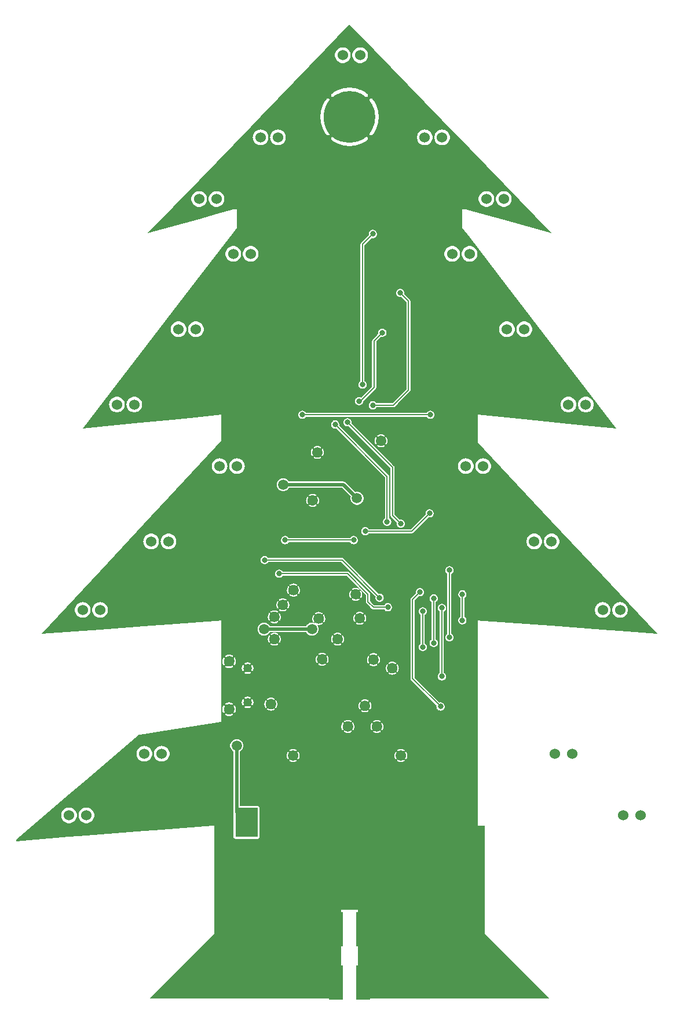
<source format=gbr>
G04 start of page 3 for group 5 idx 5 *
G04 Title: (unknown), bottom *
G04 Creator: pcb 20140316 *
G04 CreationDate: Wed 05 Dec 2018 13:19:10 GMT UTC *
G04 For: david *
G04 Format: Gerber/RS-274X *
G04 PCB-Dimensions (mil): 5803.15 7874.02 *
G04 PCB-Coordinate-Origin: lower left *
%MOIN*%
%FSLAX25Y25*%
%LNBOTTOM*%
%ADD50C,0.1968*%
%ADD49C,0.0335*%
%ADD48C,0.0433*%
%ADD47C,0.0280*%
%ADD46C,0.0157*%
%ADD45C,0.0315*%
%ADD44C,0.0591*%
%ADD43R,0.0787X0.0787*%
%ADD42R,0.0787X0.0787*%
%ADD41R,0.1260X0.1260*%
%ADD40C,0.2953*%
%ADD39C,0.0472*%
%ADD38C,0.0590*%
%ADD37C,0.0600*%
%ADD36C,0.0197*%
%ADD35C,0.0079*%
%ADD34C,0.0001*%
G54D34*G36*
X249996Y453740D02*X253150D01*
Y435118D01*
X252938Y434988D01*
X252655Y434746D01*
X252414Y434464D01*
X252219Y434147D01*
X252077Y433803D01*
X251990Y433442D01*
X251961Y433071D01*
X251990Y432700D01*
X252077Y432339D01*
X252219Y431995D01*
X252414Y431678D01*
X252655Y431395D01*
X252938Y431154D01*
X253255Y430960D01*
X253598Y430817D01*
X253960Y430731D01*
X254331Y430701D01*
X254701Y430731D01*
X255063Y430817D01*
X255406Y430960D01*
X255723Y431154D01*
X256006Y431395D01*
X256248Y431678D01*
X256442Y431995D01*
X256584Y432339D01*
X256671Y432700D01*
X256693Y433071D01*
X256671Y433442D01*
X256584Y433803D01*
X256442Y434147D01*
X256248Y434464D01*
X256006Y434746D01*
X255723Y434988D01*
X255512Y435118D01*
Y453740D01*
X260630D01*
Y444960D01*
X260418Y444830D01*
X260136Y444589D01*
X259894Y444306D01*
X259700Y443989D01*
X259558Y443646D01*
X259471Y443284D01*
X259442Y442913D01*
X259471Y442543D01*
X259558Y442181D01*
X259700Y441838D01*
X259894Y441521D01*
X260136Y441238D01*
X260418Y440996D01*
X260735Y440802D01*
X261079Y440660D01*
X261440Y440573D01*
X261811Y440544D01*
X262182Y440573D01*
X262543Y440660D01*
X262887Y440802D01*
X263204Y440996D01*
X263487Y441238D01*
X263728Y441521D01*
X263922Y441838D01*
X264065Y442181D01*
X264151Y442543D01*
X264173Y442913D01*
X264151Y443284D01*
X264065Y443646D01*
X263922Y443989D01*
X263728Y444306D01*
X263487Y444589D01*
X263204Y444830D01*
X262992Y444960D01*
Y453740D01*
X270669D01*
Y294291D01*
X249996D01*
Y391075D01*
X250288Y391196D01*
X250605Y391390D01*
X250888Y391632D01*
X251130Y391914D01*
X251324Y392231D01*
X251466Y392575D01*
X251553Y392936D01*
X251575Y393307D01*
X251553Y393678D01*
X251466Y394039D01*
X251324Y394383D01*
X251130Y394700D01*
X250888Y394983D01*
X250605Y395224D01*
X250288Y395418D01*
X249996Y395539D01*
Y408261D01*
X250000Y408260D01*
X250371Y408290D01*
X250732Y408376D01*
X251076Y408519D01*
X251393Y408713D01*
X251675Y408954D01*
X251917Y409237D01*
X252111Y409554D01*
X252254Y409898D01*
X252340Y410259D01*
X252362Y410630D01*
X252340Y411001D01*
X252254Y411362D01*
X252111Y411706D01*
X251917Y412023D01*
X251675Y412305D01*
X251393Y412547D01*
X251181Y412677D01*
Y447953D01*
X251393Y448083D01*
X251675Y448325D01*
X251917Y448607D01*
X252111Y448924D01*
X252254Y449268D01*
X252340Y449629D01*
X252362Y450000D01*
X252340Y450371D01*
X252254Y450732D01*
X252111Y451076D01*
X251917Y451393D01*
X251675Y451675D01*
X251393Y451917D01*
X251076Y452111D01*
X250732Y452254D01*
X250371Y452340D01*
X250000Y452369D01*
X249996Y452369D01*
Y453740D01*
G37*
G36*
Y294291D02*X229478D01*
Y363101D01*
X229487Y363108D01*
X229531Y363151D01*
X229566Y363202D01*
X229735Y363501D01*
X229873Y363815D01*
X229981Y364141D01*
X230059Y364475D01*
X230106Y364815D01*
X230122Y365157D01*
X230106Y365500D01*
X230059Y365840D01*
X229981Y366174D01*
X229873Y366500D01*
X229735Y366814D01*
X229570Y367115D01*
X229533Y367166D01*
X229489Y367210D01*
X229478Y367218D01*
Y453740D01*
X231890D01*
Y409495D01*
X231886Y409449D01*
X231901Y409263D01*
X231944Y409083D01*
X232015Y408911D01*
X232112Y408752D01*
X232113Y408752D01*
X232233Y408611D01*
X232268Y408581D01*
X246930Y393919D01*
X246872Y393678D01*
X246843Y393307D01*
X246872Y392936D01*
X246959Y392575D01*
X247101Y392231D01*
X247296Y391914D01*
X247537Y391632D01*
X247820Y391390D01*
X248137Y391196D01*
X248480Y391054D01*
X248842Y390967D01*
X249213Y390938D01*
X249583Y390967D01*
X249945Y391054D01*
X249996Y391075D01*
Y294291D01*
G37*
G36*
X248601Y395589D02*X238973Y405217D01*
Y425190D01*
X238976Y425190D01*
X239347Y425219D01*
X239709Y425306D01*
X240052Y425448D01*
X240369Y425642D01*
X240652Y425884D01*
X240893Y426166D01*
X241088Y426483D01*
X241230Y426827D01*
X241317Y427188D01*
X241339Y427559D01*
X241317Y427930D01*
X241230Y428291D01*
X241088Y428635D01*
X240893Y428952D01*
X240652Y429235D01*
X240369Y429476D01*
X240157Y429606D01*
Y445985D01*
X240369Y446115D01*
X240652Y446356D01*
X240893Y446639D01*
X241088Y446956D01*
X241230Y447299D01*
X241317Y447661D01*
X241339Y448031D01*
X241317Y448402D01*
X241230Y448764D01*
X241088Y449107D01*
X240893Y449424D01*
X240652Y449707D01*
X240369Y449948D01*
X240052Y450143D01*
X239709Y450285D01*
X239347Y450372D01*
X238976Y450401D01*
X238973Y450401D01*
Y453740D01*
X243713D01*
X243883Y453595D01*
X244094Y453465D01*
Y431968D01*
X243883Y431838D01*
X243600Y431597D01*
X243359Y431314D01*
X243164Y430997D01*
X243022Y430653D01*
X242935Y430292D01*
X242906Y429921D01*
X242935Y429551D01*
X243022Y429189D01*
X243164Y428846D01*
X243359Y428529D01*
X243600Y428246D01*
X243883Y428004D01*
X244200Y427810D01*
X244543Y427668D01*
X244905Y427581D01*
X245276Y427552D01*
X245646Y427581D01*
X246008Y427668D01*
X246351Y427810D01*
X246668Y428004D01*
X246951Y428246D01*
X247193Y428529D01*
X247387Y428846D01*
X247529Y429189D01*
X247616Y429551D01*
X247638Y429921D01*
X247616Y430292D01*
X247529Y430653D01*
X247387Y430997D01*
X247193Y431314D01*
X246951Y431597D01*
X246668Y431838D01*
X246457Y431968D01*
Y453465D01*
X246668Y453595D01*
X246838Y453740D01*
X249996D01*
Y452369D01*
X249629Y452340D01*
X249268Y452254D01*
X248924Y452111D01*
X248607Y451917D01*
X248325Y451675D01*
X248083Y451393D01*
X247889Y451076D01*
X247746Y450732D01*
X247660Y450371D01*
X247631Y450000D01*
X247660Y449629D01*
X247746Y449268D01*
X247889Y448924D01*
X248083Y448607D01*
X248325Y448325D01*
X248607Y448083D01*
X248819Y447953D01*
Y412677D01*
X248607Y412547D01*
X248325Y412305D01*
X248083Y412023D01*
X247889Y411706D01*
X247746Y411362D01*
X247660Y411001D01*
X247631Y410630D01*
X247660Y410259D01*
X247746Y409898D01*
X247889Y409554D01*
X248083Y409237D01*
X248325Y408954D01*
X248607Y408713D01*
X248924Y408519D01*
X249268Y408376D01*
X249629Y408290D01*
X249996Y408261D01*
Y395539D01*
X249945Y395561D01*
X249583Y395647D01*
X249213Y395677D01*
X248842Y395647D01*
X248601Y395589D01*
G37*
G36*
X238973Y405217D02*X234252Y409938D01*
Y453740D01*
X238973D01*
Y450401D01*
X238606Y450372D01*
X238244Y450285D01*
X237901Y450143D01*
X237584Y449948D01*
X237301Y449707D01*
X237059Y449424D01*
X236865Y449107D01*
X236723Y448764D01*
X236636Y448402D01*
X236607Y448031D01*
X236636Y447661D01*
X236723Y447299D01*
X236865Y446956D01*
X237059Y446639D01*
X237301Y446356D01*
X237584Y446115D01*
X237795Y445985D01*
Y429606D01*
X237584Y429476D01*
X237301Y429235D01*
X237059Y428952D01*
X236865Y428635D01*
X236723Y428291D01*
X236636Y427930D01*
X236607Y427559D01*
X236636Y427188D01*
X236723Y426827D01*
X236865Y426483D01*
X237059Y426166D01*
X237301Y425884D01*
X237584Y425642D01*
X237901Y425448D01*
X238244Y425306D01*
X238606Y425219D01*
X238973Y425190D01*
Y405217D01*
G37*
G36*
X229478Y294291D02*X224557D01*
Y361893D01*
X224721Y361800D01*
X225035Y361662D01*
X225361Y361554D01*
X225695Y361476D01*
X226035Y361429D01*
X226378Y361413D01*
X226721Y361429D01*
X227061Y361476D01*
X227395Y361554D01*
X227720Y361662D01*
X228035Y361800D01*
X228335Y361966D01*
X228386Y362002D01*
X228430Y362046D01*
X228467Y362097D01*
X228495Y362153D01*
X228514Y362212D01*
X228524Y362274D01*
X228524Y362336D01*
X228514Y362398D01*
X228495Y362457D01*
X228467Y362513D01*
X228430Y362563D01*
X228386Y362607D01*
X228335Y362644D01*
X228280Y362673D01*
X228220Y362692D01*
X228158Y362702D01*
X228096Y362702D01*
X228034Y362692D01*
X227975Y362672D01*
X227920Y362643D01*
X227685Y362510D01*
X227437Y362401D01*
X227180Y362316D01*
X226916Y362254D01*
X226648Y362217D01*
X226378Y362205D01*
X226108Y362217D01*
X225840Y362254D01*
X225576Y362316D01*
X225319Y362401D01*
X225071Y362510D01*
X224834Y362640D01*
X224780Y362670D01*
X224721Y362689D01*
X224660Y362698D01*
X224598Y362698D01*
X224557Y362692D01*
Y367620D01*
X224597Y367613D01*
X224660Y367613D01*
X224722Y367623D01*
X224781Y367643D01*
X224836Y367672D01*
X225071Y367805D01*
X225319Y367914D01*
X225576Y367999D01*
X225840Y368061D01*
X226108Y368098D01*
X226378Y368110D01*
X226648Y368098D01*
X226916Y368061D01*
X227180Y367999D01*
X227437Y367914D01*
X227685Y367805D01*
X227922Y367675D01*
X227976Y367645D01*
X228035Y367626D01*
X228096Y367617D01*
X228158Y367617D01*
X228219Y367626D01*
X228278Y367645D01*
X228334Y367673D01*
X228384Y367710D01*
X228428Y367754D01*
X228464Y367804D01*
X228492Y367859D01*
X228511Y367918D01*
X228521Y367979D01*
X228521Y368041D01*
X228511Y368102D01*
X228492Y368161D01*
X228464Y368216D01*
X228428Y368267D01*
X228384Y368310D01*
X228333Y368346D01*
X228035Y368515D01*
X227720Y368653D01*
X227395Y368761D01*
X227061Y368839D01*
X226721Y368886D01*
X226378Y368902D01*
X226035Y368886D01*
X225695Y368839D01*
X225361Y368761D01*
X225035Y368653D01*
X224721Y368515D01*
X224557Y368424D01*
Y413298D01*
X224566Y413305D01*
X224610Y413348D01*
X224645Y413399D01*
X224814Y413697D01*
X224952Y414012D01*
X225060Y414337D01*
X225138Y414672D01*
X225185Y415012D01*
X225201Y415354D01*
X225185Y415697D01*
X225138Y416037D01*
X225060Y416371D01*
X224952Y416697D01*
X224814Y417011D01*
X224648Y417312D01*
X224612Y417362D01*
X224568Y417407D01*
X224557Y417415D01*
Y453740D01*
X229478D01*
Y367218D01*
X229439Y367246D01*
X229383Y367275D01*
X229323Y367294D01*
X229262Y367304D01*
X229199Y367304D01*
X229138Y367294D01*
X229078Y367275D01*
X229023Y367246D01*
X228972Y367210D01*
X228928Y367165D01*
X228891Y367115D01*
X228863Y367059D01*
X228844Y367000D01*
X228834Y366938D01*
X228834Y366876D01*
X228844Y366814D01*
X228863Y366754D01*
X228892Y366699D01*
X229026Y366464D01*
X229134Y366216D01*
X229220Y365959D01*
X229281Y365696D01*
X229318Y365428D01*
X229331Y365157D01*
X229318Y364887D01*
X229281Y364619D01*
X229220Y364356D01*
X229134Y364099D01*
X229026Y363851D01*
X228895Y363614D01*
X228866Y363559D01*
X228847Y363500D01*
X228837Y363439D01*
X228837Y363377D01*
X228847Y363316D01*
X228866Y363257D01*
X228894Y363202D01*
X228930Y363152D01*
X228974Y363108D01*
X229024Y363071D01*
X229079Y363043D01*
X229138Y363024D01*
X229200Y363014D01*
X229262Y363014D01*
X229323Y363024D01*
X229382Y363043D01*
X229437Y363071D01*
X229478Y363101D01*
Y294291D01*
G37*
G36*
X224557D02*X223278D01*
Y363097D01*
X223317Y363069D01*
X223373Y363040D01*
X223432Y363021D01*
X223494Y363011D01*
X223557Y363011D01*
X223618Y363021D01*
X223678Y363040D01*
X223733Y363069D01*
X223784Y363105D01*
X223828Y363150D01*
X223865Y363200D01*
X223893Y363256D01*
X223912Y363315D01*
X223922Y363377D01*
X223922Y363439D01*
X223912Y363501D01*
X223893Y363560D01*
X223863Y363615D01*
X223730Y363851D01*
X223622Y364099D01*
X223536Y364356D01*
X223475Y364619D01*
X223438Y364887D01*
X223425Y365157D01*
X223438Y365428D01*
X223475Y365696D01*
X223536Y365959D01*
X223622Y366216D01*
X223730Y366464D01*
X223861Y366701D01*
X223890Y366756D01*
X223909Y366815D01*
X223919Y366876D01*
X223919Y366938D01*
X223909Y366999D01*
X223890Y367058D01*
X223862Y367113D01*
X223826Y367163D01*
X223782Y367207D01*
X223732Y367244D01*
X223676Y367272D01*
X223618Y367291D01*
X223556Y367301D01*
X223494Y367301D01*
X223433Y367291D01*
X223374Y367272D01*
X223319Y367244D01*
X223278Y367214D01*
Y412088D01*
X223414Y412163D01*
X223465Y412199D01*
X223509Y412243D01*
X223546Y412294D01*
X223574Y412349D01*
X223593Y412409D01*
X223603Y412470D01*
X223603Y412533D01*
X223593Y412595D01*
X223574Y412654D01*
X223545Y412710D01*
X223509Y412760D01*
X223465Y412804D01*
X223414Y412841D01*
X223358Y412869D01*
X223299Y412889D01*
X223278Y412892D01*
Y417820D01*
X223298Y417823D01*
X223357Y417842D01*
X223412Y417870D01*
X223463Y417907D01*
X223506Y417951D01*
X223543Y418001D01*
X223571Y418056D01*
X223590Y418115D01*
X223600Y418176D01*
X223600Y418238D01*
X223590Y418299D01*
X223571Y418358D01*
X223543Y418413D01*
X223507Y418463D01*
X223463Y418507D01*
X223412Y418543D01*
X223278Y418619D01*
Y453740D01*
X224557D01*
Y417415D01*
X224517Y417443D01*
X224462Y417472D01*
X224402Y417491D01*
X224341Y417501D01*
X224278Y417501D01*
X224216Y417491D01*
X224157Y417471D01*
X224101Y417443D01*
X224051Y417406D01*
X224007Y417362D01*
X223970Y417312D01*
X223942Y417256D01*
X223922Y417197D01*
X223913Y417135D01*
X223913Y417072D01*
X223922Y417011D01*
X223942Y416951D01*
X223971Y416896D01*
X224105Y416661D01*
X224213Y416413D01*
X224298Y416156D01*
X224360Y415893D01*
X224397Y415625D01*
X224409Y415354D01*
X224397Y415084D01*
X224360Y414816D01*
X224298Y414552D01*
X224213Y414296D01*
X224105Y414048D01*
X223974Y413811D01*
X223945Y413756D01*
X223925Y413697D01*
X223916Y413636D01*
X223916Y413574D01*
X223925Y413513D01*
X223945Y413454D01*
X223973Y413399D01*
X224009Y413349D01*
X224053Y413305D01*
X224103Y413268D01*
X224158Y413240D01*
X224217Y413221D01*
X224278Y413211D01*
X224340Y413211D01*
X224402Y413221D01*
X224460Y413240D01*
X224516Y413268D01*
X224557Y413298D01*
Y368424D01*
X224421Y368349D01*
X224370Y368313D01*
X224326Y368269D01*
X224289Y368218D01*
X224261Y368162D01*
X224241Y368103D01*
X224232Y368041D01*
X224232Y367979D01*
X224242Y367917D01*
X224261Y367858D01*
X224289Y367802D01*
X224326Y367752D01*
X224370Y367707D01*
X224421Y367671D01*
X224476Y367642D01*
X224536Y367623D01*
X224557Y367620D01*
Y362692D01*
X224536Y362689D01*
X224477Y362670D01*
X224422Y362642D01*
X224372Y362605D01*
X224328Y362561D01*
X224292Y362511D01*
X224264Y362456D01*
X224245Y362397D01*
X224235Y362336D01*
X224235Y362274D01*
X224244Y362213D01*
X224264Y362154D01*
X224292Y362098D01*
X224328Y362048D01*
X224372Y362005D01*
X224423Y361969D01*
X224557Y361893D01*
Y294291D01*
G37*
G36*
X223278Y418619D02*X223114Y418712D01*
X222799Y418849D01*
X222474Y418958D01*
X222139Y419036D01*
X221799Y419083D01*
X221458Y419098D01*
Y453740D01*
X223278D01*
Y418619D01*
G37*
G36*
Y412892D02*X223237Y412898D01*
X223175Y412898D01*
X223113Y412889D01*
X223054Y412869D01*
X222999Y412840D01*
X222763Y412706D01*
X222515Y412598D01*
X222259Y412513D01*
X221995Y412451D01*
X221727Y412414D01*
X221458Y412402D01*
Y418307D01*
X221727Y418295D01*
X221995Y418258D01*
X222259Y418196D01*
X222515Y418111D01*
X222763Y418002D01*
X223000Y417871D01*
X223055Y417842D01*
X223114Y417823D01*
X223175Y417813D01*
X223237Y417813D01*
X223278Y417820D01*
Y412892D01*
G37*
G36*
Y294291D02*X221458D01*
Y411610D01*
X221799Y411626D01*
X222139Y411673D01*
X222474Y411751D01*
X222799Y411859D01*
X223114Y411997D01*
X223278Y412088D01*
Y367214D01*
X223269Y367207D01*
X223225Y367164D01*
X223190Y367113D01*
X223020Y366814D01*
X222883Y366500D01*
X222775Y366174D01*
X222697Y365840D01*
X222650Y365500D01*
X222634Y365157D01*
X222650Y364815D01*
X222697Y364475D01*
X222775Y364141D01*
X222883Y363815D01*
X223020Y363501D01*
X223186Y363200D01*
X223223Y363149D01*
X223267Y363105D01*
X223278Y363097D01*
Y294291D01*
G37*
G36*
X221458D02*X218357D01*
Y413294D01*
X218396Y413265D01*
X218452Y413237D01*
X218511Y413218D01*
X218573Y413208D01*
X218635Y413208D01*
X218697Y413218D01*
X218756Y413237D01*
X218812Y413266D01*
X218863Y413302D01*
X218907Y413346D01*
X218943Y413397D01*
X218972Y413453D01*
X218991Y413512D01*
X219001Y413574D01*
X219001Y413636D01*
X218991Y413698D01*
X218972Y413757D01*
X218942Y413812D01*
X218809Y414048D01*
X218700Y414296D01*
X218615Y414552D01*
X218553Y414816D01*
X218516Y415084D01*
X218504Y415354D01*
X218516Y415625D01*
X218553Y415893D01*
X218615Y416156D01*
X218700Y416413D01*
X218809Y416661D01*
X218940Y416898D01*
X218969Y416953D01*
X218988Y417011D01*
X218998Y417073D01*
X218998Y417135D01*
X218988Y417196D01*
X218969Y417255D01*
X218941Y417310D01*
X218904Y417360D01*
X218861Y417404D01*
X218810Y417440D01*
X218755Y417469D01*
X218696Y417488D01*
X218635Y417497D01*
X218573Y417497D01*
X218512Y417488D01*
X218453Y417469D01*
X218398Y417441D01*
X218357Y417411D01*
Y448094D01*
X218527Y448053D01*
X218898Y448024D01*
X219268Y448053D01*
X219630Y448140D01*
X219973Y448282D01*
X220290Y448477D01*
X220573Y448718D01*
X220815Y449001D01*
X221009Y449318D01*
X221151Y449661D01*
X221238Y450023D01*
X221260Y450394D01*
X221238Y450764D01*
X221151Y451126D01*
X221009Y451469D01*
X220815Y451786D01*
X220573Y452069D01*
X220290Y452311D01*
X219973Y452505D01*
X219630Y452647D01*
X219268Y452734D01*
X218898Y452763D01*
X218527Y452734D01*
X218357Y452693D01*
Y453740D01*
X221458D01*
Y419098D01*
X221457Y419098D01*
X221114Y419083D01*
X220774Y419036D01*
X220440Y418958D01*
X220114Y418849D01*
X219800Y418712D01*
X219499Y418546D01*
X219449Y418510D01*
X219404Y418465D01*
X219368Y418415D01*
X219339Y418359D01*
X219320Y418300D01*
X219310Y418238D01*
X219310Y418176D01*
X219320Y418114D01*
X219340Y418055D01*
X219368Y417999D01*
X219405Y417948D01*
X219449Y417904D01*
X219499Y417868D01*
X219555Y417839D01*
X219614Y417820D01*
X219676Y417810D01*
X219739Y417810D01*
X219800Y417820D01*
X219860Y417839D01*
X219915Y417869D01*
X220150Y418002D01*
X220398Y418111D01*
X220655Y418196D01*
X220918Y418258D01*
X221186Y418295D01*
X221457Y418307D01*
X221458Y418307D01*
Y412402D01*
X221457Y412402D01*
X221186Y412414D01*
X220918Y412451D01*
X220655Y412513D01*
X220398Y412598D01*
X220150Y412706D01*
X219913Y412837D01*
X219858Y412866D01*
X219800Y412886D01*
X219738Y412895D01*
X219676Y412895D01*
X219615Y412886D01*
X219556Y412866D01*
X219501Y412838D01*
X219451Y412802D01*
X219407Y412758D01*
X219371Y412708D01*
X219342Y412653D01*
X219323Y412594D01*
X219314Y412533D01*
X219314Y412471D01*
X219323Y412410D01*
X219342Y412351D01*
X219370Y412295D01*
X219407Y412245D01*
X219451Y412201D01*
X219501Y412166D01*
X219800Y411997D01*
X220114Y411859D01*
X220440Y411751D01*
X220774Y411673D01*
X221114Y411626D01*
X221457Y411610D01*
X221458Y411610D01*
Y294291D01*
G37*
G36*
X218357Y452693D02*X218165Y452647D01*
X217822Y452505D01*
X217505Y452311D01*
X217222Y452069D01*
X216981Y451786D01*
X216851Y451575D01*
X215698D01*
Y453740D01*
X218357D01*
Y452693D01*
G37*
G36*
Y294291D02*X215698D01*
Y379833D01*
X215708Y379840D01*
X215751Y379884D01*
X215787Y379935D01*
X215956Y380233D01*
X216094Y380547D01*
X216202Y380873D01*
X216280Y381207D01*
X216327Y381547D01*
X216343Y381890D01*
X216327Y382233D01*
X216280Y382572D01*
X216202Y382907D01*
X216094Y383232D01*
X215956Y383547D01*
X215790Y383847D01*
X215754Y383898D01*
X215710Y383942D01*
X215698Y383950D01*
Y449213D01*
X216851D01*
X216981Y449001D01*
X217222Y448718D01*
X217505Y448477D01*
X217822Y448282D01*
X218165Y448140D01*
X218357Y448094D01*
Y417411D01*
X218348Y417404D01*
X218304Y417360D01*
X218268Y417310D01*
X218099Y417011D01*
X217962Y416697D01*
X217853Y416371D01*
X217775Y416037D01*
X217728Y415697D01*
X217713Y415354D01*
X217728Y415012D01*
X217775Y414672D01*
X217853Y414337D01*
X217962Y414012D01*
X218099Y413697D01*
X218265Y413397D01*
X218301Y413346D01*
X218346Y413302D01*
X218357Y413294D01*
Y294291D01*
G37*
G36*
X215698Y451575D02*X212600D01*
Y453740D01*
X213228D01*
X213441Y453652D01*
X213803Y453565D01*
X214173Y453536D01*
X214544Y453565D01*
X214905Y453652D01*
X215118Y453740D01*
X215698D01*
Y451575D01*
G37*
G36*
Y294291D02*X213730D01*
Y378325D01*
X213941Y378395D01*
X214255Y378532D01*
X214556Y378698D01*
X214606Y378734D01*
X214651Y378779D01*
X214687Y378829D01*
X214716Y378885D01*
X214735Y378944D01*
X214745Y379006D01*
X214745Y379068D01*
X214735Y379130D01*
X214716Y379189D01*
X214687Y379245D01*
X214650Y379296D01*
X214606Y379340D01*
X214556Y379376D01*
X214500Y379405D01*
X214441Y379424D01*
X214379Y379434D01*
X214317Y379434D01*
X214255Y379424D01*
X214195Y379405D01*
X214140Y379375D01*
X213905Y379242D01*
X213730Y379165D01*
Y384614D01*
X213905Y384538D01*
X214142Y384407D01*
X214197Y384378D01*
X214256Y384359D01*
X214317Y384349D01*
X214379Y384349D01*
X214440Y384358D01*
X214499Y384378D01*
X214554Y384406D01*
X214604Y384442D01*
X214648Y384486D01*
X214685Y384536D01*
X214713Y384591D01*
X214732Y384650D01*
X214742Y384711D01*
X214742Y384773D01*
X214732Y384835D01*
X214713Y384894D01*
X214685Y384949D01*
X214648Y384999D01*
X214604Y385043D01*
X214554Y385078D01*
X214255Y385247D01*
X213941Y385385D01*
X213730Y385455D01*
Y418219D01*
X213739Y418226D01*
X213783Y418270D01*
X213818Y418320D01*
X213987Y418619D01*
X214125Y418933D01*
X214233Y419259D01*
X214311Y419593D01*
X214358Y419933D01*
X214374Y420276D01*
X214358Y420618D01*
X214311Y420958D01*
X214233Y421292D01*
X214125Y421618D01*
X213987Y421932D01*
X213822Y422233D01*
X213785Y422284D01*
X213741Y422328D01*
X213730Y422336D01*
Y449213D01*
X215698D01*
Y383950D01*
X215659Y383979D01*
X215603Y384007D01*
X215544Y384026D01*
X215482Y384036D01*
X215420Y384036D01*
X215358Y384026D01*
X215299Y384007D01*
X215243Y383979D01*
X215193Y383942D01*
X215148Y383898D01*
X215112Y383847D01*
X215083Y383791D01*
X215064Y383732D01*
X215054Y383670D01*
X215054Y383608D01*
X215064Y383546D01*
X215083Y383487D01*
X215113Y383432D01*
X215246Y383196D01*
X215355Y382949D01*
X215440Y382692D01*
X215502Y382428D01*
X215539Y382160D01*
X215551Y381890D01*
X215539Y381619D01*
X215502Y381351D01*
X215440Y381088D01*
X215355Y380831D01*
X215246Y380583D01*
X215116Y380346D01*
X215086Y380292D01*
X215067Y380233D01*
X215057Y380171D01*
X215057Y380109D01*
X215067Y380048D01*
X215086Y379989D01*
X215114Y379934D01*
X215151Y379884D01*
X215195Y379840D01*
X215245Y379804D01*
X215300Y379776D01*
X215359Y379756D01*
X215420Y379747D01*
X215482Y379747D01*
X215543Y379756D01*
X215602Y379775D01*
X215657Y379804D01*
X215698Y379833D01*
Y294291D01*
G37*
G36*
X213730Y385455D02*X213615Y385493D01*
X213281Y385571D01*
X212941Y385618D01*
X212600Y385634D01*
Y417093D01*
X212638Y417120D01*
X212682Y417164D01*
X212719Y417215D01*
X212747Y417271D01*
X212766Y417330D01*
X212776Y417392D01*
X212776Y417454D01*
X212766Y417516D01*
X212747Y417575D01*
X212719Y417631D01*
X212682Y417681D01*
X212638Y417726D01*
X212600Y417753D01*
Y422802D01*
X212636Y422828D01*
X212680Y422872D01*
X212716Y422922D01*
X212744Y422977D01*
X212763Y423036D01*
X212773Y423097D01*
X212773Y423159D01*
X212763Y423220D01*
X212744Y423279D01*
X212716Y423335D01*
X212680Y423385D01*
X212636Y423429D01*
X212600Y423454D01*
Y449213D01*
X213730D01*
Y422336D01*
X213691Y422364D01*
X213635Y422393D01*
X213575Y422412D01*
X213514Y422422D01*
X213451Y422422D01*
X213390Y422412D01*
X213330Y422393D01*
X213275Y422364D01*
X213224Y422328D01*
X213180Y422283D01*
X213143Y422233D01*
X213115Y422177D01*
X213096Y422118D01*
X213086Y422056D01*
X213086Y421994D01*
X213096Y421932D01*
X213115Y421873D01*
X213144Y421818D01*
X213278Y421582D01*
X213386Y421334D01*
X213472Y421078D01*
X213533Y420814D01*
X213570Y420546D01*
X213583Y420276D01*
X213570Y420005D01*
X213533Y419737D01*
X213472Y419474D01*
X213386Y419217D01*
X213278Y418969D01*
X213147Y418732D01*
X213118Y418677D01*
X213099Y418618D01*
X213089Y418557D01*
X213089Y418495D01*
X213099Y418434D01*
X213118Y418375D01*
X213146Y418320D01*
X213182Y418270D01*
X213226Y418226D01*
X213276Y418189D01*
X213331Y418161D01*
X213390Y418142D01*
X213452Y418132D01*
X213514Y418132D01*
X213575Y418142D01*
X213634Y418161D01*
X213689Y418189D01*
X213730Y418219D01*
Y385455D01*
G37*
G36*
Y379165D02*X213657Y379133D01*
X213400Y379048D01*
X213137Y378987D01*
X212869Y378949D01*
X212600Y378937D01*
Y384842D01*
X212869Y384830D01*
X213137Y384793D01*
X213400Y384732D01*
X213657Y384646D01*
X213730Y384614D01*
Y379165D01*
G37*
G36*
Y294291D02*X212600D01*
Y378146D01*
X212941Y378161D01*
X213281Y378208D01*
X213615Y378286D01*
X213730Y378325D01*
Y294291D01*
G37*
G36*
X212600Y451575D02*X211119D01*
X208954Y453740D01*
X212600D01*
Y451575D01*
G37*
G36*
X209498Y423000D02*X209571Y423032D01*
X209828Y423117D01*
X210092Y423179D01*
X210360Y423216D01*
X210630Y423228D01*
X210900Y423216D01*
X211168Y423179D01*
X211432Y423117D01*
X211689Y423032D01*
X211937Y422923D01*
X212174Y422793D01*
X212228Y422764D01*
X212287Y422744D01*
X212348Y422735D01*
X212410Y422735D01*
X212471Y422744D01*
X212530Y422763D01*
X212586Y422792D01*
X212600Y422802D01*
Y417753D01*
X212587Y417762D01*
X212532Y417791D01*
X212472Y417810D01*
X212410Y417820D01*
X212348Y417820D01*
X212286Y417810D01*
X212227Y417791D01*
X212172Y417761D01*
X211937Y417628D01*
X211689Y417519D01*
X211432Y417434D01*
X211168Y417372D01*
X210900Y417335D01*
X210630Y417323D01*
X210360Y417335D01*
X210092Y417372D01*
X209828Y417434D01*
X209571Y417519D01*
X209498Y417551D01*
Y423000D01*
G37*
G36*
Y449855D02*X209762Y449591D01*
X209792Y449556D01*
X209933Y449435D01*
X209934Y449435D01*
X210092Y449338D01*
X210264Y449267D01*
X210445Y449224D01*
X210630Y449209D01*
X210676Y449213D01*
X212600D01*
Y423454D01*
X212585Y423464D01*
X212287Y423633D01*
X211972Y423771D01*
X211647Y423879D01*
X211313Y423957D01*
X210973Y424004D01*
X210630Y424020D01*
X210287Y424004D01*
X209947Y423957D01*
X209613Y423879D01*
X209498Y423841D01*
Y449855D01*
G37*
G36*
X212600Y294291D02*X209498D01*
Y379829D01*
X209538Y379801D01*
X209593Y379773D01*
X209653Y379753D01*
X209715Y379744D01*
X209777Y379744D01*
X209839Y379753D01*
X209898Y379773D01*
X209954Y379801D01*
X210004Y379838D01*
X210048Y379882D01*
X210085Y379932D01*
X210113Y379988D01*
X210133Y380048D01*
X210142Y380109D01*
X210142Y380172D01*
X210133Y380233D01*
X210113Y380293D01*
X210084Y380348D01*
X209951Y380583D01*
X209842Y380831D01*
X209757Y381088D01*
X209695Y381351D01*
X209658Y381619D01*
X209646Y381890D01*
X209658Y382160D01*
X209695Y382428D01*
X209757Y382692D01*
X209842Y382949D01*
X209951Y383196D01*
X210081Y383433D01*
X210110Y383488D01*
X210130Y383547D01*
X210139Y383608D01*
X210139Y383670D01*
X210130Y383731D01*
X210111Y383790D01*
X210082Y383845D01*
X210046Y383896D01*
X210002Y383939D01*
X209952Y383976D01*
X209897Y384004D01*
X209838Y384023D01*
X209777Y384033D01*
X209715Y384033D01*
X209654Y384023D01*
X209595Y384004D01*
X209539Y383976D01*
X209498Y383946D01*
Y416710D01*
X209613Y416672D01*
X209947Y416594D01*
X210287Y416547D01*
X210630Y416532D01*
X210973Y416547D01*
X211313Y416594D01*
X211647Y416672D01*
X211972Y416780D01*
X212287Y416918D01*
X212587Y417084D01*
X212600Y417093D01*
Y385634D01*
X212598Y385634D01*
X212256Y385618D01*
X211916Y385571D01*
X211582Y385493D01*
X211256Y385385D01*
X210942Y385247D01*
X210641Y385081D01*
X210590Y385045D01*
X210546Y385001D01*
X210510Y384950D01*
X210481Y384895D01*
X210462Y384835D01*
X210452Y384774D01*
X210452Y384711D01*
X210462Y384649D01*
X210481Y384590D01*
X210510Y384534D01*
X210546Y384484D01*
X210591Y384440D01*
X210641Y384403D01*
X210697Y384375D01*
X210756Y384355D01*
X210818Y384346D01*
X210880Y384346D01*
X210942Y384356D01*
X211001Y384375D01*
X211056Y384404D01*
X211292Y384538D01*
X211540Y384646D01*
X211796Y384732D01*
X212060Y384793D01*
X212328Y384830D01*
X212598Y384843D01*
X212600Y384842D01*
Y378937D01*
X212598Y378937D01*
X212328Y378949D01*
X212060Y378987D01*
X211796Y379048D01*
X211540Y379133D01*
X211292Y379242D01*
X211055Y379373D01*
X211000Y379402D01*
X210941Y379421D01*
X210880Y379431D01*
X210818Y379431D01*
X210757Y379421D01*
X210698Y379402D01*
X210643Y379374D01*
X210593Y379337D01*
X210549Y379294D01*
X210512Y379243D01*
X210484Y379188D01*
X210465Y379129D01*
X210455Y379068D01*
X210455Y379006D01*
X210465Y378945D01*
X210484Y378886D01*
X210512Y378831D01*
X210549Y378781D01*
X210592Y378737D01*
X210643Y378701D01*
X210942Y378532D01*
X211256Y378395D01*
X211582Y378286D01*
X211916Y378208D01*
X212256Y378161D01*
X212598Y378146D01*
X212600Y378146D01*
Y294291D01*
G37*
G36*
X208809Y422738D02*X208849Y422732D01*
X208912Y422732D01*
X208974Y422741D01*
X209033Y422761D01*
X209088Y422790D01*
X209323Y422923D01*
X209498Y423000D01*
Y417551D01*
X209323Y417628D01*
X209086Y417758D01*
X209032Y417788D01*
X208973Y417807D01*
X208912Y417817D01*
X208850Y417817D01*
X208809Y417810D01*
Y422738D01*
G37*
G36*
Y450545D02*X209498Y449855D01*
Y423841D01*
X209287Y423771D01*
X208973Y423633D01*
X208809Y423542D01*
Y450545D01*
G37*
G36*
X209498Y294291D02*X208809D01*
Y391644D01*
X208818Y391651D01*
X208862Y391695D01*
X208897Y391746D01*
X209066Y392044D01*
X209204Y392358D01*
X209312Y392684D01*
X209390Y393018D01*
X209437Y393358D01*
X209453Y393701D01*
X209437Y394044D01*
X209390Y394383D01*
X209312Y394718D01*
X209204Y395043D01*
X209066Y395358D01*
X208900Y395658D01*
X208864Y395709D01*
X208820Y395753D01*
X208809Y395761D01*
Y417011D01*
X208973Y416918D01*
X209287Y416780D01*
X209498Y416710D01*
Y383946D01*
X209489Y383940D01*
X209445Y383896D01*
X209410Y383845D01*
X209241Y383547D01*
X209103Y383232D01*
X208995Y382907D01*
X208917Y382572D01*
X208870Y382233D01*
X208854Y381890D01*
X208870Y381547D01*
X208917Y381207D01*
X208995Y380873D01*
X209103Y380547D01*
X209241Y380233D01*
X209407Y379932D01*
X209443Y379882D01*
X209487Y379838D01*
X209498Y379829D01*
Y294291D01*
G37*
G36*
X208809D02*X207530D01*
Y390434D01*
X207666Y390509D01*
X207717Y390545D01*
X207761Y390590D01*
X207798Y390640D01*
X207826Y390696D01*
X207845Y390755D01*
X207855Y390817D01*
X207855Y390879D01*
X207845Y390941D01*
X207826Y391000D01*
X207797Y391056D01*
X207761Y391107D01*
X207717Y391151D01*
X207666Y391187D01*
X207610Y391216D01*
X207551Y391235D01*
X207530Y391238D01*
Y396166D01*
X207550Y396170D01*
X207609Y396189D01*
X207664Y396217D01*
X207714Y396253D01*
X207758Y396297D01*
X207795Y396347D01*
X207823Y396402D01*
X207842Y396461D01*
X207852Y396522D01*
X207852Y396584D01*
X207842Y396646D01*
X207823Y396705D01*
X207795Y396760D01*
X207758Y396810D01*
X207715Y396854D01*
X207664Y396889D01*
X207530Y396965D01*
Y418215D01*
X207569Y418187D01*
X207625Y418158D01*
X207684Y418139D01*
X207746Y418129D01*
X207809Y418129D01*
X207870Y418139D01*
X207930Y418158D01*
X207985Y418187D01*
X208036Y418224D01*
X208080Y418268D01*
X208117Y418318D01*
X208145Y418374D01*
X208164Y418433D01*
X208174Y418495D01*
X208174Y418558D01*
X208164Y418619D01*
X208145Y418679D01*
X208115Y418734D01*
X207982Y418969D01*
X207874Y419217D01*
X207788Y419474D01*
X207727Y419737D01*
X207690Y420005D01*
X207677Y420276D01*
X207690Y420546D01*
X207727Y420814D01*
X207788Y421078D01*
X207874Y421334D01*
X207982Y421582D01*
X208113Y421819D01*
X208142Y421874D01*
X208161Y421933D01*
X208171Y421994D01*
X208171Y422056D01*
X208161Y422117D01*
X208142Y422176D01*
X208114Y422231D01*
X208078Y422281D01*
X208034Y422325D01*
X207984Y422362D01*
X207928Y422390D01*
X207869Y422409D01*
X207808Y422419D01*
X207746Y422419D01*
X207685Y422409D01*
X207626Y422390D01*
X207571Y422362D01*
X207530Y422332D01*
Y451823D01*
X208809Y450545D01*
Y423542D01*
X208673Y423467D01*
X208622Y423431D01*
X208578Y423387D01*
X208541Y423336D01*
X208513Y423281D01*
X208493Y423221D01*
X208484Y423159D01*
X208484Y423097D01*
X208493Y423035D01*
X208513Y422976D01*
X208541Y422920D01*
X208578Y422870D01*
X208622Y422826D01*
X208673Y422789D01*
X208728Y422761D01*
X208788Y422741D01*
X208809Y422738D01*
Y417810D01*
X208788Y417807D01*
X208729Y417788D01*
X208674Y417760D01*
X208624Y417723D01*
X208580Y417679D01*
X208544Y417629D01*
X208516Y417574D01*
X208497Y417515D01*
X208487Y417454D01*
X208487Y417392D01*
X208496Y417331D01*
X208516Y417272D01*
X208544Y417217D01*
X208580Y417166D01*
X208624Y417123D01*
X208675Y417087D01*
X208809Y417011D01*
Y395761D01*
X208769Y395790D01*
X208714Y395818D01*
X208654Y395837D01*
X208593Y395847D01*
X208530Y395847D01*
X208468Y395837D01*
X208409Y395818D01*
X208353Y395790D01*
X208303Y395753D01*
X208259Y395709D01*
X208222Y395658D01*
X208194Y395602D01*
X208174Y395543D01*
X208165Y395481D01*
X208165Y395419D01*
X208174Y395357D01*
X208194Y395298D01*
X208223Y395243D01*
X208357Y395007D01*
X208465Y394760D01*
X208550Y394503D01*
X208612Y394239D01*
X208649Y393971D01*
X208661Y393701D01*
X208649Y393430D01*
X208612Y393162D01*
X208550Y392899D01*
X208465Y392642D01*
X208357Y392394D01*
X208226Y392157D01*
X208197Y392103D01*
X208177Y392044D01*
X208168Y391982D01*
X208168Y391920D01*
X208177Y391859D01*
X208197Y391800D01*
X208225Y391745D01*
X208261Y391695D01*
X208305Y391651D01*
X208355Y391615D01*
X208410Y391587D01*
X208469Y391567D01*
X208530Y391558D01*
X208592Y391558D01*
X208653Y391567D01*
X208712Y391586D01*
X208768Y391615D01*
X208809Y391644D01*
Y294291D01*
G37*
G36*
X207530Y396965D02*X207366Y397058D01*
X207051Y397196D01*
X206726Y397304D01*
X206391Y397382D01*
X206051Y397429D01*
X205710Y397445D01*
Y441964D01*
X205760Y441980D01*
X205815Y442008D01*
X205865Y442045D01*
X205909Y442088D01*
X205944Y442139D01*
X206113Y442438D01*
X206251Y442752D01*
X206359Y443078D01*
X206437Y443412D01*
X206484Y443752D01*
X206500Y444094D01*
X206484Y444437D01*
X206437Y444777D01*
X206359Y445111D01*
X206251Y445437D01*
X206113Y445751D01*
X205948Y446052D01*
X205911Y446103D01*
X205867Y446147D01*
X205817Y446183D01*
X205761Y446212D01*
X205710Y446228D01*
Y453740D01*
X206299D01*
Y453590D01*
X206296Y453543D01*
X206310Y453358D01*
X206354Y453177D01*
X206425Y453005D01*
X206522Y452847D01*
X206522Y452847D01*
X206643Y452706D01*
X206678Y452675D01*
X207530Y451823D01*
Y422332D01*
X207521Y422325D01*
X207477Y422282D01*
X207442Y422231D01*
X207272Y421932D01*
X207135Y421618D01*
X207027Y421292D01*
X206949Y420958D01*
X206902Y420618D01*
X206886Y420276D01*
X206902Y419933D01*
X206949Y419593D01*
X207027Y419259D01*
X207135Y418933D01*
X207272Y418619D01*
X207438Y418318D01*
X207475Y418268D01*
X207519Y418223D01*
X207530Y418215D01*
Y396965D01*
G37*
G36*
Y391238D02*X207489Y391245D01*
X207427Y391245D01*
X207365Y391235D01*
X207306Y391216D01*
X207251Y391186D01*
X207015Y391053D01*
X206767Y390944D01*
X206511Y390859D01*
X206247Y390798D01*
X205979Y390760D01*
X205710Y390748D01*
Y396653D01*
X205979Y396641D01*
X206247Y396604D01*
X206511Y396543D01*
X206767Y396457D01*
X207015Y396349D01*
X207252Y396218D01*
X207307Y396189D01*
X207366Y396170D01*
X207427Y396160D01*
X207489Y396160D01*
X207530Y396166D01*
Y391238D01*
G37*
G36*
Y294291D02*X205710D01*
Y389957D01*
X206051Y389972D01*
X206391Y390019D01*
X206726Y390097D01*
X207051Y390206D01*
X207366Y390343D01*
X207530Y390434D01*
Y294291D01*
G37*
G36*
X205710D02*X202609D01*
Y391641D01*
X202648Y391612D01*
X202704Y391584D01*
X202763Y391564D01*
X202825Y391555D01*
X202887Y391555D01*
X202949Y391564D01*
X203008Y391584D01*
X203064Y391612D01*
X203115Y391649D01*
X203159Y391693D01*
X203195Y391743D01*
X203224Y391799D01*
X203243Y391859D01*
X203253Y391920D01*
X203253Y391983D01*
X203243Y392044D01*
X203224Y392104D01*
X203194Y392159D01*
X203061Y392394D01*
X202952Y392642D01*
X202867Y392899D01*
X202805Y393162D01*
X202768Y393430D01*
X202756Y393701D01*
X202768Y393971D01*
X202805Y394239D01*
X202867Y394503D01*
X202952Y394760D01*
X203061Y395007D01*
X203192Y395244D01*
X203221Y395299D01*
X203240Y395358D01*
X203250Y395419D01*
X203250Y395481D01*
X203240Y395542D01*
X203221Y395601D01*
X203193Y395656D01*
X203156Y395707D01*
X203112Y395750D01*
X203062Y395787D01*
X203007Y395815D01*
X202948Y395834D01*
X202887Y395844D01*
X202825Y395844D01*
X202764Y395834D01*
X202705Y395815D01*
X202650Y395787D01*
X202609Y395757D01*
Y440357D01*
X202756Y440350D01*
X203099Y440366D01*
X203439Y440413D01*
X203773Y440491D01*
X204098Y440599D01*
X204413Y440737D01*
X204713Y440903D01*
X204764Y440939D01*
X204808Y440983D01*
X204845Y441034D01*
X204873Y441090D01*
X204892Y441149D01*
X204902Y441211D01*
X204902Y441273D01*
X204892Y441335D01*
X204873Y441394D01*
X204845Y441450D01*
X204808Y441500D01*
X204764Y441544D01*
X204713Y441581D01*
X204658Y441610D01*
X204598Y441629D01*
X204536Y441639D01*
X204474Y441639D01*
X204412Y441629D01*
X204353Y441609D01*
X204298Y441580D01*
X204063Y441447D01*
X203815Y441338D01*
X203558Y441253D01*
X203294Y441191D01*
X203026Y441154D01*
X202756Y441142D01*
X202609Y441148D01*
Y447040D01*
X202756Y447047D01*
X203026Y447035D01*
X203294Y446998D01*
X203558Y446936D01*
X203815Y446851D01*
X204063Y446742D01*
X204300Y446612D01*
X204354Y446582D01*
X204413Y446563D01*
X204474Y446554D01*
X204536Y446554D01*
X204597Y446563D01*
X204656Y446582D01*
X204712Y446610D01*
X204762Y446647D01*
X204806Y446691D01*
X204842Y446741D01*
X204870Y446796D01*
X204889Y446855D01*
X204899Y446916D01*
X204899Y446978D01*
X204889Y447039D01*
X204870Y447098D01*
X204842Y447153D01*
X204806Y447204D01*
X204762Y447247D01*
X204711Y447283D01*
X204413Y447452D01*
X204098Y447590D01*
X203773Y447698D01*
X203439Y447776D01*
X203099Y447823D01*
X202756Y447839D01*
X202609Y447832D01*
Y453740D01*
X205710D01*
Y446228D01*
X205701Y446231D01*
X205640Y446241D01*
X205577Y446241D01*
X205516Y446231D01*
X205456Y446212D01*
X205401Y446183D01*
X205350Y446147D01*
X205306Y446102D01*
X205269Y446052D01*
X205241Y445996D01*
X205222Y445937D01*
X205212Y445875D01*
X205212Y445813D01*
X205222Y445751D01*
X205241Y445691D01*
X205270Y445636D01*
X205404Y445401D01*
X205512Y445153D01*
X205598Y444896D01*
X205659Y444633D01*
X205696Y444365D01*
X205709Y444094D01*
X205696Y443824D01*
X205659Y443556D01*
X205598Y443293D01*
X205512Y443036D01*
X205404Y442788D01*
X205273Y442551D01*
X205244Y442496D01*
X205225Y442437D01*
X205215Y442376D01*
X205215Y442314D01*
X205225Y442253D01*
X205244Y442194D01*
X205272Y442139D01*
X205308Y442089D01*
X205352Y442045D01*
X205402Y442008D01*
X205457Y441980D01*
X205516Y441961D01*
X205578Y441951D01*
X205640Y441951D01*
X205701Y441961D01*
X205710Y441964D01*
Y397445D01*
X205709Y397445D01*
X205366Y397429D01*
X205026Y397382D01*
X204692Y397304D01*
X204366Y397196D01*
X204052Y397058D01*
X203751Y396893D01*
X203701Y396856D01*
X203656Y396812D01*
X203620Y396761D01*
X203591Y396706D01*
X203572Y396646D01*
X203562Y396585D01*
X203562Y396522D01*
X203572Y396460D01*
X203592Y396401D01*
X203620Y396345D01*
X203657Y396295D01*
X203701Y396251D01*
X203751Y396214D01*
X203807Y396186D01*
X203866Y396166D01*
X203928Y396157D01*
X203991Y396157D01*
X204052Y396167D01*
X204112Y396186D01*
X204167Y396215D01*
X204402Y396349D01*
X204650Y396457D01*
X204907Y396543D01*
X205170Y396604D01*
X205438Y396641D01*
X205709Y396654D01*
X205710Y396653D01*
Y390748D01*
X205709Y390748D01*
X205438Y390760D01*
X205170Y390798D01*
X204907Y390859D01*
X204650Y390944D01*
X204402Y391053D01*
X204165Y391184D01*
X204110Y391213D01*
X204052Y391232D01*
X203990Y391242D01*
X203928Y391242D01*
X203867Y391232D01*
X203808Y391213D01*
X203753Y391185D01*
X203703Y391148D01*
X203659Y391105D01*
X203623Y391054D01*
X203594Y390999D01*
X203575Y390940D01*
X203566Y390879D01*
X203566Y390817D01*
X203575Y390756D01*
X203594Y390697D01*
X203622Y390642D01*
X203659Y390592D01*
X203703Y390548D01*
X203753Y390512D01*
X204052Y390343D01*
X204366Y390206D01*
X204692Y390097D01*
X205026Y390019D01*
X205366Y389972D01*
X205709Y389957D01*
X205710Y389957D01*
Y294291D01*
G37*
G36*
X202609D02*X199656D01*
Y442034D01*
X199695Y442006D01*
X199751Y441977D01*
X199810Y441958D01*
X199872Y441948D01*
X199935Y441948D01*
X199996Y441958D01*
X200056Y441977D01*
X200111Y442006D01*
X200162Y442042D01*
X200206Y442087D01*
X200243Y442137D01*
X200271Y442193D01*
X200290Y442252D01*
X200300Y442314D01*
X200300Y442376D01*
X200290Y442438D01*
X200271Y442497D01*
X200241Y442552D01*
X200108Y442788D01*
X199999Y443036D01*
X199914Y443293D01*
X199853Y443556D01*
X199816Y443824D01*
X199803Y444094D01*
X199816Y444365D01*
X199853Y444633D01*
X199914Y444896D01*
X199999Y445153D01*
X200108Y445401D01*
X200239Y445638D01*
X200268Y445693D01*
X200287Y445752D01*
X200297Y445813D01*
X200297Y445875D01*
X200287Y445936D01*
X200268Y445995D01*
X200240Y446050D01*
X200204Y446100D01*
X200160Y446144D01*
X200110Y446181D01*
X200054Y446209D01*
X199995Y446228D01*
X199934Y446238D01*
X199872Y446238D01*
X199811Y446228D01*
X199752Y446209D01*
X199697Y446181D01*
X199656Y446151D01*
Y453740D01*
X202609D01*
Y447832D01*
X202413Y447823D01*
X202073Y447776D01*
X201739Y447698D01*
X201413Y447590D01*
X201099Y447452D01*
X200799Y447286D01*
X200748Y447250D01*
X200704Y447206D01*
X200667Y447155D01*
X200639Y447099D01*
X200619Y447040D01*
X200610Y446978D01*
X200610Y446916D01*
X200619Y446854D01*
X200639Y446795D01*
X200667Y446739D01*
X200704Y446689D01*
X200748Y446644D01*
X200799Y446608D01*
X200854Y446579D01*
X200914Y446560D01*
X200975Y446550D01*
X201038Y446550D01*
X201100Y446560D01*
X201159Y446580D01*
X201214Y446609D01*
X201449Y446742D01*
X201697Y446851D01*
X201954Y446936D01*
X202217Y446998D01*
X202486Y447035D01*
X202609Y447040D01*
Y441148D01*
X202486Y441154D01*
X202217Y441191D01*
X201954Y441253D01*
X201697Y441338D01*
X201449Y441447D01*
X201212Y441577D01*
X201158Y441607D01*
X201099Y441626D01*
X201038Y441635D01*
X200976Y441635D01*
X200914Y441626D01*
X200855Y441607D01*
X200800Y441579D01*
X200750Y441542D01*
X200706Y441498D01*
X200670Y441448D01*
X200642Y441393D01*
X200622Y441334D01*
X200613Y441273D01*
X200613Y441211D01*
X200622Y441150D01*
X200642Y441091D01*
X200670Y441036D01*
X200706Y440985D01*
X200750Y440942D01*
X200801Y440906D01*
X201099Y440737D01*
X201413Y440599D01*
X201739Y440491D01*
X202073Y440413D01*
X202413Y440366D01*
X202609Y440357D01*
Y395757D01*
X202600Y395751D01*
X202556Y395707D01*
X202520Y395656D01*
X202351Y395358D01*
X202214Y395043D01*
X202105Y394718D01*
X202027Y394383D01*
X201980Y394044D01*
X201965Y393701D01*
X201980Y393358D01*
X202027Y393018D01*
X202105Y392684D01*
X202214Y392358D01*
X202351Y392044D01*
X202517Y391743D01*
X202553Y391693D01*
X202598Y391649D01*
X202609Y391641D01*
Y294291D01*
G37*
G36*
X199656D02*X198966D01*
Y379833D01*
X198975Y379840D01*
X199019Y379884D01*
X199055Y379935D01*
X199224Y380233D01*
X199361Y380547D01*
X199469Y380873D01*
X199547Y381207D01*
X199594Y381547D01*
X199610Y381890D01*
X199594Y382233D01*
X199547Y382572D01*
X199469Y382907D01*
X199361Y383232D01*
X199224Y383547D01*
X199058Y383847D01*
X199021Y383898D01*
X198977Y383942D01*
X198966Y383950D01*
Y453740D01*
X199656D01*
Y446151D01*
X199647Y446144D01*
X199603Y446101D01*
X199568Y446050D01*
X199398Y445751D01*
X199261Y445437D01*
X199153Y445111D01*
X199075Y444777D01*
X199028Y444437D01*
X199012Y444094D01*
X199028Y443752D01*
X199075Y443412D01*
X199153Y443078D01*
X199261Y442752D01*
X199398Y442438D01*
X199564Y442137D01*
X199601Y442086D01*
X199645Y442042D01*
X199656Y442034D01*
Y294291D01*
G37*
G36*
X198966D02*X195868D01*
Y378146D01*
X196209Y378161D01*
X196549Y378208D01*
X196883Y378286D01*
X197209Y378395D01*
X197523Y378532D01*
X197823Y378698D01*
X197874Y378734D01*
X197918Y378779D01*
X197955Y378829D01*
X197983Y378885D01*
X198003Y378944D01*
X198012Y379006D01*
X198012Y379068D01*
X198003Y379130D01*
X197983Y379189D01*
X197955Y379245D01*
X197918Y379296D01*
X197874Y379340D01*
X197823Y379376D01*
X197768Y379405D01*
X197708Y379424D01*
X197647Y379434D01*
X197584Y379434D01*
X197523Y379424D01*
X197463Y379405D01*
X197408Y379375D01*
X197173Y379242D01*
X196925Y379133D01*
X196668Y379048D01*
X196405Y378987D01*
X196136Y378949D01*
X195868Y378937D01*
Y384842D01*
X196136Y384830D01*
X196405Y384793D01*
X196668Y384732D01*
X196925Y384646D01*
X197173Y384538D01*
X197410Y384407D01*
X197464Y384378D01*
X197523Y384359D01*
X197584Y384349D01*
X197646Y384349D01*
X197708Y384358D01*
X197767Y384378D01*
X197822Y384406D01*
X197872Y384442D01*
X197916Y384486D01*
X197952Y384536D01*
X197980Y384591D01*
X198000Y384650D01*
X198009Y384711D01*
X198009Y384773D01*
X198000Y384835D01*
X197980Y384894D01*
X197952Y384949D01*
X197916Y384999D01*
X197872Y385043D01*
X197821Y385078D01*
X197523Y385247D01*
X197209Y385385D01*
X196883Y385493D01*
X196549Y385571D01*
X196209Y385618D01*
X195868Y385634D01*
Y453740D01*
X198966D01*
Y383950D01*
X198927Y383979D01*
X198871Y384007D01*
X198812Y384026D01*
X198750Y384036D01*
X198688Y384036D01*
X198626Y384026D01*
X198566Y384007D01*
X198511Y383979D01*
X198460Y383942D01*
X198416Y383898D01*
X198379Y383847D01*
X198351Y383791D01*
X198332Y383732D01*
X198322Y383670D01*
X198322Y383608D01*
X198332Y383546D01*
X198351Y383487D01*
X198381Y383432D01*
X198514Y383196D01*
X198623Y382949D01*
X198708Y382692D01*
X198769Y382428D01*
X198806Y382160D01*
X198819Y381890D01*
X198806Y381619D01*
X198769Y381351D01*
X198708Y381088D01*
X198623Y380831D01*
X198514Y380583D01*
X198383Y380346D01*
X198354Y380292D01*
X198335Y380233D01*
X198325Y380171D01*
X198325Y380109D01*
X198335Y380048D01*
X198354Y379989D01*
X198382Y379934D01*
X198419Y379884D01*
X198462Y379840D01*
X198512Y379804D01*
X198568Y379776D01*
X198627Y379756D01*
X198688Y379747D01*
X198750Y379747D01*
X198811Y379756D01*
X198870Y379775D01*
X198925Y379804D01*
X198966Y379833D01*
Y294291D01*
G37*
G36*
X192766Y432998D02*X192802Y432889D01*
X192864Y432625D01*
X192901Y432357D01*
X192913Y432087D01*
X192901Y431816D01*
X192864Y431548D01*
X192802Y431285D01*
X192766Y431176D01*
Y432998D01*
G37*
G36*
X195868Y294291D02*X192766D01*
Y379829D01*
X192806Y379801D01*
X192861Y379773D01*
X192921Y379753D01*
X192982Y379744D01*
X193045Y379744D01*
X193106Y379753D01*
X193166Y379773D01*
X193221Y379801D01*
X193272Y379838D01*
X193316Y379882D01*
X193353Y379932D01*
X193381Y379988D01*
X193400Y380048D01*
X193410Y380109D01*
X193410Y380172D01*
X193400Y380233D01*
X193381Y380293D01*
X193352Y380348D01*
X193218Y380583D01*
X193110Y380831D01*
X193024Y381088D01*
X192963Y381351D01*
X192926Y381619D01*
X192913Y381890D01*
X192926Y382160D01*
X192963Y382428D01*
X193024Y382692D01*
X193110Y382949D01*
X193218Y383196D01*
X193349Y383433D01*
X193378Y383488D01*
X193397Y383547D01*
X193407Y383608D01*
X193407Y383670D01*
X193397Y383731D01*
X193378Y383790D01*
X193350Y383845D01*
X193314Y383896D01*
X193270Y383939D01*
X193220Y383976D01*
X193165Y384004D01*
X193106Y384023D01*
X193044Y384033D01*
X192983Y384033D01*
X192921Y384023D01*
X192862Y384004D01*
X192807Y383976D01*
X192766Y383946D01*
Y429946D01*
X192782Y429943D01*
X192844Y429943D01*
X192905Y429953D01*
X192964Y429972D01*
X193020Y430000D01*
X193070Y430037D01*
X193114Y430081D01*
X193149Y430131D01*
X193318Y430430D01*
X193456Y430744D01*
X193564Y431070D01*
X193642Y431404D01*
X193689Y431744D01*
X193705Y432087D01*
X193689Y432429D01*
X193642Y432769D01*
X193564Y433104D01*
X193456Y433429D01*
X193318Y433743D01*
X193152Y434044D01*
X193116Y434095D01*
X193072Y434139D01*
X193021Y434176D01*
X192966Y434204D01*
X192906Y434223D01*
X192844Y434233D01*
X192782Y434233D01*
X192766Y434230D01*
Y453740D01*
X195868D01*
Y385634D01*
X195866Y385634D01*
X195523Y385618D01*
X195183Y385571D01*
X194849Y385493D01*
X194524Y385385D01*
X194209Y385247D01*
X193909Y385081D01*
X193858Y385045D01*
X193814Y385001D01*
X193777Y384950D01*
X193749Y384895D01*
X193730Y384835D01*
X193720Y384774D01*
X193720Y384711D01*
X193730Y384649D01*
X193749Y384590D01*
X193777Y384534D01*
X193814Y384484D01*
X193858Y384440D01*
X193909Y384403D01*
X193964Y384375D01*
X194024Y384355D01*
X194086Y384346D01*
X194148Y384346D01*
X194210Y384356D01*
X194269Y384375D01*
X194324Y384404D01*
X194559Y384538D01*
X194807Y384646D01*
X195064Y384732D01*
X195328Y384793D01*
X195596Y384830D01*
X195866Y384843D01*
X195868Y384842D01*
Y378937D01*
X195866Y378937D01*
X195596Y378949D01*
X195328Y378987D01*
X195064Y379048D01*
X194807Y379133D01*
X194559Y379242D01*
X194323Y379373D01*
X194268Y379402D01*
X194209Y379421D01*
X194148Y379431D01*
X194086Y379431D01*
X194025Y379421D01*
X193966Y379402D01*
X193910Y379374D01*
X193860Y379337D01*
X193816Y379294D01*
X193780Y379243D01*
X193752Y379188D01*
X193733Y379129D01*
X193723Y379068D01*
X193723Y379006D01*
X193733Y378945D01*
X193752Y378886D01*
X193780Y378831D01*
X193816Y378781D01*
X193860Y378737D01*
X193911Y378701D01*
X194209Y378532D01*
X194524Y378395D01*
X194849Y378286D01*
X195183Y378208D01*
X195523Y378161D01*
X195866Y378146D01*
X195868Y378146D01*
Y294291D01*
G37*
G36*
X192766D02*X189962D01*
Y428343D01*
X190303Y428358D01*
X190643Y428405D01*
X190978Y428483D01*
X191303Y428592D01*
X191618Y428729D01*
X191918Y428895D01*
X191969Y428931D01*
X192013Y428975D01*
X192050Y429026D01*
X192078Y429082D01*
X192097Y429141D01*
X192107Y429203D01*
X192107Y429265D01*
X192097Y429327D01*
X192078Y429386D01*
X192049Y429442D01*
X192013Y429492D01*
X191968Y429537D01*
X191918Y429573D01*
X191862Y429602D01*
X191803Y429621D01*
X191741Y429631D01*
X191679Y429631D01*
X191617Y429621D01*
X191558Y429602D01*
X191503Y429572D01*
X191267Y429439D01*
X191019Y429330D01*
X190763Y429245D01*
X190499Y429183D01*
X190231Y429146D01*
X189962Y429134D01*
Y435039D01*
X190231Y435027D01*
X190499Y434990D01*
X190763Y434928D01*
X191019Y434843D01*
X191267Y434735D01*
X191504Y434604D01*
X191559Y434575D01*
X191618Y434555D01*
X191679Y434546D01*
X191741Y434546D01*
X191802Y434555D01*
X191861Y434574D01*
X191916Y434603D01*
X191966Y434639D01*
X192010Y434683D01*
X192047Y434733D01*
X192075Y434788D01*
X192094Y434847D01*
X192104Y434908D01*
X192104Y434970D01*
X192094Y435031D01*
X192075Y435090D01*
X192047Y435146D01*
X192010Y435196D01*
X191967Y435240D01*
X191916Y435275D01*
X191618Y435444D01*
X191303Y435582D01*
X190978Y435690D01*
X190643Y435768D01*
X190303Y435815D01*
X189962Y435831D01*
Y453740D01*
X192766D01*
Y434230D01*
X192720Y434223D01*
X192661Y434204D01*
X192605Y434175D01*
X192555Y434139D01*
X192511Y434094D01*
X192474Y434044D01*
X192446Y433988D01*
X192426Y433929D01*
X192417Y433867D01*
X192417Y433805D01*
X192426Y433743D01*
X192446Y433684D01*
X192475Y433629D01*
X192609Y433393D01*
X192717Y433145D01*
X192766Y432998D01*
Y431176D01*
X192717Y431028D01*
X192609Y430780D01*
X192478Y430543D01*
X192449Y430488D01*
X192429Y430429D01*
X192420Y430368D01*
X192420Y430306D01*
X192429Y430245D01*
X192448Y430186D01*
X192477Y430131D01*
X192513Y430081D01*
X192557Y430037D01*
X192607Y430001D01*
X192662Y429972D01*
X192721Y429953D01*
X192766Y429946D01*
Y383946D01*
X192757Y383940D01*
X192713Y383896D01*
X192678Y383845D01*
X192509Y383547D01*
X192371Y383232D01*
X192263Y382907D01*
X192185Y382572D01*
X192138Y382233D01*
X192122Y381890D01*
X192138Y381547D01*
X192185Y381207D01*
X192263Y380873D01*
X192371Y380547D01*
X192509Y380233D01*
X192674Y379932D01*
X192711Y379882D01*
X192755Y379838D01*
X192766Y379829D01*
Y294291D01*
G37*
G36*
X189962D02*X186861D01*
Y430026D01*
X186900Y429998D01*
X186956Y429969D01*
X187015Y429950D01*
X187077Y429940D01*
X187139Y429940D01*
X187201Y429950D01*
X187260Y429969D01*
X187316Y429998D01*
X187366Y430035D01*
X187411Y430079D01*
X187447Y430129D01*
X187476Y430185D01*
X187495Y430244D01*
X187505Y430306D01*
X187505Y430369D01*
X187495Y430430D01*
X187476Y430490D01*
X187446Y430545D01*
X187313Y430780D01*
X187204Y431028D01*
X187119Y431285D01*
X187057Y431548D01*
X187020Y431816D01*
X187008Y432087D01*
X187020Y432357D01*
X187057Y432625D01*
X187119Y432889D01*
X187204Y433145D01*
X187313Y433393D01*
X187443Y433630D01*
X187473Y433685D01*
X187492Y433744D01*
X187502Y433805D01*
X187502Y433867D01*
X187492Y433928D01*
X187473Y433987D01*
X187445Y434042D01*
X187408Y434092D01*
X187364Y434136D01*
X187314Y434173D01*
X187259Y434201D01*
X187200Y434220D01*
X187139Y434230D01*
X187077Y434230D01*
X187016Y434220D01*
X186957Y434201D01*
X186902Y434173D01*
X186861Y434143D01*
Y453740D01*
X189962D01*
Y435831D01*
X189961Y435831D01*
X189618Y435815D01*
X189278Y435768D01*
X188944Y435690D01*
X188618Y435582D01*
X188304Y435444D01*
X188003Y435278D01*
X187953Y435242D01*
X187908Y435198D01*
X187872Y435147D01*
X187843Y435092D01*
X187824Y435032D01*
X187814Y434970D01*
X187814Y434908D01*
X187824Y434846D01*
X187844Y434787D01*
X187872Y434731D01*
X187909Y434681D01*
X187953Y434637D01*
X188003Y434600D01*
X188059Y434572D01*
X188118Y434552D01*
X188180Y434543D01*
X188243Y434543D01*
X188304Y434552D01*
X188364Y434572D01*
X188419Y434601D01*
X188654Y434735D01*
X188902Y434843D01*
X189159Y434928D01*
X189422Y434990D01*
X189690Y435027D01*
X189961Y435039D01*
X189962Y435039D01*
Y429134D01*
X189961Y429134D01*
X189690Y429146D01*
X189422Y429183D01*
X189159Y429245D01*
X188902Y429330D01*
X188654Y429439D01*
X188417Y429569D01*
X188362Y429599D01*
X188303Y429618D01*
X188242Y429628D01*
X188180Y429628D01*
X188119Y429618D01*
X188060Y429599D01*
X188005Y429571D01*
X187955Y429534D01*
X187911Y429490D01*
X187875Y429440D01*
X187846Y429385D01*
X187827Y429326D01*
X187818Y429265D01*
X187817Y429203D01*
X187827Y429142D01*
X187846Y429083D01*
X187874Y429028D01*
X187911Y428977D01*
X187955Y428934D01*
X188005Y428898D01*
X188304Y428729D01*
X188618Y428592D01*
X188944Y428483D01*
X189278Y428405D01*
X189618Y428358D01*
X189961Y428343D01*
X189962Y428343D01*
Y294291D01*
G37*
G36*
X186861D02*X184202D01*
Y418416D01*
X184211Y418423D01*
X184255Y418466D01*
X184291Y418517D01*
X184460Y418816D01*
X184597Y419130D01*
X184706Y419456D01*
X184784Y419790D01*
X184831Y420130D01*
X184846Y420472D01*
X184831Y420815D01*
X184784Y421155D01*
X184706Y421489D01*
X184597Y421815D01*
X184460Y422129D01*
X184294Y422430D01*
X184258Y422480D01*
X184214Y422525D01*
X184202Y422533D01*
Y453740D01*
X186861D01*
Y434143D01*
X186851Y434136D01*
X186808Y434093D01*
X186772Y434042D01*
X186603Y433743D01*
X186466Y433429D01*
X186357Y433104D01*
X186279Y432769D01*
X186232Y432429D01*
X186217Y432087D01*
X186232Y431744D01*
X186279Y431404D01*
X186357Y431070D01*
X186466Y430744D01*
X186603Y430430D01*
X186769Y430129D01*
X186805Y430079D01*
X186849Y430034D01*
X186861Y430026D01*
Y294291D01*
G37*
G36*
X184202D02*X182234D01*
Y416907D01*
X182445Y416977D01*
X182759Y417115D01*
X183060Y417281D01*
X183110Y417317D01*
X183155Y417361D01*
X183191Y417412D01*
X183220Y417467D01*
X183239Y417527D01*
X183249Y417589D01*
X183249Y417651D01*
X183239Y417713D01*
X183219Y417772D01*
X183191Y417828D01*
X183154Y417878D01*
X183110Y417922D01*
X183060Y417959D01*
X183004Y417987D01*
X182945Y418007D01*
X182883Y418016D01*
X182820Y418016D01*
X182759Y418007D01*
X182699Y417987D01*
X182644Y417958D01*
X182409Y417825D01*
X182234Y417748D01*
Y423197D01*
X182409Y423120D01*
X182646Y422990D01*
X182701Y422960D01*
X182759Y422941D01*
X182821Y422932D01*
X182883Y422931D01*
X182944Y422941D01*
X183003Y422960D01*
X183058Y422988D01*
X183108Y423025D01*
X183152Y423069D01*
X183188Y423119D01*
X183217Y423174D01*
X183236Y423233D01*
X183245Y423294D01*
X183246Y423356D01*
X183236Y423417D01*
X183217Y423476D01*
X183189Y423531D01*
X183152Y423582D01*
X183108Y423625D01*
X183058Y423661D01*
X182759Y423830D01*
X182445Y423968D01*
X182234Y424038D01*
Y441841D01*
X182243Y441848D01*
X182287Y441892D01*
X182322Y441942D01*
X182491Y442241D01*
X182629Y442555D01*
X182737Y442881D01*
X182815Y443215D01*
X182862Y443555D01*
X182878Y443898D01*
X182862Y444240D01*
X182815Y444580D01*
X182737Y444915D01*
X182629Y445240D01*
X182491Y445555D01*
X182326Y445855D01*
X182289Y445906D01*
X182245Y445950D01*
X182234Y445958D01*
Y453740D01*
X184202D01*
Y422533D01*
X184163Y422561D01*
X184107Y422590D01*
X184048Y422609D01*
X183986Y422619D01*
X183924Y422619D01*
X183862Y422609D01*
X183803Y422590D01*
X183747Y422561D01*
X183697Y422524D01*
X183652Y422480D01*
X183616Y422430D01*
X183587Y422374D01*
X183568Y422315D01*
X183558Y422253D01*
X183558Y422191D01*
X183568Y422129D01*
X183587Y422069D01*
X183617Y422014D01*
X183750Y421779D01*
X183859Y421531D01*
X183944Y421274D01*
X184006Y421011D01*
X184043Y420743D01*
X184055Y420472D01*
X184043Y420202D01*
X184006Y419934D01*
X183944Y419670D01*
X183859Y419414D01*
X183750Y419166D01*
X183619Y418929D01*
X183590Y418874D01*
X183571Y418815D01*
X183561Y418754D01*
X183561Y418692D01*
X183571Y418631D01*
X183590Y418572D01*
X183618Y418517D01*
X183655Y418467D01*
X183699Y418423D01*
X183749Y418386D01*
X183804Y418358D01*
X183863Y418339D01*
X183924Y418329D01*
X183986Y418329D01*
X184047Y418339D01*
X184106Y418358D01*
X184161Y418386D01*
X184202Y418416D01*
Y294291D01*
G37*
G36*
X179132Y422995D02*X179145Y422986D01*
X179201Y422957D01*
X179260Y422938D01*
X179322Y422928D01*
X179384Y422928D01*
X179446Y422938D01*
X179505Y422958D01*
X179560Y422987D01*
X179796Y423120D01*
X180044Y423229D01*
X180300Y423314D01*
X180564Y423376D01*
X180832Y423413D01*
X181102Y423425D01*
X181373Y423413D01*
X181641Y423376D01*
X181904Y423314D01*
X182161Y423229D01*
X182234Y423197D01*
Y417748D01*
X182161Y417716D01*
X181904Y417631D01*
X181641Y417569D01*
X181373Y417532D01*
X181102Y417520D01*
X180832Y417532D01*
X180564Y417569D01*
X180300Y417631D01*
X180044Y417716D01*
X179796Y417825D01*
X179559Y417955D01*
X179504Y417984D01*
X179445Y418004D01*
X179384Y418013D01*
X179322Y418013D01*
X179261Y418004D01*
X179202Y417985D01*
X179147Y417956D01*
X179132Y417946D01*
Y422995D01*
G37*
G36*
Y440154D02*X179134Y440154D01*
X179477Y440169D01*
X179817Y440216D01*
X180151Y440294D01*
X180476Y440403D01*
X180791Y440540D01*
X181091Y440706D01*
X181142Y440742D01*
X181186Y440786D01*
X181223Y440837D01*
X181251Y440893D01*
X181270Y440952D01*
X181280Y441014D01*
X181280Y441076D01*
X181270Y441138D01*
X181251Y441197D01*
X181223Y441253D01*
X181186Y441303D01*
X181142Y441348D01*
X181091Y441384D01*
X181036Y441413D01*
X180976Y441432D01*
X180914Y441442D01*
X180852Y441442D01*
X180790Y441432D01*
X180731Y441413D01*
X180676Y441383D01*
X180441Y441250D01*
X180193Y441141D01*
X179936Y441056D01*
X179672Y440994D01*
X179404Y440957D01*
X179134Y440945D01*
X179132Y440945D01*
Y446850D01*
X179134Y446850D01*
X179404Y446838D01*
X179672Y446801D01*
X179936Y446739D01*
X180193Y446654D01*
X180441Y446546D01*
X180677Y446415D01*
X180732Y446386D01*
X180791Y446366D01*
X180852Y446357D01*
X180914Y446357D01*
X180975Y446366D01*
X181034Y446385D01*
X181090Y446414D01*
X181140Y446450D01*
X181184Y446494D01*
X181220Y446544D01*
X181248Y446599D01*
X181267Y446658D01*
X181277Y446719D01*
X181277Y446781D01*
X181267Y446842D01*
X181248Y446901D01*
X181220Y446957D01*
X181184Y447007D01*
X181140Y447051D01*
X181089Y447086D01*
X180791Y447255D01*
X180476Y447393D01*
X180151Y447501D01*
X179817Y447579D01*
X179477Y447626D01*
X179134Y447642D01*
X179132Y447642D01*
Y453740D01*
X182234D01*
Y445958D01*
X182194Y445987D01*
X182139Y446015D01*
X182079Y446034D01*
X182018Y446044D01*
X181955Y446044D01*
X181894Y446034D01*
X181834Y446015D01*
X181779Y445986D01*
X181728Y445950D01*
X181684Y445905D01*
X181647Y445855D01*
X181619Y445799D01*
X181600Y445740D01*
X181590Y445678D01*
X181590Y445616D01*
X181600Y445554D01*
X181619Y445495D01*
X181648Y445440D01*
X181782Y445204D01*
X181890Y444956D01*
X181976Y444700D01*
X182037Y444436D01*
X182074Y444168D01*
X182087Y443898D01*
X182074Y443627D01*
X182037Y443359D01*
X181976Y443096D01*
X181890Y442839D01*
X181782Y442591D01*
X181651Y442354D01*
X181622Y442299D01*
X181603Y442241D01*
X181593Y442179D01*
X181593Y442117D01*
X181603Y442056D01*
X181622Y441997D01*
X181650Y441942D01*
X181686Y441892D01*
X181730Y441848D01*
X181780Y441812D01*
X181835Y441783D01*
X181894Y441764D01*
X181955Y441755D01*
X182017Y441754D01*
X182079Y441764D01*
X182138Y441783D01*
X182193Y441811D01*
X182234Y441841D01*
Y424038D01*
X182119Y424076D01*
X181785Y424154D01*
X181445Y424201D01*
X181102Y424217D01*
X180760Y424201D01*
X180420Y424154D01*
X180085Y424076D01*
X179760Y423968D01*
X179445Y423830D01*
X179145Y423664D01*
X179132Y423655D01*
Y440154D01*
G37*
G36*
X182234Y294291D02*X179132D01*
Y417294D01*
X179147Y417284D01*
X179445Y417115D01*
X179760Y416977D01*
X180085Y416869D01*
X180420Y416791D01*
X180760Y416744D01*
X181102Y416728D01*
X181445Y416744D01*
X181785Y416791D01*
X182119Y416869D01*
X182234Y416907D01*
Y294291D01*
G37*
G36*
X179132Y440945D02*X178864Y440957D01*
X178595Y440994D01*
X178332Y441056D01*
X178075Y441141D01*
X177827Y441250D01*
X177590Y441381D01*
X177536Y441410D01*
X177477Y441429D01*
X177416Y441439D01*
X177354Y441439D01*
X177292Y441429D01*
X177233Y441410D01*
X177178Y441382D01*
X177128Y441345D01*
X177084Y441301D01*
X177048Y441251D01*
X177020Y441196D01*
X177000Y441137D01*
X176992Y441082D01*
X176900Y441138D01*
X176356Y441363D01*
X176034Y441441D01*
Y441837D01*
X176073Y441809D01*
X176129Y441780D01*
X176188Y441761D01*
X176250Y441751D01*
X176312Y441751D01*
X176374Y441761D01*
X176434Y441781D01*
X176489Y441809D01*
X176540Y441846D01*
X176584Y441890D01*
X176621Y441940D01*
X176649Y441996D01*
X176668Y442055D01*
X176678Y442117D01*
X176678Y442180D01*
X176668Y442241D01*
X176649Y442301D01*
X176619Y442356D01*
X176486Y442591D01*
X176377Y442839D01*
X176292Y443096D01*
X176231Y443359D01*
X176194Y443627D01*
X176181Y443898D01*
X176194Y444168D01*
X176231Y444436D01*
X176292Y444700D01*
X176377Y444956D01*
X176486Y445204D01*
X176617Y445441D01*
X176646Y445496D01*
X176665Y445555D01*
X176675Y445616D01*
X176675Y445678D01*
X176665Y445739D01*
X176646Y445798D01*
X176618Y445853D01*
X176581Y445903D01*
X176538Y445947D01*
X176488Y445984D01*
X176432Y446012D01*
X176373Y446031D01*
X176312Y446041D01*
X176250Y446041D01*
X176189Y446031D01*
X176130Y446012D01*
X176075Y445984D01*
X176034Y445954D01*
Y453740D01*
X179132D01*
Y447642D01*
X178791Y447626D01*
X178451Y447579D01*
X178117Y447501D01*
X177791Y447393D01*
X177477Y447255D01*
X177177Y447089D01*
X177126Y447053D01*
X177082Y447009D01*
X177045Y446958D01*
X177017Y446903D01*
X176997Y446843D01*
X176988Y446781D01*
X176988Y446719D01*
X176997Y446657D01*
X177017Y446598D01*
X177045Y446542D01*
X177082Y446492D01*
X177126Y446448D01*
X177177Y446411D01*
X177232Y446383D01*
X177292Y446363D01*
X177353Y446354D01*
X177416Y446354D01*
X177477Y446363D01*
X177537Y446383D01*
X177592Y446412D01*
X177827Y446546D01*
X178075Y446654D01*
X178332Y446739D01*
X178595Y446801D01*
X178864Y446838D01*
X179132Y446850D01*
Y440945D01*
G37*
G36*
X176034Y441441D02*X175784Y441501D01*
X175197Y441547D01*
X174610Y441501D01*
X174038Y441363D01*
X173494Y441138D01*
X172992Y440830D01*
X172544Y440448D01*
X172162Y440000D01*
X171896Y439567D01*
X162583D01*
Y453740D01*
X176034D01*
Y445954D01*
X176025Y445947D01*
X175981Y445904D01*
X175945Y445853D01*
X175776Y445555D01*
X175639Y445240D01*
X175531Y444915D01*
X175453Y444580D01*
X175405Y444240D01*
X175390Y443898D01*
X175405Y443555D01*
X175453Y443215D01*
X175531Y442881D01*
X175639Y442555D01*
X175776Y442241D01*
X175942Y441940D01*
X175979Y441890D01*
X176023Y441845D01*
X176034Y441837D01*
Y441441D01*
G37*
G36*
X179132Y294291D02*X178002D01*
Y418412D01*
X178042Y418384D01*
X178097Y418355D01*
X178157Y418336D01*
X178219Y418326D01*
X178281Y418326D01*
X178343Y418336D01*
X178402Y418355D01*
X178458Y418384D01*
X178508Y418420D01*
X178552Y418465D01*
X178589Y418515D01*
X178617Y418571D01*
X178637Y418630D01*
X178646Y418692D01*
X178646Y418754D01*
X178637Y418816D01*
X178617Y418875D01*
X178588Y418930D01*
X178454Y419166D01*
X178346Y419414D01*
X178261Y419670D01*
X178199Y419934D01*
X178162Y420202D01*
X178150Y420472D01*
X178162Y420743D01*
X178199Y421011D01*
X178261Y421274D01*
X178346Y421531D01*
X178454Y421779D01*
X178585Y422016D01*
X178614Y422071D01*
X178634Y422130D01*
X178643Y422191D01*
X178643Y422253D01*
X178634Y422314D01*
X178615Y422373D01*
X178586Y422428D01*
X178550Y422478D01*
X178506Y422522D01*
X178456Y422559D01*
X178401Y422587D01*
X178342Y422606D01*
X178281Y422616D01*
X178219Y422616D01*
X178158Y422606D01*
X178099Y422587D01*
X178043Y422559D01*
X178002Y422529D01*
Y435321D01*
X178232Y435590D01*
X178540Y436092D01*
X178765Y436636D01*
X178902Y437208D01*
X178937Y437795D01*
X178902Y438382D01*
X178765Y438955D01*
X178540Y439499D01*
X178232Y440000D01*
X178002Y440269D01*
Y440332D01*
X178117Y440294D01*
X178451Y440216D01*
X178791Y440169D01*
X179132Y440154D01*
Y423655D01*
X179094Y423628D01*
X179050Y423584D01*
X179013Y423533D01*
X178985Y423477D01*
X178966Y423418D01*
X178956Y423356D01*
X178956Y423294D01*
X178966Y423232D01*
X178985Y423173D01*
X179014Y423117D01*
X179050Y423067D01*
X179095Y423022D01*
X179132Y422995D01*
Y417946D01*
X179097Y417920D01*
X179053Y417876D01*
X179016Y417826D01*
X178988Y417771D01*
X178969Y417712D01*
X178959Y417651D01*
X178959Y417589D01*
X178969Y417528D01*
X178988Y417469D01*
X179016Y417413D01*
X179053Y417363D01*
X179096Y417319D01*
X179132Y417294D01*
Y294291D01*
G37*
G36*
X178002Y440269D02*X177927Y440357D01*
X178002Y440332D01*
Y440269D01*
G37*
G36*
Y294291D02*X167470D01*
Y363101D01*
X167479Y363108D01*
X167523Y363151D01*
X167558Y363202D01*
X167728Y363501D01*
X167865Y363815D01*
X167973Y364141D01*
X168051Y364475D01*
X168098Y364815D01*
X168114Y365157D01*
X168098Y365500D01*
X168051Y365840D01*
X167973Y366174D01*
X167865Y366500D01*
X167728Y366814D01*
X167562Y367115D01*
X167525Y367166D01*
X167481Y367210D01*
X167470Y367218D01*
Y436024D01*
X171896D01*
X172162Y435590D01*
X172544Y435142D01*
X172992Y434760D01*
X173494Y434452D01*
X174038Y434227D01*
X174610Y434090D01*
X175197Y434044D01*
X175784Y434090D01*
X176356Y434227D01*
X176900Y434452D01*
X177402Y434760D01*
X177850Y435142D01*
X178002Y435321D01*
Y422529D01*
X177993Y422522D01*
X177949Y422478D01*
X177914Y422428D01*
X177745Y422129D01*
X177607Y421815D01*
X177499Y421489D01*
X177421Y421155D01*
X177374Y420815D01*
X177358Y420472D01*
X177374Y420130D01*
X177421Y419790D01*
X177499Y419456D01*
X177607Y419130D01*
X177745Y418816D01*
X177911Y418515D01*
X177947Y418464D01*
X177991Y418420D01*
X178002Y418412D01*
Y294291D01*
G37*
G36*
X167470D02*X162583D01*
Y361874D01*
X162713Y361800D01*
X163028Y361662D01*
X163353Y361554D01*
X163687Y361476D01*
X164027Y361429D01*
X164370Y361413D01*
X164713Y361429D01*
X165053Y361476D01*
X165387Y361554D01*
X165713Y361662D01*
X166027Y361800D01*
X166327Y361966D01*
X166378Y362002D01*
X166422Y362046D01*
X166459Y362097D01*
X166487Y362153D01*
X166507Y362212D01*
X166516Y362274D01*
X166516Y362336D01*
X166507Y362398D01*
X166487Y362457D01*
X166459Y362513D01*
X166422Y362563D01*
X166378Y362607D01*
X166327Y362644D01*
X166272Y362673D01*
X166212Y362692D01*
X166151Y362702D01*
X166088Y362702D01*
X166026Y362692D01*
X165967Y362672D01*
X165912Y362643D01*
X165677Y362510D01*
X165429Y362401D01*
X165172Y362316D01*
X164908Y362254D01*
X164640Y362217D01*
X164370Y362205D01*
X164100Y362217D01*
X163832Y362254D01*
X163568Y362316D01*
X163311Y362401D01*
X163063Y362510D01*
X162826Y362640D01*
X162772Y362670D01*
X162713Y362689D01*
X162652Y362698D01*
X162590Y362698D01*
X162583Y362697D01*
Y367614D01*
X162590Y367613D01*
X162652Y367613D01*
X162714Y367623D01*
X162773Y367643D01*
X162828Y367672D01*
X163063Y367805D01*
X163311Y367914D01*
X163568Y367999D01*
X163832Y368061D01*
X164100Y368098D01*
X164370Y368110D01*
X164640Y368098D01*
X164908Y368061D01*
X165172Y367999D01*
X165429Y367914D01*
X165677Y367805D01*
X165914Y367675D01*
X165968Y367645D01*
X166027Y367626D01*
X166088Y367617D01*
X166150Y367617D01*
X166212Y367626D01*
X166271Y367645D01*
X166326Y367673D01*
X166376Y367710D01*
X166420Y367754D01*
X166456Y367804D01*
X166484Y367859D01*
X166503Y367918D01*
X166513Y367979D01*
X166513Y368041D01*
X166504Y368102D01*
X166484Y368161D01*
X166456Y368216D01*
X166420Y368267D01*
X166376Y368310D01*
X166325Y368346D01*
X166027Y368515D01*
X165713Y368653D01*
X165387Y368761D01*
X165053Y368839D01*
X164713Y368886D01*
X164370Y368902D01*
X164027Y368886D01*
X163687Y368839D01*
X163353Y368761D01*
X163028Y368653D01*
X162713Y368515D01*
X162583Y368443D01*
Y436024D01*
X167470D01*
Y367218D01*
X167431Y367246D01*
X167375Y367275D01*
X167316Y367294D01*
X167254Y367304D01*
X167191Y367304D01*
X167130Y367294D01*
X167070Y367275D01*
X167015Y367246D01*
X166964Y367210D01*
X166920Y367165D01*
X166883Y367115D01*
X166855Y367059D01*
X166836Y367000D01*
X166826Y366938D01*
X166826Y366876D01*
X166836Y366814D01*
X166855Y366754D01*
X166885Y366699D01*
X167018Y366464D01*
X167126Y366216D01*
X167212Y365959D01*
X167273Y365696D01*
X167310Y365428D01*
X167323Y365157D01*
X167310Y364887D01*
X167273Y364619D01*
X167212Y364356D01*
X167126Y364099D01*
X167018Y363851D01*
X166887Y363614D01*
X166858Y363559D01*
X166839Y363500D01*
X166829Y363439D01*
X166829Y363377D01*
X166839Y363316D01*
X166858Y363257D01*
X166886Y363202D01*
X166922Y363152D01*
X166966Y363108D01*
X167016Y363071D01*
X167072Y363043D01*
X167131Y363024D01*
X167192Y363014D01*
X167254Y363014D01*
X167315Y363024D01*
X167374Y363043D01*
X167429Y363071D01*
X167470Y363101D01*
Y294291D01*
G37*
G36*
X156643Y453740D02*X160986D01*
X160978Y453729D01*
X160950Y453673D01*
X160930Y453614D01*
X160921Y453552D01*
X160921Y453490D01*
X160930Y453428D01*
X160950Y453369D01*
X160979Y453314D01*
X161112Y453078D01*
X161221Y452830D01*
X161306Y452574D01*
X161368Y452310D01*
X161405Y452042D01*
X161417Y451772D01*
X161405Y451501D01*
X161368Y451233D01*
X161306Y450970D01*
X161221Y450713D01*
X161112Y450465D01*
X160982Y450228D01*
X160953Y450173D01*
X160933Y450115D01*
X160924Y450053D01*
X160924Y449991D01*
X160933Y449930D01*
X160952Y449871D01*
X160981Y449816D01*
X161017Y449766D01*
X161061Y449722D01*
X161111Y449686D01*
X161166Y449657D01*
X161225Y449638D01*
X161286Y449629D01*
X161348Y449629D01*
X161409Y449638D01*
X161468Y449657D01*
X161524Y449685D01*
X161574Y449722D01*
X161618Y449766D01*
X161653Y449816D01*
X161822Y450115D01*
X161960Y450429D01*
X162068Y450755D01*
X162146Y451089D01*
X162193Y451429D01*
X162209Y451772D01*
X162193Y452114D01*
X162146Y452454D01*
X162068Y452789D01*
X161960Y453114D01*
X161822Y453429D01*
X161656Y453729D01*
X161648Y453740D01*
X162583D01*
Y439567D01*
X156643D01*
Y442825D01*
X156652Y442832D01*
X156696Y442876D01*
X156732Y442927D01*
X156901Y443225D01*
X157038Y443539D01*
X157147Y443865D01*
X157225Y444199D01*
X157272Y444539D01*
X157287Y444882D01*
X157272Y445225D01*
X157225Y445565D01*
X157147Y445899D01*
X157038Y446224D01*
X156901Y446539D01*
X156735Y446839D01*
X156699Y446890D01*
X156654Y446934D01*
X156643Y446942D01*
Y448507D01*
X156808Y448414D01*
X157122Y448277D01*
X157448Y448168D01*
X157782Y448090D01*
X158122Y448043D01*
X158465Y448028D01*
X158807Y448043D01*
X159147Y448090D01*
X159481Y448168D01*
X159807Y448277D01*
X160121Y448414D01*
X160422Y448580D01*
X160473Y448616D01*
X160517Y448660D01*
X160553Y448711D01*
X160582Y448767D01*
X160601Y448826D01*
X160611Y448888D01*
X160611Y448950D01*
X160601Y449012D01*
X160582Y449071D01*
X160553Y449127D01*
X160517Y449177D01*
X160472Y449222D01*
X160422Y449258D01*
X160366Y449287D01*
X160307Y449306D01*
X160245Y449316D01*
X160183Y449316D01*
X160121Y449306D01*
X160062Y449287D01*
X160007Y449257D01*
X159771Y449124D01*
X159523Y449015D01*
X159267Y448930D01*
X159003Y448868D01*
X158735Y448831D01*
X158465Y448819D01*
X158194Y448831D01*
X157926Y448868D01*
X157663Y448930D01*
X157406Y449015D01*
X157158Y449124D01*
X156921Y449255D01*
X156866Y449284D01*
X156807Y449303D01*
X156746Y449313D01*
X156684Y449313D01*
X156643Y449306D01*
Y453740D01*
G37*
G36*
X153545D02*X155285D01*
X155276Y453727D01*
X155107Y453429D01*
X154969Y453114D01*
X154861Y452789D01*
X154783Y452454D01*
X154736Y452114D01*
X154720Y451772D01*
X154736Y451429D01*
X154783Y451089D01*
X154861Y450755D01*
X154969Y450429D01*
X155107Y450115D01*
X155273Y449814D01*
X155309Y449764D01*
X155353Y449719D01*
X155404Y449683D01*
X155460Y449654D01*
X155519Y449635D01*
X155581Y449625D01*
X155643Y449625D01*
X155705Y449635D01*
X155764Y449655D01*
X155820Y449683D01*
X155870Y449720D01*
X155915Y449764D01*
X155951Y449814D01*
X155980Y449870D01*
X155999Y449929D01*
X156009Y449991D01*
X156009Y450054D01*
X155999Y450115D01*
X155979Y450175D01*
X155950Y450230D01*
X155817Y450465D01*
X155708Y450713D01*
X155623Y450970D01*
X155561Y451233D01*
X155524Y451501D01*
X155512Y451772D01*
X155524Y452042D01*
X155561Y452310D01*
X155623Y452574D01*
X155708Y452830D01*
X155817Y453078D01*
X155947Y453315D01*
X155977Y453370D01*
X155996Y453429D01*
X156005Y453490D01*
X156006Y453552D01*
X155996Y453613D01*
X155977Y453672D01*
X155949Y453727D01*
X155939Y453740D01*
X156643D01*
Y449306D01*
X156623Y449303D01*
X156564Y449284D01*
X156509Y449256D01*
X156459Y449219D01*
X156415Y449175D01*
X156378Y449125D01*
X156350Y449070D01*
X156331Y449011D01*
X156321Y448950D01*
X156321Y448888D01*
X156331Y448827D01*
X156350Y448768D01*
X156378Y448713D01*
X156415Y448663D01*
X156459Y448619D01*
X156509Y448583D01*
X156643Y448507D01*
Y446942D01*
X156604Y446971D01*
X156548Y446999D01*
X156489Y447018D01*
X156427Y447028D01*
X156365Y447028D01*
X156303Y447018D01*
X156244Y446999D01*
X156188Y446971D01*
X156137Y446934D01*
X156093Y446890D01*
X156057Y446839D01*
X156028Y446784D01*
X156009Y446724D01*
X155999Y446662D01*
X155999Y446600D01*
X156009Y446538D01*
X156028Y446479D01*
X156058Y446424D01*
X156191Y446189D01*
X156300Y445941D01*
X156385Y445684D01*
X156447Y445420D01*
X156484Y445152D01*
X156496Y444882D01*
X156484Y444612D01*
X156447Y444343D01*
X156385Y444080D01*
X156300Y443823D01*
X156191Y443575D01*
X156060Y443338D01*
X156031Y443284D01*
X156012Y443225D01*
X156002Y443164D01*
X156002Y443102D01*
X156012Y443040D01*
X156031Y442981D01*
X156059Y442926D01*
X156096Y442876D01*
X156139Y442832D01*
X156190Y442796D01*
X156245Y442768D01*
X156304Y442748D01*
X156365Y442739D01*
X156427Y442739D01*
X156488Y442748D01*
X156547Y442768D01*
X156602Y442796D01*
X156643Y442825D01*
Y439567D01*
X153545D01*
Y441138D01*
X153886Y441154D01*
X154226Y441201D01*
X154560Y441279D01*
X154886Y441387D01*
X155200Y441524D01*
X155501Y441690D01*
X155551Y441727D01*
X155596Y441771D01*
X155632Y441821D01*
X155661Y441877D01*
X155680Y441936D01*
X155690Y441998D01*
X155690Y442060D01*
X155680Y442122D01*
X155660Y442182D01*
X155632Y442237D01*
X155595Y442288D01*
X155551Y442332D01*
X155501Y442369D01*
X155445Y442397D01*
X155386Y442416D01*
X155324Y442426D01*
X155261Y442426D01*
X155200Y442416D01*
X155140Y442397D01*
X155085Y442367D01*
X154850Y442234D01*
X154602Y442125D01*
X154345Y442040D01*
X154082Y441979D01*
X153814Y441942D01*
X153545Y441929D01*
Y447835D01*
X153814Y447822D01*
X154082Y447785D01*
X154345Y447724D01*
X154602Y447638D01*
X154850Y447530D01*
X155087Y447399D01*
X155142Y447370D01*
X155200Y447351D01*
X155262Y447341D01*
X155324Y447341D01*
X155385Y447351D01*
X155444Y447370D01*
X155499Y447398D01*
X155549Y447434D01*
X155593Y447478D01*
X155629Y447528D01*
X155658Y447583D01*
X155677Y447642D01*
X155686Y447704D01*
X155686Y447766D01*
X155677Y447827D01*
X155658Y447886D01*
X155630Y447941D01*
X155593Y447991D01*
X155549Y448035D01*
X155499Y448070D01*
X155200Y448239D01*
X154886Y448377D01*
X154560Y448485D01*
X154226Y448563D01*
X153886Y448610D01*
X153545Y448626D01*
Y453740D01*
G37*
G36*
X162583Y294291D02*X161270D01*
Y363097D01*
X161309Y363069D01*
X161365Y363040D01*
X161425Y363021D01*
X161486Y363011D01*
X161549Y363011D01*
X161610Y363021D01*
X161670Y363040D01*
X161725Y363069D01*
X161776Y363105D01*
X161820Y363150D01*
X161857Y363200D01*
X161885Y363256D01*
X161904Y363315D01*
X161914Y363377D01*
X161914Y363439D01*
X161904Y363501D01*
X161885Y363560D01*
X161856Y363615D01*
X161722Y363851D01*
X161614Y364099D01*
X161528Y364356D01*
X161467Y364619D01*
X161430Y364887D01*
X161417Y365157D01*
X161430Y365428D01*
X161467Y365696D01*
X161528Y365959D01*
X161614Y366216D01*
X161722Y366464D01*
X161853Y366701D01*
X161882Y366756D01*
X161901Y366815D01*
X161911Y366876D01*
X161911Y366938D01*
X161901Y366999D01*
X161882Y367058D01*
X161854Y367113D01*
X161818Y367163D01*
X161774Y367207D01*
X161724Y367244D01*
X161669Y367272D01*
X161610Y367291D01*
X161548Y367301D01*
X161486Y367301D01*
X161425Y367291D01*
X161366Y367272D01*
X161311Y367244D01*
X161270Y367214D01*
Y436024D01*
X162583D01*
Y368443D01*
X162413Y368349D01*
X162362Y368313D01*
X162318Y368269D01*
X162281Y368218D01*
X162253Y368162D01*
X162234Y368103D01*
X162224Y368041D01*
X162224Y367979D01*
X162234Y367917D01*
X162253Y367858D01*
X162281Y367802D01*
X162318Y367752D01*
X162362Y367707D01*
X162413Y367671D01*
X162468Y367642D01*
X162528Y367623D01*
X162583Y367614D01*
Y362697D01*
X162529Y362689D01*
X162470Y362670D01*
X162414Y362642D01*
X162364Y362605D01*
X162320Y362561D01*
X162284Y362511D01*
X162256Y362456D01*
X162237Y362397D01*
X162227Y362336D01*
X162227Y362274D01*
X162237Y362213D01*
X162256Y362154D01*
X162284Y362098D01*
X162320Y362048D01*
X162364Y362005D01*
X162415Y361969D01*
X162583Y361874D01*
Y294291D01*
G37*
G36*
X161270D02*X156643D01*
Y430030D01*
X156652Y430037D01*
X156696Y430081D01*
X156732Y430131D01*
X156901Y430430D01*
X157038Y430744D01*
X157147Y431070D01*
X157225Y431404D01*
X157272Y431744D01*
X157287Y432087D01*
X157272Y432429D01*
X157225Y432769D01*
X157147Y433104D01*
X157038Y433429D01*
X156901Y433743D01*
X156735Y434044D01*
X156699Y434095D01*
X156654Y434139D01*
X156643Y434147D01*
Y436024D01*
X161270D01*
Y367214D01*
X161261Y367207D01*
X161217Y367164D01*
X161182Y367113D01*
X161013Y366814D01*
X160875Y366500D01*
X160767Y366174D01*
X160689Y365840D01*
X160642Y365500D01*
X160626Y365157D01*
X160642Y364815D01*
X160689Y364475D01*
X160767Y364141D01*
X160875Y363815D01*
X161013Y363501D01*
X161178Y363200D01*
X161215Y363149D01*
X161259Y363105D01*
X161270Y363097D01*
Y294291D01*
G37*
G36*
X156643D02*X154675D01*
Y392629D01*
X154684Y392635D01*
X154728Y392679D01*
X154763Y392730D01*
X154932Y393028D01*
X155070Y393343D01*
X155178Y393668D01*
X155256Y394002D01*
X155303Y394342D01*
X155319Y394685D01*
X155303Y395028D01*
X155256Y395368D01*
X155178Y395702D01*
X155070Y396028D01*
X154932Y396342D01*
X154767Y396642D01*
X154730Y396693D01*
X154686Y396737D01*
X154675Y396745D01*
Y428521D01*
X154886Y428592D01*
X155200Y428729D01*
X155501Y428895D01*
X155551Y428931D01*
X155596Y428975D01*
X155632Y429026D01*
X155661Y429082D01*
X155680Y429141D01*
X155690Y429203D01*
X155690Y429265D01*
X155680Y429327D01*
X155660Y429386D01*
X155632Y429442D01*
X155595Y429492D01*
X155551Y429537D01*
X155501Y429573D01*
X155445Y429602D01*
X155386Y429621D01*
X155324Y429631D01*
X155261Y429631D01*
X155200Y429621D01*
X155140Y429602D01*
X155085Y429572D01*
X154850Y429439D01*
X154675Y429362D01*
Y434811D01*
X154850Y434735D01*
X155087Y434604D01*
X155142Y434575D01*
X155200Y434555D01*
X155262Y434546D01*
X155324Y434546D01*
X155385Y434555D01*
X155444Y434574D01*
X155499Y434603D01*
X155549Y434639D01*
X155593Y434683D01*
X155629Y434733D01*
X155658Y434788D01*
X155677Y434847D01*
X155686Y434908D01*
X155686Y434970D01*
X155677Y435031D01*
X155658Y435090D01*
X155630Y435146D01*
X155593Y435196D01*
X155549Y435240D01*
X155499Y435275D01*
X155200Y435444D01*
X154886Y435582D01*
X154675Y435652D01*
Y436024D01*
X156643D01*
Y434147D01*
X156604Y434176D01*
X156548Y434204D01*
X156489Y434223D01*
X156427Y434233D01*
X156365Y434233D01*
X156303Y434223D01*
X156244Y434204D01*
X156188Y434175D01*
X156137Y434139D01*
X156093Y434094D01*
X156057Y434044D01*
X156028Y433988D01*
X156009Y433929D01*
X155999Y433867D01*
X155999Y433805D01*
X156009Y433743D01*
X156028Y433684D01*
X156058Y433629D01*
X156191Y433393D01*
X156300Y433145D01*
X156385Y432889D01*
X156447Y432625D01*
X156484Y432357D01*
X156496Y432087D01*
X156484Y431816D01*
X156447Y431548D01*
X156385Y431285D01*
X156300Y431028D01*
X156191Y430780D01*
X156060Y430543D01*
X156031Y430488D01*
X156012Y430429D01*
X156002Y430368D01*
X156002Y430306D01*
X156012Y430245D01*
X156031Y430186D01*
X156059Y430131D01*
X156096Y430081D01*
X156139Y430037D01*
X156190Y430001D01*
X156245Y429972D01*
X156304Y429953D01*
X156365Y429943D01*
X156427Y429943D01*
X156488Y429953D01*
X156547Y429972D01*
X156602Y430000D01*
X156643Y430030D01*
Y294291D01*
G37*
G36*
X154675Y435652D02*X154560Y435690D01*
X154226Y435768D01*
X153886Y435815D01*
X153545Y435831D01*
Y436024D01*
X154675D01*
Y435652D01*
G37*
G36*
Y429362D02*X154602Y429330D01*
X154345Y429245D01*
X154082Y429183D01*
X153814Y429146D01*
X153545Y429134D01*
Y435039D01*
X153814Y435027D01*
X154082Y434990D01*
X154345Y434928D01*
X154602Y434843D01*
X154675Y434811D01*
Y429362D01*
G37*
G36*
Y294291D02*X153545D01*
Y391502D01*
X153583Y391530D01*
X153627Y391574D01*
X153664Y391624D01*
X153692Y391680D01*
X153711Y391739D01*
X153721Y391801D01*
X153721Y391864D01*
X153711Y391925D01*
X153692Y391985D01*
X153664Y392040D01*
X153627Y392091D01*
X153583Y392135D01*
X153545Y392162D01*
Y397211D01*
X153581Y397237D01*
X153624Y397281D01*
X153661Y397331D01*
X153689Y397387D01*
X153708Y397445D01*
X153718Y397507D01*
X153718Y397569D01*
X153708Y397630D01*
X153689Y397689D01*
X153661Y397744D01*
X153625Y397794D01*
X153581Y397838D01*
X153545Y397863D01*
Y428343D01*
X153886Y428358D01*
X154226Y428405D01*
X154560Y428483D01*
X154675Y428521D01*
Y396745D01*
X154635Y396774D01*
X154580Y396802D01*
X154520Y396822D01*
X154459Y396831D01*
X154396Y396831D01*
X154335Y396821D01*
X154275Y396802D01*
X154219Y396774D01*
X154169Y396737D01*
X154125Y396693D01*
X154088Y396642D01*
X154060Y396587D01*
X154040Y396527D01*
X154031Y396466D01*
X154031Y396403D01*
X154041Y396341D01*
X154060Y396282D01*
X154089Y396227D01*
X154223Y395992D01*
X154331Y395744D01*
X154417Y395487D01*
X154478Y395223D01*
X154515Y394955D01*
X154528Y394685D01*
X154515Y394415D01*
X154478Y394147D01*
X154417Y393883D01*
X154331Y393626D01*
X154223Y393378D01*
X154092Y393141D01*
X154063Y393087D01*
X154044Y393028D01*
X154034Y392967D01*
X154034Y392905D01*
X154044Y392844D01*
X154063Y392785D01*
X154091Y392729D01*
X154127Y392679D01*
X154171Y392635D01*
X154221Y392599D01*
X154276Y392571D01*
X154335Y392552D01*
X154396Y392542D01*
X154458Y392542D01*
X154520Y392552D01*
X154579Y392571D01*
X154634Y392599D01*
X154675Y392629D01*
Y294291D01*
G37*
G36*
X150443Y397410D02*X150516Y397441D01*
X150773Y397527D01*
X151036Y397588D01*
X151304Y397625D01*
X151575Y397638D01*
X151845Y397625D01*
X152113Y397588D01*
X152377Y397527D01*
X152634Y397441D01*
X152881Y397333D01*
X153118Y397202D01*
X153173Y397173D01*
X153232Y397154D01*
X153293Y397144D01*
X153355Y397144D01*
X153416Y397154D01*
X153475Y397173D01*
X153530Y397201D01*
X153545Y397211D01*
Y392162D01*
X153532Y392172D01*
X153476Y392200D01*
X153417Y392219D01*
X153355Y392229D01*
X153293Y392229D01*
X153231Y392219D01*
X153172Y392200D01*
X153117Y392171D01*
X152881Y392037D01*
X152634Y391929D01*
X152377Y391843D01*
X152113Y391782D01*
X151845Y391745D01*
X151575Y391732D01*
X151304Y391745D01*
X151036Y391782D01*
X150773Y391843D01*
X150516Y391929D01*
X150443Y391960D01*
Y397410D01*
G37*
G36*
Y435321D02*X150673Y435590D01*
X150939Y436024D01*
X153545D01*
Y435831D01*
X153543Y435831D01*
X153201Y435815D01*
X152861Y435768D01*
X152526Y435690D01*
X152201Y435582D01*
X151886Y435444D01*
X151586Y435278D01*
X151535Y435242D01*
X151491Y435198D01*
X151454Y435147D01*
X151426Y435092D01*
X151407Y435032D01*
X151397Y434970D01*
X151397Y434908D01*
X151407Y434846D01*
X151426Y434787D01*
X151455Y434731D01*
X151491Y434681D01*
X151535Y434637D01*
X151586Y434600D01*
X151642Y434572D01*
X151701Y434552D01*
X151763Y434543D01*
X151825Y434543D01*
X151887Y434552D01*
X151946Y434572D01*
X152001Y434601D01*
X152237Y434735D01*
X152485Y434843D01*
X152741Y434928D01*
X153005Y434990D01*
X153273Y435027D01*
X153543Y435039D01*
X153545Y435039D01*
Y429134D01*
X153543Y429134D01*
X153273Y429146D01*
X153005Y429183D01*
X152741Y429245D01*
X152485Y429330D01*
X152237Y429439D01*
X152000Y429569D01*
X151945Y429599D01*
X151886Y429618D01*
X151825Y429628D01*
X151763Y429628D01*
X151702Y429618D01*
X151643Y429599D01*
X151588Y429571D01*
X151537Y429534D01*
X151494Y429490D01*
X151457Y429440D01*
X151429Y429385D01*
X151410Y429326D01*
X151400Y429265D01*
X151400Y429203D01*
X151410Y429142D01*
X151429Y429083D01*
X151457Y429028D01*
X151493Y428977D01*
X151537Y428934D01*
X151588Y428898D01*
X151886Y428729D01*
X152201Y428592D01*
X152526Y428483D01*
X152861Y428405D01*
X153201Y428358D01*
X153543Y428343D01*
X153545Y428343D01*
Y397863D01*
X153530Y397873D01*
X153232Y398043D01*
X152917Y398180D01*
X152592Y398288D01*
X152258Y398366D01*
X151918Y398413D01*
X151575Y398429D01*
X151232Y398413D01*
X150892Y398366D01*
X150558Y398288D01*
X150443Y398250D01*
Y430026D01*
X150483Y429998D01*
X150538Y429969D01*
X150598Y429950D01*
X150659Y429940D01*
X150722Y429940D01*
X150784Y429950D01*
X150843Y429969D01*
X150899Y429998D01*
X150949Y430035D01*
X150993Y430079D01*
X151030Y430129D01*
X151058Y430185D01*
X151078Y430244D01*
X151087Y430306D01*
X151087Y430369D01*
X151078Y430430D01*
X151058Y430490D01*
X151029Y430545D01*
X150895Y430780D01*
X150787Y431028D01*
X150702Y431285D01*
X150640Y431548D01*
X150603Y431816D01*
X150591Y432087D01*
X150603Y432357D01*
X150640Y432625D01*
X150702Y432889D01*
X150787Y433145D01*
X150895Y433393D01*
X151026Y433630D01*
X151055Y433685D01*
X151075Y433744D01*
X151084Y433805D01*
X151084Y433867D01*
X151075Y433928D01*
X151055Y433987D01*
X151027Y434042D01*
X150991Y434092D01*
X150947Y434136D01*
X150897Y434173D01*
X150842Y434201D01*
X150783Y434220D01*
X150722Y434230D01*
X150660Y434230D01*
X150598Y434220D01*
X150540Y434201D01*
X150484Y434173D01*
X150443Y434143D01*
Y435321D01*
G37*
G36*
Y453740D02*X153545D01*
Y448626D01*
X153543Y448626D01*
X153201Y448610D01*
X152861Y448563D01*
X152526Y448485D01*
X152201Y448377D01*
X151886Y448239D01*
X151586Y448074D01*
X151535Y448037D01*
X151491Y447993D01*
X151454Y447943D01*
X151426Y447887D01*
X151407Y447827D01*
X151397Y447766D01*
X151397Y447703D01*
X151407Y447642D01*
X151426Y447582D01*
X151455Y447527D01*
X151491Y447476D01*
X151535Y447432D01*
X151586Y447395D01*
X151642Y447367D01*
X151701Y447348D01*
X151763Y447338D01*
X151825Y447338D01*
X151887Y447348D01*
X151946Y447367D01*
X152001Y447396D01*
X152237Y447530D01*
X152485Y447638D01*
X152741Y447724D01*
X153005Y447785D01*
X153273Y447822D01*
X153543Y447835D01*
X153545Y447835D01*
Y441929D01*
X153543Y441929D01*
X153273Y441942D01*
X153005Y441979D01*
X152741Y442040D01*
X152485Y442125D01*
X152237Y442234D01*
X152000Y442365D01*
X151945Y442394D01*
X151886Y442413D01*
X151825Y442423D01*
X151763Y442423D01*
X151702Y442413D01*
X151643Y442394D01*
X151588Y442366D01*
X151537Y442330D01*
X151494Y442286D01*
X151457Y442236D01*
X151429Y442180D01*
X151410Y442121D01*
X151400Y442060D01*
X151400Y441998D01*
X151410Y441937D01*
X151429Y441878D01*
X151457Y441823D01*
X151493Y441773D01*
X151537Y441729D01*
X151588Y441694D01*
X151886Y441524D01*
X152201Y441387D01*
X152526Y441279D01*
X152861Y441201D01*
X153201Y441154D01*
X153543Y441138D01*
X153545Y441138D01*
Y439567D01*
X150939D01*
X150673Y440000D01*
X150443Y440269D01*
Y442822D01*
X150483Y442793D01*
X150538Y442765D01*
X150598Y442745D01*
X150659Y442736D01*
X150722Y442736D01*
X150784Y442745D01*
X150843Y442765D01*
X150899Y442793D01*
X150949Y442830D01*
X150993Y442874D01*
X151030Y442925D01*
X151058Y442980D01*
X151078Y443040D01*
X151087Y443101D01*
X151087Y443164D01*
X151078Y443225D01*
X151058Y443285D01*
X151029Y443340D01*
X150895Y443575D01*
X150787Y443823D01*
X150702Y444080D01*
X150640Y444343D01*
X150603Y444612D01*
X150591Y444882D01*
X150603Y445152D01*
X150640Y445420D01*
X150702Y445684D01*
X150787Y445941D01*
X150895Y446189D01*
X151026Y446426D01*
X151055Y446480D01*
X151075Y446539D01*
X151084Y446600D01*
X151084Y446662D01*
X151075Y446723D01*
X151055Y446782D01*
X151027Y446838D01*
X150991Y446888D01*
X150947Y446932D01*
X150897Y446968D01*
X150842Y446996D01*
X150783Y447015D01*
X150722Y447025D01*
X150660Y447025D01*
X150598Y447015D01*
X150540Y446996D01*
X150484Y446968D01*
X150443Y446938D01*
Y453740D01*
G37*
G36*
X153545Y294291D02*X150443D01*
Y391120D01*
X150558Y391082D01*
X150892Y391004D01*
X151232Y390957D01*
X151575Y390941D01*
X151918Y390957D01*
X152258Y391004D01*
X152592Y391082D01*
X152917Y391190D01*
X153232Y391328D01*
X153532Y391493D01*
X153545Y391502D01*
Y294291D01*
G37*
G36*
X148475Y453740D02*X150443D01*
Y446938D01*
X150434Y446932D01*
X150390Y446888D01*
X150355Y446837D01*
X150186Y446539D01*
X150048Y446224D01*
X149940Y445899D01*
X149862Y445565D01*
X149815Y445225D01*
X149799Y444882D01*
X149815Y444539D01*
X149862Y444199D01*
X149940Y443865D01*
X150048Y443539D01*
X150186Y443225D01*
X150352Y442925D01*
X150388Y442874D01*
X150432Y442830D01*
X150443Y442822D01*
Y440269D01*
X150291Y440448D01*
X149843Y440830D01*
X149341Y441138D01*
X148797Y441363D01*
X148475Y441441D01*
Y453740D01*
G37*
G36*
X150443Y294291D02*X148475D01*
Y392625D01*
X148514Y392596D01*
X148570Y392568D01*
X148629Y392549D01*
X148691Y392539D01*
X148753Y392539D01*
X148815Y392549D01*
X148874Y392568D01*
X148930Y392596D01*
X148981Y392633D01*
X149025Y392677D01*
X149061Y392728D01*
X149090Y392783D01*
X149109Y392843D01*
X149119Y392904D01*
X149119Y392967D01*
X149109Y393029D01*
X149090Y393088D01*
X149060Y393143D01*
X148927Y393378D01*
X148818Y393626D01*
X148733Y393883D01*
X148672Y394147D01*
X148634Y394415D01*
X148622Y394685D01*
X148634Y394955D01*
X148672Y395223D01*
X148733Y395487D01*
X148818Y395744D01*
X148927Y395992D01*
X149058Y396229D01*
X149087Y396283D01*
X149106Y396342D01*
X149116Y396403D01*
X149116Y396465D01*
X149106Y396527D01*
X149087Y396585D01*
X149059Y396641D01*
X149022Y396691D01*
X148979Y396735D01*
X148928Y396771D01*
X148873Y396799D01*
X148814Y396818D01*
X148753Y396828D01*
X148691Y396828D01*
X148630Y396819D01*
X148571Y396799D01*
X148516Y396771D01*
X148475Y396741D01*
Y434150D01*
X148797Y434227D01*
X149341Y434452D01*
X149843Y434760D01*
X150291Y435142D01*
X150443Y435321D01*
Y434143D01*
X150434Y434136D01*
X150390Y434093D01*
X150355Y434042D01*
X150186Y433743D01*
X150048Y433429D01*
X149940Y433104D01*
X149862Y432769D01*
X149815Y432429D01*
X149799Y432087D01*
X149815Y431744D01*
X149862Y431404D01*
X149940Y431070D01*
X150048Y430744D01*
X150186Y430430D01*
X150352Y430129D01*
X150388Y430079D01*
X150432Y430034D01*
X150443Y430026D01*
Y398250D01*
X150232Y398180D01*
X149918Y398043D01*
X149617Y397877D01*
X149567Y397840D01*
X149523Y397796D01*
X149486Y397746D01*
X149458Y397690D01*
X149438Y397631D01*
X149429Y397569D01*
X149429Y397506D01*
X149438Y397445D01*
X149458Y397385D01*
X149486Y397330D01*
X149523Y397279D01*
X149567Y397235D01*
X149617Y397198D01*
X149673Y397170D01*
X149733Y397151D01*
X149794Y397141D01*
X149857Y397141D01*
X149918Y397151D01*
X149978Y397170D01*
X150033Y397200D01*
X150268Y397333D01*
X150443Y397410D01*
Y391960D01*
X150268Y392037D01*
X150031Y392168D01*
X149977Y392197D01*
X149918Y392216D01*
X149856Y392226D01*
X149794Y392226D01*
X149733Y392216D01*
X149674Y392197D01*
X149619Y392169D01*
X149569Y392133D01*
X149525Y392089D01*
X149489Y392039D01*
X149461Y391984D01*
X149441Y391925D01*
X149432Y391863D01*
X149432Y391801D01*
X149441Y391740D01*
X149460Y391681D01*
X149489Y391626D01*
X149525Y391576D01*
X149569Y391532D01*
X149620Y391497D01*
X149918Y391328D01*
X150232Y391190D01*
X150443Y391120D01*
Y294291D01*
G37*
G36*
X148475D02*X140906D01*
Y317253D01*
X144043Y317256D01*
X144224Y317299D01*
X144396Y317370D01*
X144554Y317467D01*
X144696Y317588D01*
X144817Y317730D01*
X144914Y317888D01*
X144985Y318060D01*
X145028Y318241D01*
X145039Y318426D01*
X145028Y335145D01*
X144985Y335326D01*
X144914Y335498D01*
X144817Y335656D01*
X144696Y335798D01*
X144554Y335918D01*
X144396Y336016D01*
X144224Y336087D01*
X144043Y336130D01*
X143858Y336141D01*
X140906Y336138D01*
Y393980D01*
X140937Y393988D01*
X141008Y394020D01*
X141072Y394062D01*
X141130Y394115D01*
X141178Y394175D01*
X141215Y394243D01*
X141332Y394514D01*
X141422Y394795D01*
X141486Y395083D01*
X141525Y395375D01*
X141538Y395670D01*
X141525Y395965D01*
X141486Y396257D01*
X141422Y396545D01*
X141332Y396826D01*
X141218Y397098D01*
X141180Y397166D01*
X141131Y397227D01*
X141074Y397279D01*
X141009Y397322D01*
X140938Y397354D01*
X140906Y397362D01*
Y413664D01*
X140937Y413672D01*
X141008Y413704D01*
X141072Y413746D01*
X141130Y413799D01*
X141178Y413859D01*
X141215Y413927D01*
X141332Y414198D01*
X141422Y414479D01*
X141486Y414767D01*
X141525Y415059D01*
X141538Y415354D01*
X141525Y415649D01*
X141486Y415941D01*
X141422Y416229D01*
X141332Y416510D01*
X141218Y416782D01*
X141180Y416850D01*
X141131Y416911D01*
X141074Y416963D01*
X141009Y417006D01*
X140938Y417038D01*
X140906Y417046D01*
Y453740D01*
X148475D01*
Y441441D01*
X148225Y441501D01*
X147638Y441547D01*
X147051Y441501D01*
X146478Y441363D01*
X145935Y441138D01*
X145433Y440830D01*
X144985Y440448D01*
X144603Y440000D01*
X144295Y439499D01*
X144070Y438955D01*
X143932Y438382D01*
X143886Y437795D01*
X143932Y437208D01*
X144070Y436636D01*
X144295Y436092D01*
X144603Y435590D01*
X144985Y435142D01*
X145433Y434760D01*
X145935Y434452D01*
X146478Y434227D01*
X147051Y434090D01*
X147638Y434044D01*
X148225Y434090D01*
X148475Y434150D01*
Y396741D01*
X148466Y396735D01*
X148422Y396691D01*
X148386Y396640D01*
X148217Y396342D01*
X148080Y396028D01*
X147971Y395702D01*
X147893Y395368D01*
X147846Y395028D01*
X147831Y394685D01*
X147846Y394342D01*
X147893Y394002D01*
X147971Y393668D01*
X148080Y393343D01*
X148217Y393028D01*
X148383Y392728D01*
X148419Y392677D01*
X148464Y392633D01*
X148475Y392625D01*
Y294291D01*
G37*
G36*
X140906Y336138D02*X136589Y336135D01*
Y392778D01*
X136633Y392729D01*
X136694Y392680D01*
X136762Y392643D01*
X137032Y392526D01*
X137313Y392437D01*
X137601Y392372D01*
X137894Y392333D01*
X138189Y392320D01*
X138483Y392333D01*
X138776Y392372D01*
X139064Y392437D01*
X139345Y392526D01*
X139617Y392640D01*
X139685Y392678D01*
X139745Y392727D01*
X139798Y392785D01*
X139840Y392850D01*
X139872Y392921D01*
X139893Y392996D01*
X139901Y393073D01*
X139898Y393151D01*
X139882Y393227D01*
X139854Y393300D01*
X139816Y393367D01*
X139767Y393428D01*
X139709Y393480D01*
X139644Y393523D01*
X139573Y393555D01*
X139498Y393575D01*
X139421Y393584D01*
X139343Y393580D01*
X139267Y393564D01*
X139195Y393535D01*
X139004Y393453D01*
X138806Y393390D01*
X138603Y393344D01*
X138396Y393317D01*
X138189Y393308D01*
X137981Y393317D01*
X137774Y393344D01*
X137571Y393390D01*
X137373Y393453D01*
X137181Y393533D01*
X137110Y393562D01*
X137034Y393578D01*
X136956Y393582D01*
X136879Y393573D01*
X136805Y393553D01*
X136734Y393521D01*
X136669Y393478D01*
X136612Y393426D01*
X136589Y393397D01*
Y397939D01*
X136610Y397912D01*
X136668Y397859D01*
X136733Y397817D01*
X136804Y397785D01*
X136879Y397764D01*
X136956Y397756D01*
X137034Y397759D01*
X137110Y397775D01*
X137182Y397804D01*
X137373Y397887D01*
X137571Y397950D01*
X137774Y397995D01*
X137981Y398023D01*
X138189Y398032D01*
X138396Y398023D01*
X138603Y397995D01*
X138806Y397950D01*
X139004Y397887D01*
X139196Y397806D01*
X139268Y397777D01*
X139343Y397762D01*
X139421Y397758D01*
X139498Y397766D01*
X139573Y397787D01*
X139643Y397819D01*
X139708Y397861D01*
X139765Y397913D01*
X139814Y397974D01*
X139852Y398041D01*
X139880Y398113D01*
X139895Y398189D01*
X139899Y398267D01*
X139891Y398344D01*
X139870Y398418D01*
X139838Y398489D01*
X139796Y398554D01*
X139744Y398611D01*
X139683Y398660D01*
X139616Y398697D01*
X139345Y398813D01*
X139064Y398903D01*
X138776Y398967D01*
X138483Y399006D01*
X138189Y399019D01*
X137894Y399006D01*
X137601Y398967D01*
X137313Y398903D01*
X137032Y398813D01*
X136760Y398700D01*
X136692Y398661D01*
X136632Y398613D01*
X136589Y398565D01*
Y412462D01*
X136633Y412413D01*
X136694Y412364D01*
X136762Y412327D01*
X137032Y412210D01*
X137313Y412121D01*
X137601Y412056D01*
X137894Y412017D01*
X138189Y412004D01*
X138483Y412017D01*
X138776Y412056D01*
X139064Y412121D01*
X139345Y412210D01*
X139617Y412324D01*
X139685Y412362D01*
X139745Y412411D01*
X139798Y412469D01*
X139840Y412534D01*
X139872Y412605D01*
X139893Y412680D01*
X139901Y412757D01*
X139898Y412835D01*
X139882Y412911D01*
X139854Y412984D01*
X139816Y413051D01*
X139767Y413112D01*
X139709Y413164D01*
X139644Y413207D01*
X139573Y413239D01*
X139498Y413259D01*
X139421Y413268D01*
X139343Y413264D01*
X139267Y413248D01*
X139195Y413219D01*
X139004Y413137D01*
X138806Y413074D01*
X138603Y413028D01*
X138396Y413001D01*
X138189Y412992D01*
X137981Y413001D01*
X137774Y413028D01*
X137571Y413074D01*
X137373Y413137D01*
X137181Y413217D01*
X137110Y413246D01*
X137034Y413262D01*
X136956Y413266D01*
X136879Y413257D01*
X136805Y413237D01*
X136734Y413205D01*
X136669Y413162D01*
X136612Y413110D01*
X136589Y413081D01*
Y417623D01*
X136610Y417596D01*
X136668Y417543D01*
X136733Y417501D01*
X136804Y417469D01*
X136879Y417448D01*
X136956Y417440D01*
X137034Y417443D01*
X137110Y417459D01*
X137182Y417488D01*
X137373Y417571D01*
X137571Y417634D01*
X137774Y417679D01*
X137981Y417707D01*
X138189Y417716D01*
X138396Y417707D01*
X138603Y417679D01*
X138806Y417634D01*
X139004Y417571D01*
X139196Y417490D01*
X139268Y417461D01*
X139343Y417446D01*
X139421Y417442D01*
X139498Y417450D01*
X139573Y417471D01*
X139643Y417503D01*
X139708Y417545D01*
X139765Y417597D01*
X139814Y417658D01*
X139852Y417725D01*
X139880Y417797D01*
X139895Y417873D01*
X139899Y417951D01*
X139891Y418028D01*
X139870Y418102D01*
X139838Y418173D01*
X139796Y418238D01*
X139744Y418295D01*
X139683Y418344D01*
X139616Y418381D01*
X139345Y418497D01*
X139064Y418587D01*
X138776Y418651D01*
X138483Y418690D01*
X138189Y418703D01*
X137894Y418690D01*
X137601Y418651D01*
X137313Y418587D01*
X137032Y418497D01*
X136760Y418384D01*
X136692Y418345D01*
X136632Y418297D01*
X136589Y418249D01*
Y453740D01*
X140906D01*
Y417046D01*
X140863Y417058D01*
X140785Y417067D01*
X140708Y417063D01*
X140631Y417047D01*
X140559Y417020D01*
X140491Y416981D01*
X140430Y416932D01*
X140378Y416875D01*
X140335Y416810D01*
X140303Y416739D01*
X140283Y416663D01*
X140274Y416586D01*
X140278Y416508D01*
X140294Y416432D01*
X140323Y416360D01*
X140405Y416169D01*
X140469Y415971D01*
X140514Y415768D01*
X140541Y415562D01*
X140551Y415354D01*
X140541Y415146D01*
X140514Y414940D01*
X140469Y414737D01*
X140405Y414538D01*
X140325Y414347D01*
X140296Y414275D01*
X140280Y414199D01*
X140277Y414122D01*
X140285Y414045D01*
X140306Y413970D01*
X140337Y413899D01*
X140380Y413834D01*
X140432Y413777D01*
X140492Y413729D01*
X140560Y413690D01*
X140632Y413663D01*
X140708Y413647D01*
X140785Y413643D01*
X140862Y413652D01*
X140906Y413664D01*
Y397362D01*
X140863Y397374D01*
X140785Y397383D01*
X140708Y397379D01*
X140631Y397363D01*
X140559Y397336D01*
X140491Y397297D01*
X140430Y397248D01*
X140378Y397191D01*
X140335Y397126D01*
X140303Y397055D01*
X140283Y396979D01*
X140274Y396902D01*
X140278Y396824D01*
X140294Y396748D01*
X140323Y396676D01*
X140405Y396485D01*
X140469Y396287D01*
X140514Y396084D01*
X140541Y395878D01*
X140551Y395670D01*
X140541Y395462D01*
X140514Y395256D01*
X140469Y395053D01*
X140405Y394854D01*
X140325Y394663D01*
X140296Y394591D01*
X140280Y394515D01*
X140277Y394438D01*
X140285Y394361D01*
X140306Y394286D01*
X140337Y394215D01*
X140380Y394150D01*
X140432Y394093D01*
X140492Y394045D01*
X140560Y394006D01*
X140632Y393979D01*
X140708Y393963D01*
X140785Y393959D01*
X140862Y393968D01*
X140906Y393980D01*
Y336138D01*
G37*
G36*
Y294291D02*X136589D01*
Y317249D01*
X140906Y317253D01*
Y294291D01*
G37*
G36*
X135471Y453740D02*X136589D01*
Y418249D01*
X136579Y418239D01*
X136537Y418174D01*
X136505Y418103D01*
X136484Y418028D01*
X136476Y417951D01*
X136479Y417873D01*
X136495Y417797D01*
X136523Y417724D01*
X136561Y417656D01*
X136589Y417623D01*
Y413081D01*
X136563Y413050D01*
X136525Y412983D01*
X136498Y412910D01*
X136482Y412834D01*
X136478Y412757D01*
X136486Y412680D01*
X136507Y412605D01*
X136539Y412535D01*
X136581Y412470D01*
X136589Y412462D01*
Y398565D01*
X136579Y398555D01*
X136537Y398490D01*
X136505Y398419D01*
X136484Y398344D01*
X136476Y398267D01*
X136479Y398189D01*
X136495Y398113D01*
X136523Y398040D01*
X136561Y397972D01*
X136589Y397939D01*
Y393397D01*
X136563Y393366D01*
X136525Y393299D01*
X136498Y393226D01*
X136482Y393150D01*
X136478Y393073D01*
X136486Y392996D01*
X136507Y392921D01*
X136539Y392851D01*
X136581Y392786D01*
X136589Y392778D01*
Y336135D01*
X135471Y336134D01*
Y369761D01*
X135595Y370279D01*
X135630Y370866D01*
X135595Y371453D01*
X135471Y371971D01*
Y393977D01*
X135514Y393966D01*
X135592Y393957D01*
X135669Y393961D01*
X135746Y393977D01*
X135818Y394004D01*
X135886Y394043D01*
X135947Y394091D01*
X135999Y394149D01*
X136042Y394214D01*
X136074Y394285D01*
X136094Y394360D01*
X136103Y394438D01*
X136099Y394515D01*
X136083Y394591D01*
X136054Y394664D01*
X135972Y394854D01*
X135909Y395053D01*
X135863Y395256D01*
X135836Y395462D01*
X135827Y395670D01*
X135836Y395878D01*
X135863Y396084D01*
X135909Y396287D01*
X135972Y396485D01*
X136052Y396677D01*
X136081Y396749D01*
X136097Y396825D01*
X136100Y396902D01*
X136092Y396979D01*
X136072Y397054D01*
X136040Y397124D01*
X135997Y397189D01*
X135945Y397247D01*
X135885Y397295D01*
X135817Y397333D01*
X135745Y397361D01*
X135669Y397377D01*
X135592Y397380D01*
X135515Y397372D01*
X135471Y397360D01*
Y413661D01*
X135514Y413650D01*
X135592Y413641D01*
X135669Y413645D01*
X135746Y413661D01*
X135818Y413688D01*
X135886Y413727D01*
X135947Y413775D01*
X135999Y413833D01*
X136042Y413898D01*
X136074Y413969D01*
X136094Y414044D01*
X136103Y414122D01*
X136099Y414199D01*
X136083Y414275D01*
X136054Y414348D01*
X135972Y414538D01*
X135909Y414737D01*
X135863Y414940D01*
X135836Y415146D01*
X135827Y415354D01*
X135836Y415562D01*
X135863Y415768D01*
X135909Y415971D01*
X135972Y416169D01*
X136052Y416361D01*
X136081Y416433D01*
X136097Y416509D01*
X136100Y416586D01*
X136092Y416663D01*
X136072Y416738D01*
X136040Y416808D01*
X135997Y416873D01*
X135945Y416931D01*
X135885Y416979D01*
X135817Y417017D01*
X135745Y417045D01*
X135669Y417061D01*
X135592Y417064D01*
X135515Y417056D01*
X135471Y417044D01*
Y453740D01*
G37*
G36*
Y336134D02*X133661Y336132D01*
Y367565D01*
X134095Y367831D01*
X134543Y368213D01*
X134925Y368661D01*
X135233Y369163D01*
X135458Y369707D01*
X135471Y369761D01*
Y336134D01*
G37*
G36*
X130791Y453740D02*X135471D01*
Y417044D01*
X135440Y417035D01*
X135369Y417004D01*
X135305Y416961D01*
X135247Y416909D01*
X135199Y416849D01*
X135162Y416781D01*
X135045Y416510D01*
X134955Y416229D01*
X134891Y415941D01*
X134852Y415649D01*
X134839Y415354D01*
X134852Y415059D01*
X134891Y414767D01*
X134955Y414479D01*
X135045Y414198D01*
X135159Y413925D01*
X135197Y413858D01*
X135246Y413797D01*
X135303Y413745D01*
X135368Y413702D01*
X135439Y413670D01*
X135471Y413661D01*
Y397360D01*
X135440Y397351D01*
X135369Y397320D01*
X135305Y397277D01*
X135247Y397225D01*
X135199Y397165D01*
X135162Y397097D01*
X135045Y396826D01*
X134955Y396545D01*
X134891Y396257D01*
X134852Y395965D01*
X134839Y395670D01*
X134852Y395375D01*
X134891Y395083D01*
X134955Y394795D01*
X135045Y394514D01*
X135159Y394241D01*
X135197Y394174D01*
X135246Y394113D01*
X135303Y394061D01*
X135368Y394018D01*
X135439Y393986D01*
X135471Y393977D01*
Y371971D01*
X135458Y372025D01*
X135233Y372569D01*
X134925Y373071D01*
X134543Y373519D01*
X134095Y373901D01*
X133593Y374209D01*
X133049Y374434D01*
X132477Y374572D01*
X131890Y374618D01*
X131303Y374572D01*
X130791Y374449D01*
Y389635D01*
X130795Y389636D01*
X130862Y389675D01*
X130922Y389724D01*
X130974Y389781D01*
X131015Y389847D01*
X131176Y390166D01*
X131303Y390501D01*
X131399Y390845D01*
X131464Y391197D01*
X131496Y391554D01*
Y391912D01*
X131464Y392268D01*
X131399Y392620D01*
X131303Y392965D01*
X131176Y393299D01*
X131019Y393621D01*
X130976Y393686D01*
X130924Y393744D01*
X130863Y393793D01*
X130796Y393832D01*
X130791Y393834D01*
Y417193D01*
X130795Y417194D01*
X130862Y417233D01*
X130922Y417282D01*
X130974Y417339D01*
X131015Y417405D01*
X131176Y417724D01*
X131303Y418059D01*
X131399Y418403D01*
X131464Y418755D01*
X131496Y419112D01*
Y419470D01*
X131464Y419826D01*
X131399Y420178D01*
X131303Y420523D01*
X131176Y420857D01*
X131019Y421179D01*
X130976Y421244D01*
X130924Y421302D01*
X130863Y421351D01*
X130796Y421390D01*
X130791Y421392D01*
Y453740D01*
G37*
G36*
X136589Y294291D02*X130791D01*
Y317342D01*
X130894Y317299D01*
X131075Y317256D01*
X131260Y317245D01*
X136589Y317249D01*
Y294291D01*
G37*
G36*
X130791D02*X127561D01*
Y387796D01*
X127738D01*
X128095Y387829D01*
X128447Y387893D01*
X128792Y387990D01*
X129126Y388117D01*
X129448Y388274D01*
X129513Y388316D01*
X129571Y388368D01*
X129620Y388429D01*
X129659Y388496D01*
X129687Y388569D01*
X129703Y388646D01*
X129706Y388723D01*
X129698Y388801D01*
X129678Y388876D01*
X129646Y388947D01*
X129603Y389013D01*
X129551Y389070D01*
X129490Y389119D01*
X129423Y389158D01*
X129350Y389186D01*
X129274Y389202D01*
X129196Y389206D01*
X129118Y389198D01*
X129043Y389177D01*
X128973Y389144D01*
X128733Y389024D01*
X128483Y388928D01*
X128224Y388856D01*
X127961Y388808D01*
X127694Y388783D01*
X127561D01*
Y394682D01*
X127694D01*
X127961Y394658D01*
X128224Y394609D01*
X128483Y394537D01*
X128733Y394442D01*
X128974Y394324D01*
X129044Y394291D01*
X129119Y394271D01*
X129196Y394263D01*
X129273Y394267D01*
X129349Y394283D01*
X129421Y394310D01*
X129489Y394349D01*
X129549Y394397D01*
X129601Y394455D01*
X129643Y394520D01*
X129675Y394590D01*
X129695Y394665D01*
X129703Y394742D01*
X129700Y394820D01*
X129684Y394895D01*
X129656Y394968D01*
X129617Y395035D01*
X129569Y395095D01*
X129511Y395147D01*
X129446Y395188D01*
X129126Y395349D01*
X128792Y395476D01*
X128447Y395572D01*
X128095Y395637D01*
X127738Y395670D01*
X127561D01*
Y415354D01*
X127738D01*
X128095Y415387D01*
X128447Y415451D01*
X128792Y415548D01*
X129126Y415675D01*
X129448Y415832D01*
X129513Y415874D01*
X129571Y415926D01*
X129620Y415987D01*
X129659Y416054D01*
X129687Y416127D01*
X129703Y416204D01*
X129706Y416281D01*
X129698Y416359D01*
X129678Y416434D01*
X129646Y416505D01*
X129603Y416571D01*
X129551Y416628D01*
X129490Y416677D01*
X129423Y416716D01*
X129350Y416744D01*
X129274Y416760D01*
X129196Y416764D01*
X129118Y416756D01*
X129043Y416735D01*
X128973Y416702D01*
X128733Y416582D01*
X128483Y416486D01*
X128224Y416414D01*
X127961Y416366D01*
X127694Y416341D01*
X127561D01*
Y422240D01*
X127694D01*
X127961Y422216D01*
X128224Y422167D01*
X128483Y422095D01*
X128733Y422000D01*
X128974Y421882D01*
X129044Y421849D01*
X129119Y421829D01*
X129196Y421821D01*
X129273Y421825D01*
X129349Y421841D01*
X129421Y421868D01*
X129489Y421907D01*
X129549Y421955D01*
X129601Y422013D01*
X129643Y422078D01*
X129675Y422148D01*
X129695Y422223D01*
X129703Y422300D01*
X129700Y422378D01*
X129684Y422453D01*
X129656Y422526D01*
X129617Y422593D01*
X129569Y422653D01*
X129511Y422705D01*
X129446Y422746D01*
X129126Y422907D01*
X128792Y423034D01*
X128447Y423130D01*
X128095Y423195D01*
X127738Y423228D01*
X127561D01*
Y453740D01*
X130791D01*
Y421392D01*
X130723Y421418D01*
X130647Y421434D01*
X130569Y421438D01*
X130491Y421429D01*
X130416Y421409D01*
X130345Y421377D01*
X130280Y421335D01*
X130222Y421282D01*
X130173Y421222D01*
X130134Y421154D01*
X130106Y421081D01*
X130090Y421005D01*
X130087Y420927D01*
X130095Y420850D01*
X130115Y420774D01*
X130148Y420704D01*
X130269Y420465D01*
X130364Y420214D01*
X130436Y419956D01*
X130485Y419692D01*
X130509Y419425D01*
Y419157D01*
X130485Y418890D01*
X130436Y418626D01*
X130364Y418368D01*
X130269Y418117D01*
X130151Y417876D01*
X130118Y417806D01*
X130098Y417731D01*
X130090Y417654D01*
X130093Y417577D01*
X130109Y417501D01*
X130137Y417429D01*
X130176Y417362D01*
X130224Y417301D01*
X130282Y417249D01*
X130347Y417207D01*
X130417Y417175D01*
X130492Y417155D01*
X130569Y417147D01*
X130646Y417151D01*
X130722Y417167D01*
X130791Y417193D01*
Y393834D01*
X130723Y393860D01*
X130647Y393876D01*
X130569Y393880D01*
X130491Y393871D01*
X130416Y393851D01*
X130345Y393819D01*
X130280Y393777D01*
X130222Y393724D01*
X130173Y393664D01*
X130134Y393596D01*
X130106Y393523D01*
X130090Y393447D01*
X130087Y393369D01*
X130095Y393292D01*
X130115Y393216D01*
X130148Y393146D01*
X130269Y392906D01*
X130364Y392656D01*
X130436Y392398D01*
X130485Y392134D01*
X130509Y391867D01*
Y391599D01*
X130485Y391332D01*
X130436Y391068D01*
X130364Y390810D01*
X130269Y390559D01*
X130151Y390318D01*
X130118Y390248D01*
X130098Y390173D01*
X130090Y390096D01*
X130093Y390019D01*
X130109Y389943D01*
X130137Y389871D01*
X130176Y389804D01*
X130224Y389743D01*
X130282Y389691D01*
X130347Y389649D01*
X130417Y389617D01*
X130492Y389597D01*
X130569Y389589D01*
X130646Y389593D01*
X130722Y389609D01*
X130791Y389635D01*
Y374449D01*
X130730Y374434D01*
X130187Y374209D01*
X129685Y373901D01*
X129237Y373519D01*
X128855Y373071D01*
X128547Y372569D01*
X128322Y372025D01*
X128184Y371453D01*
X128138Y370866D01*
X128184Y370279D01*
X128322Y369707D01*
X128547Y369163D01*
X128855Y368661D01*
X129237Y368213D01*
X129685Y367831D01*
X130118Y367565D01*
Y335263D01*
X130090Y335145D01*
X130079Y334960D01*
X130090Y318241D01*
X130133Y318060D01*
X130204Y317888D01*
X130302Y317730D01*
X130422Y317588D01*
X130564Y317467D01*
X130722Y317370D01*
X130791Y317342D01*
Y294291D01*
G37*
G36*
X127561D02*X124328D01*
Y389632D01*
X124396Y389606D01*
X124472Y389590D01*
X124550Y389586D01*
X124628Y389594D01*
X124703Y389615D01*
X124774Y389646D01*
X124839Y389689D01*
X124897Y389741D01*
X124946Y389802D01*
X124985Y389870D01*
X125013Y389942D01*
X125029Y390019D01*
X125033Y390097D01*
X125024Y390174D01*
X125004Y390249D01*
X124971Y390320D01*
X124850Y390559D01*
X124755Y390810D01*
X124683Y391068D01*
X124634Y391332D01*
X124610Y391599D01*
Y391867D01*
X124634Y392134D01*
X124683Y392398D01*
X124755Y392656D01*
X124850Y392906D01*
X124968Y393147D01*
X125001Y393217D01*
X125021Y393292D01*
X125029Y393369D01*
X125026Y393447D01*
X125010Y393522D01*
X124982Y393595D01*
X124944Y393662D01*
X124895Y393722D01*
X124837Y393774D01*
X124773Y393817D01*
X124702Y393848D01*
X124627Y393868D01*
X124550Y393877D01*
X124473Y393873D01*
X124397Y393857D01*
X124328Y393830D01*
Y417190D01*
X124396Y417164D01*
X124472Y417148D01*
X124550Y417144D01*
X124628Y417152D01*
X124703Y417173D01*
X124774Y417204D01*
X124839Y417247D01*
X124897Y417299D01*
X124946Y417360D01*
X124985Y417428D01*
X125013Y417500D01*
X125029Y417577D01*
X125033Y417655D01*
X125024Y417732D01*
X125004Y417807D01*
X124971Y417878D01*
X124850Y418117D01*
X124755Y418368D01*
X124683Y418626D01*
X124634Y418890D01*
X124610Y419157D01*
Y419425D01*
X124634Y419692D01*
X124683Y419956D01*
X124755Y420214D01*
X124850Y420465D01*
X124968Y420705D01*
X125001Y420775D01*
X125021Y420850D01*
X125029Y420927D01*
X125026Y421005D01*
X125010Y421080D01*
X124982Y421153D01*
X124944Y421220D01*
X124895Y421280D01*
X124837Y421332D01*
X124773Y421375D01*
X124702Y421406D01*
X124627Y421426D01*
X124550Y421435D01*
X124473Y421431D01*
X124397Y421415D01*
X124328Y421388D01*
Y453740D01*
X127561D01*
Y423228D01*
X127381D01*
X127024Y423195D01*
X126672Y423130D01*
X126328Y423034D01*
X125993Y422907D01*
X125671Y422750D01*
X125606Y422708D01*
X125548Y422655D01*
X125499Y422595D01*
X125460Y422527D01*
X125433Y422454D01*
X125417Y422378D01*
X125413Y422300D01*
X125421Y422223D01*
X125441Y422147D01*
X125473Y422076D01*
X125516Y422011D01*
X125568Y421953D01*
X125629Y421904D01*
X125696Y421866D01*
X125769Y421838D01*
X125845Y421822D01*
X125923Y421818D01*
X126001Y421826D01*
X126076Y421846D01*
X126146Y421880D01*
X126386Y422000D01*
X126636Y422095D01*
X126895Y422167D01*
X127158Y422216D01*
X127425Y422240D01*
X127561D01*
Y416341D01*
X127425D01*
X127158Y416366D01*
X126895Y416414D01*
X126636Y416486D01*
X126386Y416582D01*
X126145Y416699D01*
X126075Y416732D01*
X126000Y416752D01*
X125923Y416761D01*
X125846Y416757D01*
X125770Y416741D01*
X125698Y416713D01*
X125630Y416675D01*
X125570Y416626D01*
X125518Y416569D01*
X125476Y416504D01*
X125444Y416433D01*
X125424Y416358D01*
X125416Y416281D01*
X125420Y416204D01*
X125436Y416128D01*
X125463Y416056D01*
X125502Y415989D01*
X125550Y415928D01*
X125608Y415876D01*
X125673Y415835D01*
X125993Y415675D01*
X126328Y415548D01*
X126672Y415451D01*
X127024Y415387D01*
X127381Y415354D01*
X127561D01*
Y395670D01*
X127381D01*
X127024Y395637D01*
X126672Y395572D01*
X126328Y395476D01*
X125993Y395349D01*
X125671Y395192D01*
X125606Y395150D01*
X125548Y395097D01*
X125499Y395037D01*
X125460Y394969D01*
X125433Y394896D01*
X125417Y394820D01*
X125413Y394742D01*
X125421Y394665D01*
X125441Y394589D01*
X125473Y394518D01*
X125516Y394453D01*
X125568Y394395D01*
X125629Y394346D01*
X125696Y394308D01*
X125769Y394280D01*
X125845Y394264D01*
X125923Y394260D01*
X126001Y394268D01*
X126076Y394288D01*
X126146Y394322D01*
X126386Y394442D01*
X126636Y394537D01*
X126895Y394609D01*
X127158Y394658D01*
X127425Y394682D01*
X127561D01*
Y388783D01*
X127425D01*
X127158Y388808D01*
X126895Y388856D01*
X126636Y388928D01*
X126386Y389024D01*
X126145Y389141D01*
X126075Y389174D01*
X126000Y389194D01*
X125923Y389203D01*
X125846Y389199D01*
X125770Y389183D01*
X125698Y389155D01*
X125630Y389117D01*
X125570Y389068D01*
X125518Y389011D01*
X125476Y388946D01*
X125444Y388875D01*
X125424Y388800D01*
X125416Y388723D01*
X125420Y388646D01*
X125436Y388570D01*
X125463Y388498D01*
X125502Y388431D01*
X125550Y388370D01*
X125608Y388318D01*
X125673Y388277D01*
X125993Y388117D01*
X126328Y387990D01*
X126672Y387893D01*
X127024Y387829D01*
X127381Y387796D01*
X127561D01*
Y294291D01*
G37*
G36*
X124328D02*X123031D01*
Y453740D01*
X124328D01*
Y421388D01*
X124325Y421387D01*
X124257Y421349D01*
X124197Y421300D01*
X124145Y421243D01*
X124104Y421177D01*
X123943Y420857D01*
X123816Y420523D01*
X123720Y420178D01*
X123655Y419826D01*
X123623Y419470D01*
Y419112D01*
X123655Y418755D01*
X123720Y418403D01*
X123816Y418059D01*
X123943Y417724D01*
X124101Y417403D01*
X124143Y417337D01*
X124195Y417279D01*
X124256Y417230D01*
X124323Y417192D01*
X124328Y417190D01*
Y393830D01*
X124325Y393829D01*
X124257Y393791D01*
X124197Y393742D01*
X124145Y393685D01*
X124104Y393619D01*
X123943Y393299D01*
X123816Y392965D01*
X123720Y392620D01*
X123655Y392268D01*
X123623Y391912D01*
Y391554D01*
X123655Y391197D01*
X123720Y390845D01*
X123816Y390501D01*
X123943Y390166D01*
X124101Y389845D01*
X124143Y389779D01*
X124195Y389721D01*
X124256Y389672D01*
X124323Y389634D01*
X124328Y389632D01*
Y294291D01*
G37*
G36*
X261807Y616142D02*X270669D01*
Y534758D01*
X270588Y534688D01*
X270128Y534149D01*
X269758Y533545D01*
X269487Y532891D01*
X269321Y532202D01*
X269266Y531496D01*
X269321Y530790D01*
X269487Y530101D01*
X269758Y529447D01*
X270128Y528843D01*
X270588Y528304D01*
X270669Y528235D01*
Y352362D01*
X261807D01*
Y440544D01*
X261811Y440544D01*
X262182Y440573D01*
X262543Y440660D01*
X262887Y440802D01*
X263204Y440996D01*
X263487Y441238D01*
X263728Y441521D01*
X263922Y441838D01*
X264065Y442181D01*
X264151Y442543D01*
X264173Y442913D01*
X264151Y443284D01*
X264065Y443646D01*
X263922Y443989D01*
X263728Y444306D01*
X263487Y444589D01*
X263204Y444830D01*
X262992Y444960D01*
Y455827D01*
X263204Y455957D01*
X263487Y456199D01*
X263728Y456481D01*
X263922Y456798D01*
X264065Y457142D01*
X264151Y457503D01*
X264173Y457874D01*
X264151Y458245D01*
X264065Y458606D01*
X263922Y458950D01*
X263728Y459267D01*
X263487Y459550D01*
X263204Y459791D01*
X262887Y459985D01*
X262543Y460128D01*
X262182Y460214D01*
X261811Y460244D01*
X261807Y460243D01*
Y527442D01*
X262385Y527203D01*
X263073Y527038D01*
X263780Y526982D01*
X264486Y527038D01*
X265174Y527203D01*
X265829Y527474D01*
X266433Y527844D01*
X266971Y528304D01*
X267431Y528843D01*
X267801Y529447D01*
X268072Y530101D01*
X268238Y530790D01*
X268280Y531496D01*
X268238Y532202D01*
X268072Y532891D01*
X267801Y533545D01*
X267431Y534149D01*
X266971Y534688D01*
X266433Y535148D01*
X265829Y535518D01*
X265174Y535789D01*
X264486Y535954D01*
X263780Y536010D01*
X263073Y535954D01*
X262385Y535789D01*
X261807Y535550D01*
Y616142D01*
G37*
G36*
X254327D02*X261807D01*
Y535550D01*
X261730Y535518D01*
X261126Y535148D01*
X260588Y534688D01*
X260128Y534149D01*
X259758Y533545D01*
X259487Y532891D01*
X259321Y532202D01*
X259266Y531496D01*
X259321Y530790D01*
X259487Y530101D01*
X259758Y529447D01*
X260128Y528843D01*
X260588Y528304D01*
X261126Y527844D01*
X261730Y527474D01*
X261807Y527442D01*
Y460243D01*
X261440Y460214D01*
X261079Y460128D01*
X260735Y459985D01*
X260418Y459791D01*
X260136Y459550D01*
X259894Y459267D01*
X259700Y458950D01*
X259558Y458606D01*
X259471Y458245D01*
X259442Y457874D01*
X259471Y457503D01*
X259558Y457142D01*
X259700Y456798D01*
X259894Y456481D01*
X260136Y456199D01*
X260418Y455957D01*
X260630Y455827D01*
Y444960D01*
X260418Y444830D01*
X260136Y444589D01*
X259894Y444306D01*
X259700Y443989D01*
X259558Y443646D01*
X259471Y443284D01*
X259442Y442913D01*
X259471Y442543D01*
X259558Y442181D01*
X259700Y441838D01*
X259894Y441521D01*
X260136Y441238D01*
X260418Y440996D01*
X260735Y440802D01*
X261079Y440660D01*
X261440Y440573D01*
X261807Y440544D01*
Y352362D01*
X254327D01*
Y430702D01*
X254331Y430701D01*
X254701Y430731D01*
X255063Y430817D01*
X255406Y430960D01*
X255723Y431154D01*
X256006Y431395D01*
X256248Y431678D01*
X256442Y431995D01*
X256584Y432339D01*
X256671Y432700D01*
X256693Y433071D01*
X256671Y433442D01*
X256584Y433803D01*
X256442Y434147D01*
X256248Y434464D01*
X256006Y434746D01*
X255723Y434988D01*
X255512Y435118D01*
Y469607D01*
X255723Y469737D01*
X256006Y469978D01*
X256248Y470261D01*
X256442Y470578D01*
X256584Y470921D01*
X256671Y471283D01*
X256693Y471654D01*
X256671Y472024D01*
X256584Y472386D01*
X256442Y472729D01*
X256248Y473046D01*
X256006Y473329D01*
X255723Y473570D01*
X255406Y473765D01*
X255063Y473907D01*
X254701Y473994D01*
X254331Y474023D01*
X254327Y474023D01*
Y616142D01*
G37*
G36*
X249996D02*X254327D01*
Y474023D01*
X253960Y473994D01*
X253598Y473907D01*
X253255Y473765D01*
X252938Y473570D01*
X252655Y473329D01*
X252414Y473046D01*
X252219Y472729D01*
X252077Y472386D01*
X251990Y472024D01*
X251961Y471654D01*
X251990Y471283D01*
X252077Y470921D01*
X252219Y470578D01*
X252414Y470261D01*
X252655Y469978D01*
X252938Y469737D01*
X253150Y469607D01*
Y435118D01*
X252938Y434988D01*
X252655Y434746D01*
X252414Y434464D01*
X252219Y434147D01*
X252077Y433803D01*
X251990Y433442D01*
X251961Y433071D01*
X251990Y432700D01*
X252077Y432339D01*
X252219Y431995D01*
X252414Y431678D01*
X252655Y431395D01*
X252938Y431154D01*
X253255Y430960D01*
X253598Y430817D01*
X253960Y430731D01*
X254327Y430702D01*
Y352362D01*
X249996D01*
Y391075D01*
X250288Y391196D01*
X250605Y391390D01*
X250888Y391632D01*
X251130Y391914D01*
X251324Y392231D01*
X251466Y392575D01*
X251553Y392936D01*
X251575Y393307D01*
X251553Y393678D01*
X251466Y394039D01*
X251324Y394383D01*
X251130Y394700D01*
X250888Y394983D01*
X250605Y395224D01*
X250288Y395418D01*
X249996Y395539D01*
Y408261D01*
X250000Y408260D01*
X250371Y408290D01*
X250732Y408376D01*
X251076Y408519D01*
X251393Y408713D01*
X251675Y408954D01*
X251917Y409237D01*
X252111Y409554D01*
X252254Y409898D01*
X252340Y410259D01*
X252362Y410630D01*
X252340Y411001D01*
X252254Y411362D01*
X252111Y411706D01*
X251917Y412023D01*
X251675Y412305D01*
X251393Y412547D01*
X251181Y412677D01*
Y447953D01*
X251393Y448083D01*
X251675Y448325D01*
X251917Y448607D01*
X252111Y448924D01*
X252254Y449268D01*
X252340Y449629D01*
X252362Y450000D01*
X252340Y450371D01*
X252254Y450732D01*
X252111Y451076D01*
X251917Y451393D01*
X251675Y451675D01*
X251393Y451917D01*
X251076Y452111D01*
X250732Y452254D01*
X250371Y452340D01*
X250000Y452369D01*
X249996Y452369D01*
Y616142D01*
G37*
G36*
Y352362D02*X241730D01*
Y399119D01*
X246930Y393919D01*
X246872Y393678D01*
X246843Y393307D01*
X246872Y392936D01*
X246959Y392575D01*
X247101Y392231D01*
X247296Y391914D01*
X247537Y391632D01*
X247820Y391390D01*
X248137Y391196D01*
X248480Y391054D01*
X248842Y390967D01*
X249213Y390938D01*
X249583Y390967D01*
X249945Y391054D01*
X249996Y391075D01*
Y352362D01*
G37*
G36*
X245272Y616142D02*X249996D01*
Y452369D01*
X249629Y452340D01*
X249268Y452254D01*
X248924Y452111D01*
X248607Y451917D01*
X248325Y451675D01*
X248083Y451393D01*
X247889Y451076D01*
X247746Y450732D01*
X247660Y450371D01*
X247631Y450000D01*
X247660Y449629D01*
X247746Y449268D01*
X247889Y448924D01*
X248083Y448607D01*
X248325Y448325D01*
X248607Y448083D01*
X248819Y447953D01*
Y412677D01*
X248607Y412547D01*
X248325Y412305D01*
X248083Y412023D01*
X247889Y411706D01*
X247746Y411362D01*
X247660Y411001D01*
X247631Y410630D01*
X247660Y410259D01*
X247746Y409898D01*
X247889Y409554D01*
X248083Y409237D01*
X248325Y408954D01*
X248607Y408713D01*
X248924Y408519D01*
X249268Y408376D01*
X249629Y408290D01*
X249996Y408261D01*
Y395539D01*
X249945Y395561D01*
X249583Y395647D01*
X249213Y395677D01*
X248842Y395647D01*
X248601Y395589D01*
X245272Y398918D01*
Y427552D01*
X245276Y427552D01*
X245646Y427581D01*
X246008Y427668D01*
X246351Y427810D01*
X246668Y428004D01*
X246951Y428246D01*
X247193Y428529D01*
X247387Y428846D01*
X247529Y429189D01*
X247616Y429551D01*
X247638Y429921D01*
X247616Y430292D01*
X247529Y430653D01*
X247387Y430997D01*
X247193Y431314D01*
X246951Y431597D01*
X246668Y431838D01*
X246457Y431968D01*
Y453465D01*
X246668Y453595D01*
X246951Y453836D01*
X247193Y454119D01*
X247387Y454436D01*
X247529Y454780D01*
X247616Y455141D01*
X247638Y455512D01*
X247616Y455882D01*
X247529Y456244D01*
X247387Y456588D01*
X247193Y456905D01*
X246951Y457187D01*
X246668Y457429D01*
X246351Y457623D01*
X246008Y457765D01*
X245646Y457852D01*
X245276Y457881D01*
X245272Y457881D01*
Y504269D01*
X245276Y504331D01*
X245272Y504392D01*
Y559709D01*
X245418Y559948D01*
X245561Y560291D01*
X245647Y560653D01*
X245669Y561024D01*
X245647Y561394D01*
X245561Y561756D01*
X245418Y562099D01*
X245272Y562338D01*
Y616142D01*
G37*
G36*
Y504392D02*X245254Y504701D01*
X245167Y505063D01*
X245025Y505406D01*
X244830Y505723D01*
X244589Y506006D01*
X244306Y506248D01*
X243989Y506442D01*
X243646Y506584D01*
X243284Y506671D01*
X242913Y506700D01*
X242543Y506671D01*
X242181Y506584D01*
X241838Y506442D01*
X241730Y506376D01*
Y559264D01*
X241914Y559107D01*
X242231Y558912D01*
X242575Y558770D01*
X242936Y558683D01*
X243307Y558654D01*
X243678Y558683D01*
X244039Y558770D01*
X244383Y558912D01*
X244700Y559107D01*
X244983Y559348D01*
X245224Y559631D01*
X245272Y559709D01*
Y504392D01*
G37*
G36*
Y398918D02*X241730Y402460D01*
Y501477D01*
X242301Y502048D01*
X242543Y501990D01*
X242913Y501961D01*
X243284Y501990D01*
X243646Y502077D01*
X243989Y502219D01*
X244306Y502414D01*
X244589Y502655D01*
X244830Y502938D01*
X245025Y503255D01*
X245167Y503598D01*
X245254Y503960D01*
X245272Y504269D01*
Y457881D01*
X244905Y457852D01*
X244543Y457765D01*
X244200Y457623D01*
X243883Y457429D01*
X243600Y457187D01*
X243359Y456905D01*
X243164Y456588D01*
X243022Y456244D01*
X242935Y455882D01*
X242906Y455512D01*
X242935Y455141D01*
X243022Y454780D01*
X243164Y454436D01*
X243359Y454119D01*
X243600Y453836D01*
X243883Y453595D01*
X244094Y453465D01*
Y431968D01*
X243883Y431838D01*
X243600Y431597D01*
X243359Y431314D01*
X243164Y430997D01*
X243022Y430653D01*
X242935Y430292D01*
X242906Y429921D01*
X242935Y429551D01*
X243022Y429189D01*
X243164Y428846D01*
X243359Y428529D01*
X243600Y428246D01*
X243883Y428004D01*
X244200Y427810D01*
X244543Y427668D01*
X244905Y427581D01*
X245272Y427552D01*
Y398918D01*
G37*
G36*
X241730Y616142D02*X245272D01*
Y562338D01*
X245224Y562416D01*
X244983Y562699D01*
X244700Y562941D01*
X244383Y563135D01*
X244039Y563277D01*
X243678Y563364D01*
X243307Y563393D01*
X242936Y563364D01*
X242575Y563277D01*
X242231Y563135D01*
X241914Y562941D01*
X241730Y562784D01*
Y616142D01*
G37*
G36*
Y506376D02*X241521Y506248D01*
X241238Y506006D01*
X240996Y505723D01*
X240802Y505406D01*
X240660Y505063D01*
X240573Y504701D01*
X240544Y504331D01*
X240573Y503960D01*
X240631Y503719D01*
X232188Y495276D01*
X229478D01*
Y559843D01*
X241260D01*
X241390Y559631D01*
X241632Y559348D01*
X241730Y559264D01*
Y506376D01*
G37*
G36*
X238973Y498720D02*X241730Y501477D01*
Y402460D01*
X238973Y405217D01*
Y425190D01*
X238976Y425190D01*
X239347Y425219D01*
X239709Y425306D01*
X240052Y425448D01*
X240369Y425642D01*
X240652Y425884D01*
X240893Y426166D01*
X241088Y426483D01*
X241230Y426827D01*
X241317Y427188D01*
X241339Y427559D01*
X241317Y427930D01*
X241230Y428291D01*
X241088Y428635D01*
X240893Y428952D01*
X240652Y429235D01*
X240369Y429476D01*
X240157Y429606D01*
Y445985D01*
X240369Y446115D01*
X240652Y446356D01*
X240893Y446639D01*
X241088Y446956D01*
X241230Y447299D01*
X241317Y447661D01*
X241339Y448031D01*
X241317Y448402D01*
X241230Y448764D01*
X241088Y449107D01*
X240893Y449424D01*
X240652Y449707D01*
X240369Y449948D01*
X240052Y450143D01*
X239709Y450285D01*
X239347Y450372D01*
X238976Y450401D01*
X238973Y450401D01*
Y457291D01*
X239077Y457380D01*
X239319Y457662D01*
X239513Y457979D01*
X239655Y458323D01*
X239742Y458684D01*
X239764Y459055D01*
X239742Y459426D01*
X239655Y459787D01*
X239513Y460131D01*
X239319Y460448D01*
X239077Y460731D01*
X238973Y460820D01*
Y498720D01*
G37*
G36*
X241730Y352362D02*X238973D01*
Y401877D01*
X241730Y399119D01*
Y352362D01*
G37*
G36*
X238973Y405217D02*X234252Y409938D01*
Y454235D01*
X236790Y456773D01*
X237031Y456715D01*
X237402Y456686D01*
X237772Y456715D01*
X238134Y456802D01*
X238477Y456944D01*
X238794Y457138D01*
X238973Y457291D01*
Y450401D01*
X238606Y450372D01*
X238244Y450285D01*
X237901Y450143D01*
X237584Y449948D01*
X237301Y449707D01*
X237059Y449424D01*
X236865Y449107D01*
X236723Y448764D01*
X236636Y448402D01*
X236607Y448031D01*
X236636Y447661D01*
X236723Y447299D01*
X236865Y446956D01*
X237059Y446639D01*
X237301Y446356D01*
X237584Y446115D01*
X237795Y445985D01*
Y429606D01*
X237584Y429476D01*
X237301Y429235D01*
X237059Y428952D01*
X236865Y428635D01*
X236723Y428291D01*
X236636Y427930D01*
X236607Y427559D01*
X236636Y427188D01*
X236723Y426827D01*
X236865Y426483D01*
X237059Y426166D01*
X237301Y425884D01*
X237584Y425642D01*
X237901Y425448D01*
X238244Y425306D01*
X238606Y425219D01*
X238973Y425190D01*
Y405217D01*
G37*
G36*
Y352362D02*X229478D01*
Y363101D01*
X229487Y363108D01*
X229531Y363151D01*
X229566Y363202D01*
X229735Y363501D01*
X229873Y363815D01*
X229981Y364141D01*
X230059Y364475D01*
X230106Y364815D01*
X230122Y365157D01*
X230106Y365500D01*
X230059Y365840D01*
X229981Y366174D01*
X229873Y366500D01*
X229735Y366814D01*
X229570Y367115D01*
X229533Y367166D01*
X229489Y367210D01*
X229478Y367218D01*
Y492913D01*
X232631D01*
X232677Y492910D01*
X232862Y492924D01*
X232862Y492924D01*
X233043Y492968D01*
X233215Y493039D01*
X233374Y493136D01*
X233515Y493257D01*
X233545Y493292D01*
X238973Y498720D01*
Y460820D01*
X238794Y460972D01*
X238477Y461166D01*
X238134Y461309D01*
X237772Y461395D01*
X237402Y461425D01*
X237031Y461395D01*
X236669Y461309D01*
X236326Y461166D01*
X236009Y460972D01*
X235726Y460731D01*
X235485Y460448D01*
X235290Y460131D01*
X235148Y459787D01*
X235061Y459426D01*
X235032Y459055D01*
X235061Y458684D01*
X235119Y458443D01*
X232268Y455592D01*
X232233Y455562D01*
X232112Y455421D01*
X232015Y455262D01*
X231944Y455091D01*
X231901Y454910D01*
X231886Y454724D01*
X231890Y454678D01*
Y409495D01*
X231886Y409449D01*
X231901Y409263D01*
X231944Y409083D01*
X232015Y408911D01*
X232112Y408752D01*
X232113Y408752D01*
X232233Y408611D01*
X232268Y408581D01*
X238973Y401877D01*
Y352362D01*
G37*
G36*
X229478Y572296D02*X231511Y574329D01*
X231546Y574359D01*
X231667Y574500D01*
X231667Y574500D01*
X231764Y574659D01*
X231835Y574831D01*
X231879Y575012D01*
X231893Y575197D01*
X231890Y575243D01*
Y616142D01*
X241730D01*
Y562784D01*
X241632Y562699D01*
X241390Y562416D01*
X241260Y562205D01*
X229478D01*
Y572296D01*
G37*
G36*
Y495276D02*X224557D01*
Y496920D01*
X224702Y496750D01*
X224985Y496508D01*
X225302Y496314D01*
X225646Y496172D01*
X226007Y496085D01*
X226378Y496056D01*
X226749Y496085D01*
X227110Y496172D01*
X227454Y496314D01*
X227771Y496508D01*
X228053Y496750D01*
X228295Y497032D01*
X228489Y497349D01*
X228607Y497634D01*
X228631Y497693D01*
X228718Y498055D01*
X228740Y498425D01*
X228718Y498796D01*
X228631Y499157D01*
X228489Y499501D01*
X228295Y499818D01*
X228053Y500101D01*
X227771Y500342D01*
X227454Y500536D01*
X227110Y500679D01*
X226749Y500766D01*
X226378Y500795D01*
X226007Y500766D01*
X225766Y500708D01*
X224557Y501917D01*
Y559843D01*
X229478D01*
Y495276D01*
G37*
G36*
Y352362D02*X224557D01*
Y361893D01*
X224721Y361800D01*
X225035Y361662D01*
X225361Y361554D01*
X225695Y361476D01*
X226035Y361429D01*
X226378Y361413D01*
X226721Y361429D01*
X227061Y361476D01*
X227395Y361554D01*
X227720Y361662D01*
X228035Y361800D01*
X228335Y361966D01*
X228386Y362002D01*
X228430Y362046D01*
X228467Y362097D01*
X228495Y362153D01*
X228514Y362212D01*
X228524Y362274D01*
X228524Y362336D01*
X228514Y362398D01*
X228495Y362457D01*
X228467Y362513D01*
X228430Y362563D01*
X228386Y362607D01*
X228335Y362644D01*
X228280Y362673D01*
X228220Y362692D01*
X228158Y362702D01*
X228096Y362702D01*
X228034Y362692D01*
X227975Y362672D01*
X227920Y362643D01*
X227685Y362510D01*
X227437Y362401D01*
X227180Y362316D01*
X226916Y362254D01*
X226648Y362217D01*
X226378Y362205D01*
X226108Y362217D01*
X225840Y362254D01*
X225576Y362316D01*
X225319Y362401D01*
X225071Y362510D01*
X224834Y362640D01*
X224780Y362670D01*
X224721Y362689D01*
X224660Y362698D01*
X224598Y362698D01*
X224557Y362692D01*
Y367620D01*
X224597Y367613D01*
X224660Y367613D01*
X224722Y367623D01*
X224781Y367643D01*
X224836Y367672D01*
X225071Y367805D01*
X225319Y367914D01*
X225576Y367999D01*
X225840Y368061D01*
X226108Y368098D01*
X226378Y368110D01*
X226648Y368098D01*
X226916Y368061D01*
X227180Y367999D01*
X227437Y367914D01*
X227685Y367805D01*
X227922Y367675D01*
X227976Y367645D01*
X228035Y367626D01*
X228096Y367617D01*
X228158Y367617D01*
X228219Y367626D01*
X228278Y367645D01*
X228334Y367673D01*
X228384Y367710D01*
X228428Y367754D01*
X228464Y367804D01*
X228492Y367859D01*
X228511Y367918D01*
X228521Y367979D01*
X228521Y368041D01*
X228511Y368102D01*
X228492Y368161D01*
X228464Y368216D01*
X228428Y368267D01*
X228384Y368310D01*
X228333Y368346D01*
X228035Y368515D01*
X227720Y368653D01*
X227395Y368761D01*
X227061Y368839D01*
X226721Y368886D01*
X226378Y368902D01*
X226035Y368886D01*
X225695Y368839D01*
X225361Y368761D01*
X225035Y368653D01*
X224721Y368515D01*
X224557Y368424D01*
Y413298D01*
X224566Y413305D01*
X224610Y413348D01*
X224645Y413399D01*
X224814Y413697D01*
X224952Y414012D01*
X225060Y414337D01*
X225138Y414672D01*
X225185Y415012D01*
X225201Y415354D01*
X225185Y415697D01*
X225138Y416037D01*
X225060Y416371D01*
X224952Y416697D01*
X224814Y417011D01*
X224648Y417312D01*
X224612Y417362D01*
X224568Y417407D01*
X224557Y417415D01*
Y492913D01*
X229478D01*
Y367218D01*
X229439Y367246D01*
X229383Y367275D01*
X229323Y367294D01*
X229262Y367304D01*
X229199Y367304D01*
X229138Y367294D01*
X229078Y367275D01*
X229023Y367246D01*
X228972Y367210D01*
X228928Y367165D01*
X228891Y367115D01*
X228863Y367059D01*
X228844Y367000D01*
X228834Y366938D01*
X228834Y366876D01*
X228844Y366814D01*
X228863Y366754D01*
X228892Y366699D01*
X229026Y366464D01*
X229134Y366216D01*
X229220Y365959D01*
X229281Y365696D01*
X229318Y365428D01*
X229331Y365157D01*
X229318Y364887D01*
X229281Y364619D01*
X229220Y364356D01*
X229134Y364099D01*
X229026Y363851D01*
X228895Y363614D01*
X228866Y363559D01*
X228847Y363500D01*
X228837Y363439D01*
X228837Y363377D01*
X228847Y363316D01*
X228866Y363257D01*
X228894Y363202D01*
X228930Y363152D01*
X228974Y363108D01*
X229024Y363071D01*
X229079Y363043D01*
X229138Y363024D01*
X229200Y363014D01*
X229262Y363014D01*
X229323Y363024D01*
X229382Y363043D01*
X229437Y363071D01*
X229478Y363101D01*
Y352362D01*
G37*
G36*
X224557Y567375D02*X229478Y572296D01*
Y562205D01*
X224557D01*
Y567375D01*
G37*
G36*
Y501917D02*X222835Y503639D01*
Y530662D01*
X222838Y530709D01*
X222824Y530894D01*
X222800Y530991D01*
X222780Y531075D01*
X222709Y531247D01*
X222612Y531405D01*
X222491Y531546D01*
X222456Y531577D01*
X221458Y532574D01*
Y559843D01*
X224557D01*
Y501917D01*
G37*
G36*
Y495276D02*X221458D01*
Y501675D01*
X224096Y499037D01*
X224038Y498796D01*
X224008Y498425D01*
X224038Y498055D01*
X224124Y497693D01*
X224149Y497634D01*
X224267Y497349D01*
X224461Y497032D01*
X224557Y496920D01*
Y495276D01*
G37*
G36*
Y352362D02*X223278D01*
Y363097D01*
X223317Y363069D01*
X223373Y363040D01*
X223432Y363021D01*
X223494Y363011D01*
X223557Y363011D01*
X223618Y363021D01*
X223678Y363040D01*
X223733Y363069D01*
X223784Y363105D01*
X223828Y363150D01*
X223865Y363200D01*
X223893Y363256D01*
X223912Y363315D01*
X223922Y363377D01*
X223922Y363439D01*
X223912Y363501D01*
X223893Y363560D01*
X223863Y363615D01*
X223730Y363851D01*
X223622Y364099D01*
X223536Y364356D01*
X223475Y364619D01*
X223438Y364887D01*
X223425Y365157D01*
X223438Y365428D01*
X223475Y365696D01*
X223536Y365959D01*
X223622Y366216D01*
X223730Y366464D01*
X223861Y366701D01*
X223890Y366756D01*
X223909Y366815D01*
X223919Y366876D01*
X223919Y366938D01*
X223909Y366999D01*
X223890Y367058D01*
X223862Y367113D01*
X223826Y367163D01*
X223782Y367207D01*
X223732Y367244D01*
X223676Y367272D01*
X223618Y367291D01*
X223556Y367301D01*
X223494Y367301D01*
X223433Y367291D01*
X223374Y367272D01*
X223319Y367244D01*
X223278Y367214D01*
Y412088D01*
X223414Y412163D01*
X223465Y412199D01*
X223509Y412243D01*
X223546Y412294D01*
X223574Y412349D01*
X223593Y412409D01*
X223603Y412470D01*
X223603Y412533D01*
X223593Y412595D01*
X223574Y412654D01*
X223545Y412710D01*
X223509Y412760D01*
X223465Y412804D01*
X223414Y412841D01*
X223358Y412869D01*
X223299Y412889D01*
X223278Y412892D01*
Y417820D01*
X223298Y417823D01*
X223357Y417842D01*
X223412Y417870D01*
X223463Y417907D01*
X223506Y417951D01*
X223543Y418001D01*
X223571Y418056D01*
X223590Y418115D01*
X223600Y418176D01*
X223600Y418238D01*
X223590Y418299D01*
X223571Y418358D01*
X223543Y418413D01*
X223507Y418463D01*
X223463Y418507D01*
X223412Y418543D01*
X223278Y418619D01*
Y492913D01*
X224557D01*
Y417415D01*
X224517Y417443D01*
X224462Y417472D01*
X224402Y417491D01*
X224341Y417501D01*
X224278Y417501D01*
X224216Y417491D01*
X224157Y417471D01*
X224101Y417443D01*
X224051Y417406D01*
X224007Y417362D01*
X223970Y417312D01*
X223942Y417256D01*
X223922Y417197D01*
X223913Y417135D01*
X223913Y417072D01*
X223922Y417011D01*
X223942Y416951D01*
X223971Y416896D01*
X224105Y416661D01*
X224213Y416413D01*
X224298Y416156D01*
X224360Y415893D01*
X224397Y415625D01*
X224409Y415354D01*
X224397Y415084D01*
X224360Y414816D01*
X224298Y414552D01*
X224213Y414296D01*
X224105Y414048D01*
X223974Y413811D01*
X223945Y413756D01*
X223925Y413697D01*
X223916Y413636D01*
X223916Y413574D01*
X223925Y413513D01*
X223945Y413454D01*
X223973Y413399D01*
X224009Y413349D01*
X224053Y413305D01*
X224103Y413268D01*
X224158Y413240D01*
X224217Y413221D01*
X224278Y413211D01*
X224340Y413211D01*
X224402Y413221D01*
X224460Y413240D01*
X224516Y413268D01*
X224557Y413298D01*
Y368424D01*
X224421Y368349D01*
X224370Y368313D01*
X224326Y368269D01*
X224289Y368218D01*
X224261Y368162D01*
X224241Y368103D01*
X224232Y368041D01*
X224232Y367979D01*
X224242Y367917D01*
X224261Y367858D01*
X224289Y367802D01*
X224326Y367752D01*
X224370Y367707D01*
X224421Y367671D01*
X224476Y367642D01*
X224536Y367623D01*
X224557Y367620D01*
Y362692D01*
X224536Y362689D01*
X224477Y362670D01*
X224422Y362642D01*
X224372Y362605D01*
X224328Y362561D01*
X224292Y362511D01*
X224264Y362456D01*
X224245Y362397D01*
X224235Y362336D01*
X224235Y362274D01*
X224244Y362213D01*
X224264Y362154D01*
X224292Y362098D01*
X224328Y362048D01*
X224372Y362005D01*
X224423Y361969D01*
X224557Y361893D01*
Y352362D01*
G37*
G36*
X223278Y418619D02*X223114Y418712D01*
X222799Y418849D01*
X222474Y418958D01*
X222139Y419036D01*
X221799Y419083D01*
X221458Y419098D01*
Y492913D01*
X223278D01*
Y418619D01*
G37*
G36*
Y412892D02*X223237Y412898D01*
X223175Y412898D01*
X223113Y412889D01*
X223054Y412869D01*
X222999Y412840D01*
X222763Y412706D01*
X222515Y412598D01*
X222259Y412513D01*
X221995Y412451D01*
X221727Y412414D01*
X221458Y412402D01*
Y418307D01*
X221727Y418295D01*
X221995Y418258D01*
X222259Y418196D01*
X222515Y418111D01*
X222763Y418002D01*
X223000Y417871D01*
X223055Y417842D01*
X223114Y417823D01*
X223175Y417813D01*
X223237Y417813D01*
X223278Y417820D01*
Y412892D01*
G37*
G36*
Y352362D02*X221458D01*
Y411610D01*
X221799Y411626D01*
X222139Y411673D01*
X222474Y411751D01*
X222799Y411859D01*
X223114Y411997D01*
X223278Y412088D01*
Y367214D01*
X223269Y367207D01*
X223225Y367164D01*
X223190Y367113D01*
X223020Y366814D01*
X222883Y366500D01*
X222775Y366174D01*
X222697Y365840D01*
X222650Y365500D01*
X222634Y365157D01*
X222650Y364815D01*
X222697Y364475D01*
X222775Y364141D01*
X222883Y363815D01*
X223020Y363501D01*
X223186Y363200D01*
X223223Y363149D01*
X223267Y363105D01*
X223278Y363097D01*
Y352362D01*
G37*
G36*
X221458Y565354D02*X222001D01*
X222047Y565351D01*
X222233Y565365D01*
X222413Y565409D01*
X222585Y565480D01*
X222744Y565577D01*
X222885Y565698D01*
X222915Y565733D01*
X224557Y567375D01*
Y562205D01*
X221458D01*
Y565354D01*
G37*
G36*
Y532574D02*X218061Y535972D01*
Y544007D01*
X218070Y544013D01*
X218114Y544057D01*
X218149Y544108D01*
X218318Y544406D01*
X218456Y544720D01*
X218564Y545046D01*
X218642Y545380D01*
X218689Y545720D01*
X218705Y546063D01*
X218689Y546406D01*
X218642Y546746D01*
X218564Y547080D01*
X218456Y547406D01*
X218318Y547720D01*
X218152Y548020D01*
X218116Y548071D01*
X218072Y548115D01*
X218061Y548123D01*
Y559843D01*
X221458D01*
Y532574D01*
G37*
G36*
X218061Y535972D02*X215698Y538334D01*
Y542395D01*
X215978Y542460D01*
X216303Y542568D01*
X216618Y542705D01*
X216918Y542871D01*
X216969Y542908D01*
X217013Y542952D01*
X217050Y543002D01*
X217078Y543058D01*
X217097Y543117D01*
X217107Y543179D01*
X217107Y543242D01*
X217097Y543303D01*
X217078Y543363D01*
X217049Y543418D01*
X217013Y543469D01*
X216968Y543513D01*
X216918Y543550D01*
X216862Y543578D01*
X216803Y543597D01*
X216741Y543607D01*
X216679Y543607D01*
X216617Y543597D01*
X216558Y543578D01*
X216503Y543549D01*
X216267Y543415D01*
X216019Y543307D01*
X215763Y543221D01*
X215698Y543206D01*
Y548920D01*
X215763Y548905D01*
X216019Y548819D01*
X216267Y548711D01*
X216504Y548580D01*
X216559Y548551D01*
X216618Y548532D01*
X216679Y548522D01*
X216741Y548522D01*
X216802Y548532D01*
X216861Y548551D01*
X216916Y548579D01*
X216966Y548615D01*
X217010Y548659D01*
X217047Y548709D01*
X217075Y548765D01*
X217094Y548823D01*
X217104Y548885D01*
X217104Y548947D01*
X217094Y549008D01*
X217075Y549067D01*
X217047Y549122D01*
X217010Y549172D01*
X216967Y549216D01*
X216916Y549251D01*
X216618Y549421D01*
X216303Y549558D01*
X215978Y549666D01*
X215698Y549731D01*
Y559843D01*
X218061D01*
Y548123D01*
X218021Y548152D01*
X217966Y548180D01*
X217906Y548200D01*
X217844Y548209D01*
X217782Y548209D01*
X217720Y548199D01*
X217661Y548180D01*
X217605Y548152D01*
X217555Y548115D01*
X217511Y548071D01*
X217474Y548020D01*
X217446Y547965D01*
X217426Y547905D01*
X217417Y547844D01*
X217417Y547781D01*
X217426Y547719D01*
X217446Y547660D01*
X217475Y547605D01*
X217609Y547370D01*
X217717Y547122D01*
X217802Y546865D01*
X217864Y546601D01*
X217901Y546333D01*
X217913Y546063D01*
X217901Y545793D01*
X217864Y545525D01*
X217802Y545261D01*
X217717Y545004D01*
X217609Y544756D01*
X217478Y544519D01*
X217449Y544465D01*
X217429Y544406D01*
X217420Y544345D01*
X217420Y544283D01*
X217429Y544221D01*
X217448Y544163D01*
X217477Y544107D01*
X217513Y544057D01*
X217557Y544013D01*
X217607Y543977D01*
X217662Y543949D01*
X217721Y543930D01*
X217782Y543920D01*
X217844Y543920D01*
X217905Y543930D01*
X217964Y543949D01*
X218020Y543977D01*
X218061Y544007D01*
Y535972D01*
G37*
G36*
X221458Y495276D02*X215698D01*
Y526726D01*
X217323Y525101D01*
Y501653D01*
X217111Y501523D01*
X216828Y501282D01*
X216587Y500999D01*
X216393Y500682D01*
X216250Y500339D01*
X216164Y499977D01*
X216134Y499606D01*
X216164Y499236D01*
X216250Y498874D01*
X216393Y498531D01*
X216587Y498214D01*
X216828Y497931D01*
X217111Y497689D01*
X217428Y497495D01*
X217772Y497353D01*
X218133Y497266D01*
X218504Y497237D01*
X218875Y497266D01*
X219236Y497353D01*
X219580Y497495D01*
X219897Y497689D01*
X220179Y497931D01*
X220421Y498214D01*
X220615Y498531D01*
X220757Y498874D01*
X220844Y499236D01*
X220866Y499606D01*
X220844Y499977D01*
X220757Y500339D01*
X220615Y500682D01*
X220421Y500999D01*
X220179Y501282D01*
X219897Y501523D01*
X219685Y501653D01*
Y525544D01*
X219689Y525591D01*
X219674Y525776D01*
X219651Y525873D01*
X219631Y525957D01*
X219560Y526128D01*
X219462Y526287D01*
X219342Y526428D01*
X219306Y526458D01*
X215698Y530066D01*
Y534993D01*
X220472Y530219D01*
Y503196D01*
X220469Y503150D01*
X220483Y502964D01*
X220527Y502784D01*
X220598Y502612D01*
X220695Y502453D01*
X220695Y502453D01*
X220816Y502312D01*
X220851Y502282D01*
X221458Y501675D01*
Y495276D01*
G37*
G36*
Y352362D02*X218357D01*
Y413294D01*
X218396Y413265D01*
X218452Y413237D01*
X218511Y413218D01*
X218573Y413208D01*
X218635Y413208D01*
X218697Y413218D01*
X218756Y413237D01*
X218812Y413266D01*
X218863Y413302D01*
X218907Y413346D01*
X218943Y413397D01*
X218972Y413453D01*
X218991Y413512D01*
X219001Y413574D01*
X219001Y413636D01*
X218991Y413698D01*
X218972Y413757D01*
X218942Y413812D01*
X218809Y414048D01*
X218700Y414296D01*
X218615Y414552D01*
X218553Y414816D01*
X218516Y415084D01*
X218504Y415354D01*
X218516Y415625D01*
X218553Y415893D01*
X218615Y416156D01*
X218700Y416413D01*
X218809Y416661D01*
X218940Y416898D01*
X218969Y416953D01*
X218988Y417011D01*
X218998Y417073D01*
X218998Y417135D01*
X218988Y417196D01*
X218969Y417255D01*
X218941Y417310D01*
X218904Y417360D01*
X218861Y417404D01*
X218810Y417440D01*
X218755Y417469D01*
X218696Y417488D01*
X218635Y417497D01*
X218573Y417497D01*
X218512Y417488D01*
X218453Y417469D01*
X218398Y417441D01*
X218357Y417411D01*
Y448094D01*
X218527Y448053D01*
X218898Y448024D01*
X219268Y448053D01*
X219630Y448140D01*
X219973Y448282D01*
X220290Y448477D01*
X220573Y448718D01*
X220815Y449001D01*
X221009Y449318D01*
X221151Y449661D01*
X221238Y450023D01*
X221260Y450394D01*
X221238Y450764D01*
X221151Y451126D01*
X221009Y451469D01*
X220815Y451786D01*
X220573Y452069D01*
X220290Y452311D01*
X219973Y452505D01*
X219630Y452647D01*
X219268Y452734D01*
X218898Y452763D01*
X218527Y452734D01*
X218357Y452693D01*
Y492913D01*
X221458D01*
Y419098D01*
X221457Y419098D01*
X221114Y419083D01*
X220774Y419036D01*
X220440Y418958D01*
X220114Y418849D01*
X219800Y418712D01*
X219499Y418546D01*
X219449Y418510D01*
X219404Y418465D01*
X219368Y418415D01*
X219339Y418359D01*
X219320Y418300D01*
X219310Y418238D01*
X219310Y418176D01*
X219320Y418114D01*
X219340Y418055D01*
X219368Y417999D01*
X219405Y417948D01*
X219449Y417904D01*
X219499Y417868D01*
X219555Y417839D01*
X219614Y417820D01*
X219676Y417810D01*
X219739Y417810D01*
X219800Y417820D01*
X219860Y417839D01*
X219915Y417869D01*
X220150Y418002D01*
X220398Y418111D01*
X220655Y418196D01*
X220918Y418258D01*
X221186Y418295D01*
X221457Y418307D01*
X221458Y418307D01*
Y412402D01*
X221457Y412402D01*
X221186Y412414D01*
X220918Y412451D01*
X220655Y412513D01*
X220398Y412598D01*
X220150Y412706D01*
X219913Y412837D01*
X219858Y412866D01*
X219800Y412886D01*
X219738Y412895D01*
X219676Y412895D01*
X219615Y412886D01*
X219556Y412866D01*
X219501Y412838D01*
X219451Y412802D01*
X219407Y412758D01*
X219371Y412708D01*
X219342Y412653D01*
X219323Y412594D01*
X219314Y412533D01*
X219314Y412471D01*
X219323Y412410D01*
X219342Y412351D01*
X219370Y412295D01*
X219407Y412245D01*
X219451Y412201D01*
X219501Y412166D01*
X219800Y411997D01*
X220114Y411859D01*
X220440Y411751D01*
X220774Y411673D01*
X221114Y411626D01*
X221457Y411610D01*
X221458Y411610D01*
Y352362D01*
G37*
G36*
X218357Y452693D02*X218165Y452647D01*
X217822Y452505D01*
X217505Y452311D01*
X217222Y452069D01*
X216981Y451786D01*
X216851Y451575D01*
X215698D01*
Y454102D01*
X215849Y454230D01*
X216090Y454513D01*
X216284Y454830D01*
X216427Y455173D01*
X216514Y455535D01*
X216535Y455906D01*
X216514Y456276D01*
X216427Y456638D01*
X216284Y456981D01*
X216090Y457298D01*
X215849Y457581D01*
X215698Y457709D01*
Y492913D01*
X218357D01*
Y452693D01*
G37*
G36*
Y352362D02*X215698D01*
Y379833D01*
X215708Y379840D01*
X215751Y379884D01*
X215787Y379935D01*
X215956Y380233D01*
X216094Y380547D01*
X216202Y380873D01*
X216280Y381207D01*
X216327Y381547D01*
X216343Y381890D01*
X216327Y382233D01*
X216280Y382572D01*
X216202Y382907D01*
X216094Y383232D01*
X215956Y383547D01*
X215790Y383847D01*
X215754Y383898D01*
X215710Y383942D01*
X215698Y383950D01*
Y449213D01*
X216851D01*
X216981Y449001D01*
X217222Y448718D01*
X217505Y448477D01*
X217822Y448282D01*
X218165Y448140D01*
X218357Y448094D01*
Y417411D01*
X218348Y417404D01*
X218304Y417360D01*
X218268Y417310D01*
X218099Y417011D01*
X217962Y416697D01*
X217853Y416371D01*
X217775Y416037D01*
X217728Y415697D01*
X217713Y415354D01*
X217728Y415012D01*
X217775Y414672D01*
X217853Y414337D01*
X217962Y414012D01*
X218099Y413697D01*
X218265Y413397D01*
X218301Y413346D01*
X218346Y413302D01*
X218357Y413294D01*
Y352362D01*
G37*
G36*
X215698Y565354D02*X221458D01*
Y562205D01*
X215698D01*
Y565354D01*
G37*
G36*
Y538334D02*X212600Y541433D01*
Y559843D01*
X215698D01*
Y549731D01*
X215643Y549744D01*
X215303Y549791D01*
X214961Y549807D01*
X214618Y549791D01*
X214278Y549744D01*
X213944Y549666D01*
X213618Y549558D01*
X213304Y549421D01*
X213003Y549255D01*
X212953Y549218D01*
X212908Y549174D01*
X212872Y549124D01*
X212843Y549068D01*
X212824Y549009D01*
X212814Y548947D01*
X212814Y548884D01*
X212824Y548823D01*
X212844Y548763D01*
X212872Y548708D01*
X212909Y548657D01*
X212953Y548613D01*
X213003Y548576D01*
X213059Y548548D01*
X213118Y548529D01*
X213180Y548519D01*
X213243Y548519D01*
X213304Y548529D01*
X213364Y548548D01*
X213419Y548577D01*
X213654Y548711D01*
X213902Y548819D01*
X214159Y548905D01*
X214422Y548966D01*
X214690Y549003D01*
X214961Y549016D01*
X215231Y549003D01*
X215499Y548966D01*
X215698Y548920D01*
Y543206D01*
X215499Y543160D01*
X215231Y543123D01*
X214961Y543110D01*
X214690Y543123D01*
X214422Y543160D01*
X214159Y543221D01*
X213902Y543307D01*
X213654Y543415D01*
X213417Y543546D01*
X213362Y543575D01*
X213303Y543594D01*
X213242Y543604D01*
X213180Y543604D01*
X213119Y543594D01*
X213060Y543575D01*
X213005Y543547D01*
X212955Y543511D01*
X212911Y543467D01*
X212875Y543417D01*
X212846Y543361D01*
X212827Y543303D01*
X212818Y543241D01*
X212817Y543179D01*
X212827Y543118D01*
X212846Y543059D01*
X212874Y543004D01*
X212911Y542954D01*
X212955Y542910D01*
X213005Y542875D01*
X213304Y542705D01*
X213618Y542568D01*
X213944Y542460D01*
X214278Y542382D01*
X214618Y542335D01*
X214961Y542319D01*
X215303Y542335D01*
X215643Y542382D01*
X215698Y542395D01*
Y538334D01*
G37*
G36*
Y530066D02*X212600Y533165D01*
Y538092D01*
X215698Y534993D01*
Y530066D01*
G37*
G36*
Y495276D02*X212600D01*
Y529824D01*
X215698Y526726D01*
Y495276D01*
G37*
G36*
Y457709D02*X215566Y457822D01*
X215249Y458017D01*
X214905Y458159D01*
X214544Y458246D01*
X214173Y458275D01*
X213803Y458246D01*
X213561Y458188D01*
X212600Y459149D01*
Y492913D01*
X215698D01*
Y457709D01*
G37*
G36*
Y451575D02*X212600D01*
Y454143D01*
X212780Y453989D01*
X213098Y453794D01*
X213441Y453652D01*
X213803Y453565D01*
X214173Y453536D01*
X214544Y453565D01*
X214905Y453652D01*
X215249Y453794D01*
X215566Y453989D01*
X215698Y454102D01*
Y451575D01*
G37*
G36*
Y352362D02*X213730D01*
Y378325D01*
X213941Y378395D01*
X214255Y378532D01*
X214556Y378698D01*
X214606Y378734D01*
X214651Y378779D01*
X214687Y378829D01*
X214716Y378885D01*
X214735Y378944D01*
X214745Y379006D01*
X214745Y379068D01*
X214735Y379130D01*
X214716Y379189D01*
X214687Y379245D01*
X214650Y379296D01*
X214606Y379340D01*
X214556Y379376D01*
X214500Y379405D01*
X214441Y379424D01*
X214379Y379434D01*
X214317Y379434D01*
X214255Y379424D01*
X214195Y379405D01*
X214140Y379375D01*
X213905Y379242D01*
X213730Y379165D01*
Y384614D01*
X213905Y384538D01*
X214142Y384407D01*
X214197Y384378D01*
X214256Y384359D01*
X214317Y384349D01*
X214379Y384349D01*
X214440Y384358D01*
X214499Y384378D01*
X214554Y384406D01*
X214604Y384442D01*
X214648Y384486D01*
X214685Y384536D01*
X214713Y384591D01*
X214732Y384650D01*
X214742Y384711D01*
X214742Y384773D01*
X214732Y384835D01*
X214713Y384894D01*
X214685Y384949D01*
X214648Y384999D01*
X214604Y385043D01*
X214554Y385078D01*
X214255Y385247D01*
X213941Y385385D01*
X213730Y385455D01*
Y418219D01*
X213739Y418226D01*
X213783Y418270D01*
X213818Y418320D01*
X213987Y418619D01*
X214125Y418933D01*
X214233Y419259D01*
X214311Y419593D01*
X214358Y419933D01*
X214374Y420276D01*
X214358Y420618D01*
X214311Y420958D01*
X214233Y421292D01*
X214125Y421618D01*
X213987Y421932D01*
X213822Y422233D01*
X213785Y422284D01*
X213741Y422328D01*
X213730Y422336D01*
Y449213D01*
X215698D01*
Y383950D01*
X215659Y383979D01*
X215603Y384007D01*
X215544Y384026D01*
X215482Y384036D01*
X215420Y384036D01*
X215358Y384026D01*
X215299Y384007D01*
X215243Y383979D01*
X215193Y383942D01*
X215148Y383898D01*
X215112Y383847D01*
X215083Y383791D01*
X215064Y383732D01*
X215054Y383670D01*
X215054Y383608D01*
X215064Y383546D01*
X215083Y383487D01*
X215113Y383432D01*
X215246Y383196D01*
X215355Y382949D01*
X215440Y382692D01*
X215502Y382428D01*
X215539Y382160D01*
X215551Y381890D01*
X215539Y381619D01*
X215502Y381351D01*
X215440Y381088D01*
X215355Y380831D01*
X215246Y380583D01*
X215116Y380346D01*
X215086Y380292D01*
X215067Y380233D01*
X215057Y380171D01*
X215057Y380109D01*
X215067Y380048D01*
X215086Y379989D01*
X215114Y379934D01*
X215151Y379884D01*
X215195Y379840D01*
X215245Y379804D01*
X215300Y379776D01*
X215359Y379756D01*
X215420Y379747D01*
X215482Y379747D01*
X215543Y379756D01*
X215602Y379775D01*
X215657Y379804D01*
X215698Y379833D01*
Y352362D01*
G37*
G36*
X213730Y385455D02*X213615Y385493D01*
X213281Y385571D01*
X212941Y385618D01*
X212600Y385634D01*
Y417093D01*
X212638Y417120D01*
X212682Y417164D01*
X212719Y417215D01*
X212747Y417271D01*
X212766Y417330D01*
X212776Y417392D01*
X212776Y417454D01*
X212766Y417516D01*
X212747Y417575D01*
X212719Y417631D01*
X212682Y417681D01*
X212638Y417726D01*
X212600Y417753D01*
Y422802D01*
X212636Y422828D01*
X212680Y422872D01*
X212716Y422922D01*
X212744Y422977D01*
X212763Y423036D01*
X212773Y423097D01*
X212773Y423159D01*
X212763Y423220D01*
X212744Y423279D01*
X212716Y423335D01*
X212680Y423385D01*
X212636Y423429D01*
X212600Y423454D01*
Y449213D01*
X213730D01*
Y422336D01*
X213691Y422364D01*
X213635Y422393D01*
X213575Y422412D01*
X213514Y422422D01*
X213451Y422422D01*
X213390Y422412D01*
X213330Y422393D01*
X213275Y422364D01*
X213224Y422328D01*
X213180Y422283D01*
X213143Y422233D01*
X213115Y422177D01*
X213096Y422118D01*
X213086Y422056D01*
X213086Y421994D01*
X213096Y421932D01*
X213115Y421873D01*
X213144Y421818D01*
X213278Y421582D01*
X213386Y421334D01*
X213472Y421078D01*
X213533Y420814D01*
X213570Y420546D01*
X213583Y420276D01*
X213570Y420005D01*
X213533Y419737D01*
X213472Y419474D01*
X213386Y419217D01*
X213278Y418969D01*
X213147Y418732D01*
X213118Y418677D01*
X213099Y418618D01*
X213089Y418557D01*
X213089Y418495D01*
X213099Y418434D01*
X213118Y418375D01*
X213146Y418320D01*
X213182Y418270D01*
X213226Y418226D01*
X213276Y418189D01*
X213331Y418161D01*
X213390Y418142D01*
X213452Y418132D01*
X213514Y418132D01*
X213575Y418142D01*
X213634Y418161D01*
X213689Y418189D01*
X213730Y418219D01*
Y385455D01*
G37*
G36*
Y379165D02*X213657Y379133D01*
X213400Y379048D01*
X213137Y378987D01*
X212869Y378949D01*
X212600Y378937D01*
Y384842D01*
X212869Y384830D01*
X213137Y384793D01*
X213400Y384732D01*
X213657Y384646D01*
X213730Y384614D01*
Y379165D01*
G37*
G36*
Y352362D02*X212600D01*
Y378146D01*
X212941Y378161D01*
X213281Y378208D01*
X213615Y378286D01*
X213730Y378325D01*
Y352362D01*
G37*
G36*
X212600Y565354D02*X215698D01*
Y562205D01*
X212600D01*
Y565354D01*
G37*
G36*
Y616142D02*X229528D01*
Y575686D01*
X221558Y567717D01*
X212600D01*
Y603449D01*
X215136Y605985D01*
X215377Y605927D01*
X215748Y605898D01*
X216119Y605927D01*
X216480Y606014D01*
X216824Y606156D01*
X217141Y606351D01*
X217424Y606592D01*
X217665Y606875D01*
X217859Y607192D01*
X218002Y607536D01*
X218088Y607897D01*
X218110Y608268D01*
X218088Y608638D01*
X218002Y609000D01*
X217859Y609343D01*
X217665Y609660D01*
X217424Y609943D01*
X217141Y610185D01*
X216824Y610379D01*
X216480Y610521D01*
X216119Y610608D01*
X215748Y610637D01*
X215377Y610608D01*
X215016Y610521D01*
X214672Y610379D01*
X214355Y610185D01*
X214073Y609943D01*
X213831Y609660D01*
X213637Y609343D01*
X213495Y609000D01*
X213408Y608638D01*
X213379Y608268D01*
X213408Y607897D01*
X213466Y607656D01*
X212600Y606790D01*
Y616142D01*
G37*
G36*
X209498Y416710D02*X209613Y416672D01*
X209947Y416594D01*
X210287Y416547D01*
X210630Y416532D01*
X210973Y416547D01*
X211313Y416594D01*
X211647Y416672D01*
X211972Y416780D01*
X212287Y416918D01*
X212587Y417084D01*
X212600Y417093D01*
Y385634D01*
X212598Y385634D01*
X212256Y385618D01*
X211916Y385571D01*
X211582Y385493D01*
X211256Y385385D01*
X210942Y385247D01*
X210641Y385081D01*
X210590Y385045D01*
X210546Y385001D01*
X210510Y384950D01*
X210481Y384895D01*
X210462Y384835D01*
X210452Y384774D01*
X210452Y384711D01*
X210462Y384649D01*
X210481Y384590D01*
X210510Y384534D01*
X210546Y384484D01*
X210591Y384440D01*
X210641Y384403D01*
X210697Y384375D01*
X210756Y384355D01*
X210818Y384346D01*
X210880Y384346D01*
X210942Y384356D01*
X211001Y384375D01*
X211056Y384404D01*
X211292Y384538D01*
X211540Y384646D01*
X211796Y384732D01*
X212060Y384793D01*
X212328Y384830D01*
X212598Y384843D01*
X212600Y384842D01*
Y378937D01*
X212598Y378937D01*
X212328Y378949D01*
X212060Y378987D01*
X211796Y379048D01*
X211540Y379133D01*
X211292Y379242D01*
X211055Y379373D01*
X211000Y379402D01*
X210941Y379421D01*
X210880Y379431D01*
X210818Y379431D01*
X210757Y379421D01*
X210698Y379402D01*
X210643Y379374D01*
X210593Y379337D01*
X210549Y379294D01*
X210512Y379243D01*
X210484Y379188D01*
X210465Y379129D01*
X210455Y379068D01*
X210455Y379006D01*
X210465Y378945D01*
X210484Y378886D01*
X210512Y378831D01*
X210549Y378781D01*
X210592Y378737D01*
X210643Y378701D01*
X210942Y378532D01*
X211256Y378395D01*
X211582Y378286D01*
X211916Y378208D01*
X212256Y378161D01*
X212598Y378146D01*
X212600Y378146D01*
Y352362D01*
X209498D01*
Y379829D01*
X209538Y379801D01*
X209593Y379773D01*
X209653Y379753D01*
X209715Y379744D01*
X209777Y379744D01*
X209839Y379753D01*
X209898Y379773D01*
X209954Y379801D01*
X210004Y379838D01*
X210048Y379882D01*
X210085Y379932D01*
X210113Y379988D01*
X210133Y380048D01*
X210142Y380109D01*
X210142Y380172D01*
X210133Y380233D01*
X210113Y380293D01*
X210084Y380348D01*
X209951Y380583D01*
X209842Y380831D01*
X209757Y381088D01*
X209695Y381351D01*
X209658Y381619D01*
X209646Y381890D01*
X209658Y382160D01*
X209695Y382428D01*
X209757Y382692D01*
X209842Y382949D01*
X209951Y383196D01*
X210081Y383433D01*
X210110Y383488D01*
X210130Y383547D01*
X210139Y383608D01*
X210139Y383670D01*
X210130Y383731D01*
X210111Y383790D01*
X210082Y383845D01*
X210046Y383896D01*
X210002Y383939D01*
X209952Y383976D01*
X209897Y384004D01*
X209838Y384023D01*
X209777Y384033D01*
X209715Y384033D01*
X209654Y384023D01*
X209595Y384004D01*
X209539Y383976D01*
X209498Y383946D01*
Y416710D01*
G37*
G36*
Y423000D02*X209571Y423032D01*
X209828Y423117D01*
X210092Y423179D01*
X210360Y423216D01*
X210630Y423228D01*
X210900Y423216D01*
X211168Y423179D01*
X211432Y423117D01*
X211689Y423032D01*
X211937Y422923D01*
X212174Y422793D01*
X212228Y422764D01*
X212287Y422744D01*
X212348Y422735D01*
X212410Y422735D01*
X212471Y422744D01*
X212530Y422763D01*
X212586Y422792D01*
X212600Y422802D01*
Y417753D01*
X212587Y417762D01*
X212532Y417791D01*
X212472Y417810D01*
X212410Y417820D01*
X212348Y417820D01*
X212286Y417810D01*
X212227Y417791D01*
X212172Y417761D01*
X211937Y417628D01*
X211689Y417519D01*
X211432Y417434D01*
X211168Y417372D01*
X210900Y417335D01*
X210630Y417323D01*
X210360Y417335D01*
X210092Y417372D01*
X209828Y417434D01*
X209571Y417519D01*
X209498Y417551D01*
Y423000D01*
G37*
G36*
Y449855D02*X209762Y449591D01*
X209792Y449556D01*
X209933Y449435D01*
X209934Y449435D01*
X210092Y449338D01*
X210264Y449267D01*
X210445Y449224D01*
X210630Y449209D01*
X210676Y449213D01*
X212600D01*
Y423454D01*
X212585Y423464D01*
X212287Y423633D01*
X211972Y423771D01*
X211647Y423879D01*
X211313Y423957D01*
X210973Y424004D01*
X210630Y424020D01*
X210287Y424004D01*
X209947Y423957D01*
X209613Y423879D01*
X209498Y423841D01*
Y449855D01*
G37*
G36*
Y458910D02*X211891Y456518D01*
X211833Y456276D01*
X211804Y455906D01*
X211833Y455535D01*
X211920Y455173D01*
X212062Y454830D01*
X212256Y454513D01*
X212498Y454230D01*
X212600Y454143D01*
Y451575D01*
X211119D01*
X209498Y453196D01*
Y458910D01*
G37*
G36*
Y492913D02*X212600D01*
Y459149D01*
X209498Y462251D01*
Y492913D01*
G37*
G36*
Y532926D02*X212600Y529824D01*
Y495276D01*
X209498D01*
Y532926D01*
G37*
G36*
Y541193D02*X212600Y538092D01*
Y533165D01*
X209498Y536266D01*
Y541193D01*
G37*
G36*
X211861Y559843D02*X212600D01*
Y541433D01*
X211861Y542172D01*
Y544003D01*
X211900Y543974D01*
X211956Y543946D01*
X212015Y543926D01*
X212077Y543917D01*
X212139Y543917D01*
X212201Y543927D01*
X212260Y543946D01*
X212316Y543974D01*
X212366Y544011D01*
X212411Y544055D01*
X212447Y544106D01*
X212476Y544161D01*
X212495Y544221D01*
X212505Y544282D01*
X212505Y544345D01*
X212495Y544407D01*
X212476Y544466D01*
X212446Y544521D01*
X212313Y544756D01*
X212204Y545004D01*
X212119Y545261D01*
X212057Y545525D01*
X212020Y545793D01*
X212008Y546063D01*
X212020Y546333D01*
X212057Y546601D01*
X212119Y546865D01*
X212204Y547122D01*
X212313Y547370D01*
X212443Y547607D01*
X212473Y547661D01*
X212492Y547720D01*
X212502Y547781D01*
X212502Y547843D01*
X212492Y547905D01*
X212473Y547963D01*
X212445Y548019D01*
X212408Y548069D01*
X212364Y548113D01*
X212314Y548149D01*
X212259Y548177D01*
X212200Y548196D01*
X212139Y548206D01*
X212077Y548206D01*
X212016Y548196D01*
X211957Y548177D01*
X211902Y548149D01*
X211861Y548119D01*
Y559843D01*
G37*
G36*
X209498D02*X211861D01*
Y548119D01*
X211851Y548113D01*
X211808Y548069D01*
X211772Y548018D01*
X211603Y547720D01*
X211466Y547406D01*
X211357Y547080D01*
X211279Y546746D01*
X211232Y546406D01*
X211217Y546063D01*
X211232Y545720D01*
X211279Y545380D01*
X211357Y545046D01*
X211466Y544720D01*
X211603Y544406D01*
X211769Y544106D01*
X211805Y544055D01*
X211849Y544011D01*
X211861Y544003D01*
Y542172D01*
X209498Y544534D01*
Y559843D01*
G37*
G36*
Y564284D02*X209504Y564282D01*
X209866Y564195D01*
X210236Y564166D01*
X210607Y564195D01*
X210968Y564282D01*
X211312Y564424D01*
X211629Y564618D01*
X211912Y564860D01*
X212153Y565143D01*
X212283Y565354D01*
X212600D01*
Y562205D01*
X209498D01*
Y564284D01*
G37*
G36*
Y573576D02*X211826Y575904D01*
X211861Y575934D01*
X211982Y576075D01*
X211982Y576075D01*
X212079Y576234D01*
X212150Y576406D01*
X212194Y576586D01*
X212208Y576772D01*
X212205Y576818D01*
Y603054D01*
X212600Y603449D01*
Y567717D01*
X212283D01*
X212153Y567928D01*
X211912Y568211D01*
X211629Y568452D01*
X211312Y568647D01*
X210968Y568789D01*
X210607Y568876D01*
X210236Y568905D01*
X209866Y568876D01*
X209504Y568789D01*
X209498Y568787D01*
Y573576D01*
G37*
G36*
Y616142D02*X212600D01*
Y606790D01*
X210221Y604411D01*
X210186Y604381D01*
X210065Y604240D01*
X209968Y604081D01*
X209897Y603909D01*
X209853Y603729D01*
X209853Y603728D01*
X209839Y603543D01*
X209843Y603497D01*
Y577261D01*
X209498Y576917D01*
Y616142D01*
G37*
G36*
X208809Y417011D02*X208973Y416918D01*
X209287Y416780D01*
X209498Y416710D01*
Y383946D01*
X209489Y383940D01*
X209445Y383896D01*
X209410Y383845D01*
X209241Y383547D01*
X209103Y383232D01*
X208995Y382907D01*
X208917Y382572D01*
X208870Y382233D01*
X208854Y381890D01*
X208870Y381547D01*
X208917Y381207D01*
X208995Y380873D01*
X209103Y380547D01*
X209241Y380233D01*
X209407Y379932D01*
X209443Y379882D01*
X209487Y379838D01*
X209498Y379829D01*
Y352362D01*
X208809D01*
Y391644D01*
X208818Y391651D01*
X208862Y391695D01*
X208897Y391746D01*
X209066Y392044D01*
X209204Y392358D01*
X209312Y392684D01*
X209390Y393018D01*
X209437Y393358D01*
X209453Y393701D01*
X209437Y394044D01*
X209390Y394383D01*
X209312Y394718D01*
X209204Y395043D01*
X209066Y395358D01*
X208900Y395658D01*
X208864Y395709D01*
X208820Y395753D01*
X208809Y395761D01*
Y417011D01*
G37*
G36*
Y422738D02*X208849Y422732D01*
X208912Y422732D01*
X208974Y422741D01*
X209033Y422761D01*
X209088Y422790D01*
X209323Y422923D01*
X209498Y423000D01*
Y417551D01*
X209323Y417628D01*
X209086Y417758D01*
X209032Y417788D01*
X208973Y417807D01*
X208912Y417817D01*
X208850Y417817D01*
X208809Y417810D01*
Y422738D01*
G37*
G36*
Y450545D02*X209498Y449855D01*
Y423841D01*
X209287Y423771D01*
X208973Y423633D01*
X208809Y423542D01*
Y450545D01*
G37*
G36*
X207530Y451823D02*X208809Y450545D01*
Y423542D01*
X208673Y423467D01*
X208622Y423431D01*
X208578Y423387D01*
X208541Y423336D01*
X208513Y423281D01*
X208493Y423221D01*
X208484Y423159D01*
X208484Y423097D01*
X208493Y423035D01*
X208513Y422976D01*
X208541Y422920D01*
X208578Y422870D01*
X208622Y422826D01*
X208673Y422789D01*
X208728Y422761D01*
X208788Y422741D01*
X208809Y422738D01*
Y417810D01*
X208788Y417807D01*
X208729Y417788D01*
X208674Y417760D01*
X208624Y417723D01*
X208580Y417679D01*
X208544Y417629D01*
X208516Y417574D01*
X208497Y417515D01*
X208487Y417454D01*
X208487Y417392D01*
X208496Y417331D01*
X208516Y417272D01*
X208544Y417217D01*
X208580Y417166D01*
X208624Y417123D01*
X208675Y417087D01*
X208809Y417011D01*
Y395761D01*
X208769Y395790D01*
X208714Y395818D01*
X208654Y395837D01*
X208593Y395847D01*
X208530Y395847D01*
X208468Y395837D01*
X208409Y395818D01*
X208353Y395790D01*
X208303Y395753D01*
X208259Y395709D01*
X208222Y395658D01*
X208194Y395602D01*
X208174Y395543D01*
X208165Y395481D01*
X208165Y395419D01*
X208174Y395357D01*
X208194Y395298D01*
X208223Y395243D01*
X208357Y395007D01*
X208465Y394760D01*
X208550Y394503D01*
X208612Y394239D01*
X208649Y393971D01*
X208661Y393701D01*
X208649Y393430D01*
X208612Y393162D01*
X208550Y392899D01*
X208465Y392642D01*
X208357Y392394D01*
X208226Y392157D01*
X208197Y392103D01*
X208177Y392044D01*
X208168Y391982D01*
X208168Y391920D01*
X208177Y391859D01*
X208197Y391800D01*
X208225Y391745D01*
X208261Y391695D01*
X208305Y391651D01*
X208355Y391615D01*
X208410Y391587D01*
X208469Y391567D01*
X208530Y391558D01*
X208592Y391558D01*
X208653Y391567D01*
X208712Y391586D01*
X208768Y391615D01*
X208809Y391644D01*
Y352362D01*
X207530D01*
Y390434D01*
X207666Y390509D01*
X207717Y390545D01*
X207761Y390590D01*
X207798Y390640D01*
X207826Y390696D01*
X207845Y390755D01*
X207855Y390817D01*
X207855Y390879D01*
X207845Y390941D01*
X207826Y391000D01*
X207797Y391056D01*
X207761Y391107D01*
X207717Y391151D01*
X207666Y391187D01*
X207610Y391216D01*
X207551Y391235D01*
X207530Y391238D01*
Y396166D01*
X207550Y396170D01*
X207609Y396189D01*
X207664Y396217D01*
X207714Y396253D01*
X207758Y396297D01*
X207795Y396347D01*
X207823Y396402D01*
X207842Y396461D01*
X207852Y396522D01*
X207852Y396584D01*
X207842Y396646D01*
X207823Y396705D01*
X207795Y396760D01*
X207758Y396810D01*
X207715Y396854D01*
X207664Y396889D01*
X207530Y396965D01*
Y418215D01*
X207569Y418187D01*
X207625Y418158D01*
X207684Y418139D01*
X207746Y418129D01*
X207809Y418129D01*
X207870Y418139D01*
X207930Y418158D01*
X207985Y418187D01*
X208036Y418224D01*
X208080Y418268D01*
X208117Y418318D01*
X208145Y418374D01*
X208164Y418433D01*
X208174Y418495D01*
X208174Y418558D01*
X208164Y418619D01*
X208145Y418679D01*
X208115Y418734D01*
X207982Y418969D01*
X207874Y419217D01*
X207788Y419474D01*
X207727Y419737D01*
X207690Y420005D01*
X207677Y420276D01*
X207690Y420546D01*
X207727Y420814D01*
X207788Y421078D01*
X207874Y421334D01*
X207982Y421582D01*
X208113Y421819D01*
X208142Y421874D01*
X208161Y421933D01*
X208171Y421994D01*
X208171Y422056D01*
X208161Y422117D01*
X208142Y422176D01*
X208114Y422231D01*
X208078Y422281D01*
X208034Y422325D01*
X207984Y422362D01*
X207928Y422390D01*
X207869Y422409D01*
X207808Y422419D01*
X207746Y422419D01*
X207685Y422409D01*
X207626Y422390D01*
X207571Y422362D01*
X207530Y422332D01*
Y451823D01*
G37*
G36*
Y391238D02*X207489Y391245D01*
X207427Y391245D01*
X207365Y391235D01*
X207306Y391216D01*
X207251Y391186D01*
X207015Y391053D01*
X206767Y390944D01*
X206511Y390859D01*
X206247Y390798D01*
X205979Y390760D01*
X205710Y390748D01*
Y396653D01*
X205979Y396641D01*
X206247Y396604D01*
X206511Y396543D01*
X206767Y396457D01*
X207015Y396349D01*
X207252Y396218D01*
X207307Y396189D01*
X207366Y396170D01*
X207427Y396160D01*
X207489Y396160D01*
X207530Y396166D01*
Y391238D01*
G37*
G36*
Y352362D02*X205710D01*
Y389957D01*
X206051Y389972D01*
X206391Y390019D01*
X206726Y390097D01*
X207051Y390206D01*
X207366Y390343D01*
X207530Y390434D01*
Y352362D01*
G37*
G36*
X205710Y457974D02*X206299Y457385D01*
Y453590D01*
X206296Y453543D01*
X206310Y453358D01*
X206354Y453177D01*
X206425Y453005D01*
X206522Y452847D01*
X206522Y452847D01*
X206643Y452706D01*
X206678Y452675D01*
X207530Y451823D01*
Y422332D01*
X207521Y422325D01*
X207477Y422282D01*
X207442Y422231D01*
X207272Y421932D01*
X207135Y421618D01*
X207027Y421292D01*
X206949Y420958D01*
X206902Y420618D01*
X206886Y420276D01*
X206902Y419933D01*
X206949Y419593D01*
X207027Y419259D01*
X207135Y418933D01*
X207272Y418619D01*
X207438Y418318D01*
X207475Y418268D01*
X207519Y418223D01*
X207530Y418215D01*
Y396965D01*
X207366Y397058D01*
X207051Y397196D01*
X206726Y397304D01*
X206391Y397382D01*
X206051Y397429D01*
X205710Y397445D01*
Y441964D01*
X205760Y441980D01*
X205815Y442008D01*
X205865Y442045D01*
X205909Y442088D01*
X205944Y442139D01*
X206113Y442438D01*
X206251Y442752D01*
X206359Y443078D01*
X206437Y443412D01*
X206484Y443752D01*
X206500Y444094D01*
X206484Y444437D01*
X206437Y444777D01*
X206359Y445111D01*
X206251Y445437D01*
X206113Y445751D01*
X205948Y446052D01*
X205911Y446103D01*
X205867Y446147D01*
X205817Y446183D01*
X205761Y446212D01*
X205710Y446228D01*
Y457974D01*
G37*
G36*
X203494Y460190D02*X205710Y457974D01*
Y446228D01*
X205701Y446231D01*
X205640Y446241D01*
X205577Y446241D01*
X205516Y446231D01*
X205456Y446212D01*
X205401Y446183D01*
X205350Y446147D01*
X205306Y446102D01*
X205269Y446052D01*
X205241Y445996D01*
X205222Y445937D01*
X205212Y445875D01*
X205212Y445813D01*
X205222Y445751D01*
X205241Y445691D01*
X205270Y445636D01*
X205404Y445401D01*
X205512Y445153D01*
X205598Y444896D01*
X205659Y444633D01*
X205696Y444365D01*
X205709Y444094D01*
X205696Y443824D01*
X205659Y443556D01*
X205598Y443293D01*
X205512Y443036D01*
X205404Y442788D01*
X205273Y442551D01*
X205244Y442496D01*
X205225Y442437D01*
X205215Y442376D01*
X205215Y442314D01*
X205225Y442253D01*
X205244Y442194D01*
X205272Y442139D01*
X205308Y442089D01*
X205352Y442045D01*
X205402Y442008D01*
X205457Y441980D01*
X205516Y441961D01*
X205578Y441951D01*
X205640Y441951D01*
X205701Y441961D01*
X205710Y441964D01*
Y397445D01*
X205709Y397445D01*
X205366Y397429D01*
X205026Y397382D01*
X204692Y397304D01*
X204366Y397196D01*
X204052Y397058D01*
X203751Y396893D01*
X203701Y396856D01*
X203656Y396812D01*
X203620Y396761D01*
X203591Y396706D01*
X203572Y396646D01*
X203562Y396585D01*
X203562Y396522D01*
X203572Y396460D01*
X203592Y396401D01*
X203620Y396345D01*
X203657Y396295D01*
X203701Y396251D01*
X203751Y396214D01*
X203807Y396186D01*
X203866Y396166D01*
X203928Y396157D01*
X203991Y396157D01*
X204052Y396167D01*
X204112Y396186D01*
X204167Y396215D01*
X204402Y396349D01*
X204650Y396457D01*
X204907Y396543D01*
X205170Y396604D01*
X205438Y396641D01*
X205709Y396654D01*
X205710Y396653D01*
Y390748D01*
X205709Y390748D01*
X205438Y390760D01*
X205170Y390798D01*
X204907Y390859D01*
X204650Y390944D01*
X204402Y391053D01*
X204165Y391184D01*
X204110Y391213D01*
X204052Y391232D01*
X203990Y391242D01*
X203928Y391242D01*
X203867Y391232D01*
X203808Y391213D01*
X203753Y391185D01*
X203703Y391148D01*
X203659Y391105D01*
X203623Y391054D01*
X203594Y390999D01*
X203575Y390940D01*
X203566Y390879D01*
X203566Y390817D01*
X203575Y390756D01*
X203594Y390697D01*
X203622Y390642D01*
X203659Y390592D01*
X203703Y390548D01*
X203753Y390512D01*
X204052Y390343D01*
X204366Y390206D01*
X204692Y390097D01*
X205026Y390019D01*
X205366Y389972D01*
X205709Y389957D01*
X205710Y389957D01*
Y352362D01*
X203494D01*
Y440426D01*
X203773Y440491D01*
X204098Y440599D01*
X204413Y440737D01*
X204713Y440903D01*
X204764Y440939D01*
X204808Y440983D01*
X204845Y441034D01*
X204873Y441090D01*
X204892Y441149D01*
X204902Y441211D01*
X204902Y441273D01*
X204892Y441335D01*
X204873Y441394D01*
X204845Y441450D01*
X204808Y441500D01*
X204764Y441544D01*
X204713Y441581D01*
X204658Y441610D01*
X204598Y441629D01*
X204536Y441639D01*
X204474Y441639D01*
X204412Y441629D01*
X204353Y441609D01*
X204298Y441580D01*
X204063Y441447D01*
X203815Y441338D01*
X203558Y441253D01*
X203494Y441238D01*
Y446951D01*
X203558Y446936D01*
X203815Y446851D01*
X204063Y446742D01*
X204300Y446612D01*
X204354Y446582D01*
X204413Y446563D01*
X204474Y446554D01*
X204536Y446554D01*
X204597Y446563D01*
X204656Y446582D01*
X204712Y446610D01*
X204762Y446647D01*
X204806Y446691D01*
X204842Y446741D01*
X204870Y446796D01*
X204889Y446855D01*
X204899Y446916D01*
X204899Y446978D01*
X204889Y447039D01*
X204870Y447098D01*
X204842Y447153D01*
X204806Y447204D01*
X204762Y447247D01*
X204711Y447283D01*
X204413Y447452D01*
X204098Y447590D01*
X203773Y447698D01*
X203494Y447763D01*
Y455818D01*
X203503Y455824D01*
X203547Y455868D01*
X203582Y455919D01*
X203751Y456217D01*
X203889Y456531D01*
X203997Y456857D01*
X204075Y457191D01*
X204122Y457531D01*
X204138Y457874D01*
X204122Y458217D01*
X204075Y458557D01*
X203997Y458891D01*
X203889Y459217D01*
X203751Y459531D01*
X203585Y459831D01*
X203549Y459882D01*
X203505Y459926D01*
X203494Y459934D01*
Y460190D01*
G37*
G36*
Y441238D02*X203294Y441191D01*
X203026Y441154D01*
X202756Y441142D01*
X202609Y441148D01*
Y447040D01*
X202756Y447047D01*
X203026Y447035D01*
X203294Y446998D01*
X203494Y446951D01*
Y441238D01*
G37*
G36*
Y352362D02*X202609D01*
Y391641D01*
X202648Y391612D01*
X202704Y391584D01*
X202763Y391564D01*
X202825Y391555D01*
X202887Y391555D01*
X202949Y391564D01*
X203008Y391584D01*
X203064Y391612D01*
X203115Y391649D01*
X203159Y391693D01*
X203195Y391743D01*
X203224Y391799D01*
X203243Y391859D01*
X203253Y391920D01*
X203253Y391983D01*
X203243Y392044D01*
X203224Y392104D01*
X203194Y392159D01*
X203061Y392394D01*
X202952Y392642D01*
X202867Y392899D01*
X202805Y393162D01*
X202768Y393430D01*
X202756Y393701D01*
X202768Y393971D01*
X202805Y394239D01*
X202867Y394503D01*
X202952Y394760D01*
X203061Y395007D01*
X203192Y395244D01*
X203221Y395299D01*
X203240Y395358D01*
X203250Y395419D01*
X203250Y395481D01*
X203240Y395542D01*
X203221Y395601D01*
X203193Y395656D01*
X203156Y395707D01*
X203112Y395750D01*
X203062Y395787D01*
X203007Y395815D01*
X202948Y395834D01*
X202887Y395844D01*
X202825Y395844D01*
X202764Y395834D01*
X202705Y395815D01*
X202650Y395787D01*
X202609Y395757D01*
Y440357D01*
X202756Y440350D01*
X203099Y440366D01*
X203439Y440413D01*
X203494Y440426D01*
Y352362D01*
G37*
G36*
X202609Y461075D02*X203494Y460190D01*
Y459934D01*
X203454Y459963D01*
X203399Y459991D01*
X203339Y460011D01*
X203278Y460020D01*
X203215Y460020D01*
X203153Y460010D01*
X203094Y459991D01*
X203038Y459963D01*
X202988Y459926D01*
X202944Y459882D01*
X202907Y459831D01*
X202879Y459776D01*
X202859Y459716D01*
X202850Y459655D01*
X202850Y459592D01*
X202859Y459530D01*
X202879Y459471D01*
X202908Y459416D01*
X203042Y459181D01*
X203150Y458933D01*
X203235Y458676D01*
X203297Y458412D01*
X203334Y458144D01*
X203346Y457874D01*
X203334Y457604D01*
X203297Y457336D01*
X203235Y457072D01*
X203150Y456815D01*
X203042Y456567D01*
X202911Y456330D01*
X202882Y456276D01*
X202862Y456217D01*
X202853Y456156D01*
X202853Y456094D01*
X202862Y456033D01*
X202882Y455974D01*
X202910Y455918D01*
X202946Y455868D01*
X202990Y455824D01*
X203040Y455788D01*
X203095Y455760D01*
X203154Y455741D01*
X203215Y455731D01*
X203277Y455731D01*
X203339Y455741D01*
X203397Y455760D01*
X203453Y455788D01*
X203494Y455818D01*
Y447763D01*
X203439Y447776D01*
X203099Y447823D01*
X202756Y447839D01*
X202609Y447832D01*
Y461075D01*
G37*
G36*
X199656Y464028D02*X202609Y461075D01*
Y447832D01*
X202413Y447823D01*
X202073Y447776D01*
X201739Y447698D01*
X201413Y447590D01*
X201099Y447452D01*
X200799Y447286D01*
X200748Y447250D01*
X200704Y447206D01*
X200667Y447155D01*
X200639Y447099D01*
X200619Y447040D01*
X200610Y446978D01*
X200610Y446916D01*
X200619Y446854D01*
X200639Y446795D01*
X200667Y446739D01*
X200704Y446689D01*
X200748Y446644D01*
X200799Y446608D01*
X200854Y446579D01*
X200914Y446560D01*
X200975Y446550D01*
X201038Y446550D01*
X201100Y446560D01*
X201159Y446580D01*
X201214Y446609D01*
X201449Y446742D01*
X201697Y446851D01*
X201954Y446936D01*
X202217Y446998D01*
X202486Y447035D01*
X202609Y447040D01*
Y441148D01*
X202486Y441154D01*
X202217Y441191D01*
X201954Y441253D01*
X201697Y441338D01*
X201449Y441447D01*
X201212Y441577D01*
X201158Y441607D01*
X201099Y441626D01*
X201038Y441635D01*
X200976Y441635D01*
X200914Y441626D01*
X200855Y441607D01*
X200800Y441579D01*
X200750Y441542D01*
X200706Y441498D01*
X200670Y441448D01*
X200642Y441393D01*
X200622Y441334D01*
X200613Y441273D01*
X200613Y441211D01*
X200622Y441150D01*
X200642Y441091D01*
X200670Y441036D01*
X200706Y440985D01*
X200750Y440942D01*
X200801Y440906D01*
X201099Y440737D01*
X201413Y440599D01*
X201739Y440491D01*
X202073Y440413D01*
X202413Y440366D01*
X202609Y440357D01*
Y395757D01*
X202600Y395751D01*
X202556Y395707D01*
X202520Y395656D01*
X202351Y395358D01*
X202214Y395043D01*
X202105Y394718D01*
X202027Y394383D01*
X201980Y394044D01*
X201965Y393701D01*
X201980Y393358D01*
X202027Y393018D01*
X202105Y392684D01*
X202214Y392358D01*
X202351Y392044D01*
X202517Y391743D01*
X202553Y391693D01*
X202598Y391649D01*
X202609Y391641D01*
Y352362D01*
X199656D01*
Y442034D01*
X199695Y442006D01*
X199751Y441977D01*
X199810Y441958D01*
X199872Y441948D01*
X199935Y441948D01*
X199996Y441958D01*
X200056Y441977D01*
X200111Y442006D01*
X200162Y442042D01*
X200206Y442087D01*
X200243Y442137D01*
X200271Y442193D01*
X200290Y442252D01*
X200300Y442314D01*
X200300Y442376D01*
X200290Y442438D01*
X200271Y442497D01*
X200241Y442552D01*
X200108Y442788D01*
X199999Y443036D01*
X199914Y443293D01*
X199853Y443556D01*
X199816Y443824D01*
X199803Y444094D01*
X199816Y444365D01*
X199853Y444633D01*
X199914Y444896D01*
X199999Y445153D01*
X200108Y445401D01*
X200239Y445638D01*
X200268Y445693D01*
X200287Y445752D01*
X200297Y445813D01*
X200297Y445875D01*
X200287Y445936D01*
X200268Y445995D01*
X200240Y446050D01*
X200204Y446100D01*
X200160Y446144D01*
X200110Y446181D01*
X200054Y446209D01*
X199995Y446228D01*
X199934Y446238D01*
X199872Y446238D01*
X199811Y446228D01*
X199752Y446209D01*
X199697Y446181D01*
X199656Y446151D01*
Y454206D01*
X199711Y454193D01*
X200051Y454146D01*
X200394Y454130D01*
X200736Y454146D01*
X201076Y454193D01*
X201411Y454271D01*
X201736Y454379D01*
X202051Y454516D01*
X202351Y454682D01*
X202402Y454719D01*
X202446Y454763D01*
X202483Y454813D01*
X202511Y454869D01*
X202530Y454928D01*
X202540Y454990D01*
X202540Y455053D01*
X202530Y455114D01*
X202511Y455174D01*
X202482Y455229D01*
X202446Y455280D01*
X202402Y455324D01*
X202351Y455361D01*
X202295Y455389D01*
X202236Y455408D01*
X202174Y455418D01*
X202112Y455418D01*
X202050Y455408D01*
X201991Y455389D01*
X201936Y455360D01*
X201700Y455226D01*
X201452Y455118D01*
X201196Y455032D01*
X200932Y454971D01*
X200664Y454934D01*
X200394Y454921D01*
X200123Y454934D01*
X199855Y454971D01*
X199656Y455017D01*
Y460731D01*
X199855Y460777D01*
X200123Y460814D01*
X200394Y460827D01*
X200664Y460814D01*
X200932Y460777D01*
X201196Y460716D01*
X201452Y460630D01*
X201700Y460522D01*
X201937Y460391D01*
X201992Y460362D01*
X202051Y460343D01*
X202112Y460333D01*
X202174Y460333D01*
X202235Y460343D01*
X202294Y460362D01*
X202349Y460390D01*
X202400Y460426D01*
X202443Y460470D01*
X202480Y460520D01*
X202508Y460576D01*
X202527Y460634D01*
X202537Y460696D01*
X202537Y460758D01*
X202527Y460819D01*
X202508Y460878D01*
X202480Y460933D01*
X202444Y460983D01*
X202400Y461027D01*
X202349Y461062D01*
X202051Y461232D01*
X201736Y461369D01*
X201411Y461477D01*
X201076Y461555D01*
X200736Y461602D01*
X200394Y461618D01*
X200051Y461602D01*
X199711Y461555D01*
X199656Y461542D01*
Y464028D01*
G37*
G36*
Y455017D02*X199592Y455032D01*
X199335Y455118D01*
X199087Y455226D01*
X198966Y455293D01*
Y460453D01*
X199087Y460522D01*
X199335Y460630D01*
X199592Y460716D01*
X199656Y460731D01*
Y455017D01*
G37*
G36*
Y352362D02*X198966D01*
Y379833D01*
X198975Y379840D01*
X199019Y379884D01*
X199055Y379935D01*
X199224Y380233D01*
X199361Y380547D01*
X199469Y380873D01*
X199547Y381207D01*
X199594Y381547D01*
X199610Y381890D01*
X199594Y382233D01*
X199547Y382572D01*
X199469Y382907D01*
X199361Y383232D01*
X199224Y383547D01*
X199058Y383847D01*
X199021Y383898D01*
X198977Y383942D01*
X198966Y383950D01*
Y454416D01*
X199051Y454379D01*
X199377Y454271D01*
X199656Y454206D01*
Y446151D01*
X199647Y446144D01*
X199603Y446101D01*
X199568Y446050D01*
X199398Y445751D01*
X199261Y445437D01*
X199153Y445111D01*
X199075Y444777D01*
X199028Y444437D01*
X199012Y444094D01*
X199028Y443752D01*
X199075Y443412D01*
X199153Y443078D01*
X199261Y442752D01*
X199398Y442438D01*
X199564Y442137D01*
X199601Y442086D01*
X199645Y442042D01*
X199656Y442034D01*
Y352362D01*
G37*
G36*
X198966Y464718D02*X199656Y464028D01*
Y461542D01*
X199377Y461477D01*
X199051Y461369D01*
X198966Y461332D01*
Y464718D01*
G37*
G36*
X197294Y466390D02*X198966Y464718D01*
Y461332D01*
X198737Y461232D01*
X198436Y461066D01*
X198386Y461029D01*
X198342Y460985D01*
X198305Y460935D01*
X198276Y460879D01*
X198257Y460820D01*
X198247Y460758D01*
X198247Y460695D01*
X198257Y460634D01*
X198277Y460574D01*
X198305Y460519D01*
X198342Y460468D01*
X198386Y460424D01*
X198436Y460387D01*
X198492Y460359D01*
X198551Y460340D01*
X198613Y460330D01*
X198676Y460330D01*
X198737Y460340D01*
X198797Y460359D01*
X198852Y460389D01*
X198966Y460453D01*
Y455293D01*
X198850Y455357D01*
X198795Y455386D01*
X198737Y455405D01*
X198675Y455415D01*
X198613Y455415D01*
X198552Y455405D01*
X198493Y455386D01*
X198438Y455358D01*
X198388Y455322D01*
X198344Y455278D01*
X198308Y455228D01*
X198279Y455173D01*
X198260Y455114D01*
X198251Y455052D01*
X198251Y454990D01*
X198260Y454929D01*
X198279Y454870D01*
X198307Y454815D01*
X198344Y454765D01*
X198388Y454721D01*
X198438Y454686D01*
X198737Y454516D01*
X198966Y454416D01*
Y383950D01*
X198927Y383979D01*
X198871Y384007D01*
X198812Y384026D01*
X198750Y384036D01*
X198688Y384036D01*
X198626Y384026D01*
X198566Y384007D01*
X198511Y383979D01*
X198460Y383942D01*
X198416Y383898D01*
X198379Y383847D01*
X198351Y383791D01*
X198332Y383732D01*
X198322Y383670D01*
X198322Y383608D01*
X198332Y383546D01*
X198351Y383487D01*
X198381Y383432D01*
X198514Y383196D01*
X198623Y382949D01*
X198708Y382692D01*
X198769Y382428D01*
X198806Y382160D01*
X198819Y381890D01*
X198806Y381619D01*
X198769Y381351D01*
X198708Y381088D01*
X198623Y380831D01*
X198514Y380583D01*
X198383Y380346D01*
X198354Y380292D01*
X198335Y380233D01*
X198325Y380171D01*
X198325Y380109D01*
X198335Y380048D01*
X198354Y379989D01*
X198382Y379934D01*
X198419Y379884D01*
X198462Y379840D01*
X198512Y379804D01*
X198568Y379776D01*
X198627Y379756D01*
X198688Y379747D01*
X198750Y379747D01*
X198811Y379756D01*
X198870Y379775D01*
X198925Y379804D01*
X198966Y379833D01*
Y352362D01*
X197294D01*
Y378432D01*
X197523Y378532D01*
X197823Y378698D01*
X197874Y378734D01*
X197918Y378779D01*
X197955Y378829D01*
X197983Y378885D01*
X198003Y378944D01*
X198012Y379006D01*
X198012Y379068D01*
X198003Y379130D01*
X197983Y379189D01*
X197955Y379245D01*
X197918Y379296D01*
X197874Y379340D01*
X197823Y379376D01*
X197768Y379405D01*
X197708Y379424D01*
X197647Y379434D01*
X197584Y379434D01*
X197523Y379424D01*
X197463Y379405D01*
X197408Y379375D01*
X197294Y379310D01*
Y384471D01*
X197410Y384407D01*
X197464Y384378D01*
X197523Y384359D01*
X197584Y384349D01*
X197646Y384349D01*
X197708Y384358D01*
X197767Y384378D01*
X197822Y384406D01*
X197872Y384442D01*
X197916Y384486D01*
X197952Y384536D01*
X197980Y384591D01*
X198000Y384650D01*
X198009Y384711D01*
X198009Y384773D01*
X198000Y384835D01*
X197980Y384894D01*
X197952Y384949D01*
X197916Y384999D01*
X197872Y385043D01*
X197821Y385078D01*
X197523Y385247D01*
X197294Y385348D01*
Y455814D01*
X197333Y455785D01*
X197389Y455757D01*
X197448Y455738D01*
X197510Y455728D01*
X197572Y455728D01*
X197634Y455738D01*
X197693Y455757D01*
X197749Y455785D01*
X197800Y455822D01*
X197844Y455866D01*
X197880Y455917D01*
X197909Y455972D01*
X197928Y456032D01*
X197938Y456093D01*
X197938Y456156D01*
X197928Y456218D01*
X197909Y456277D01*
X197879Y456332D01*
X197746Y456567D01*
X197637Y456815D01*
X197552Y457072D01*
X197490Y457336D01*
X197453Y457604D01*
X197441Y457874D01*
X197453Y458144D01*
X197490Y458412D01*
X197552Y458676D01*
X197637Y458933D01*
X197746Y459181D01*
X197877Y459418D01*
X197906Y459472D01*
X197925Y459531D01*
X197935Y459592D01*
X197935Y459654D01*
X197925Y459716D01*
X197906Y459774D01*
X197878Y459830D01*
X197841Y459880D01*
X197798Y459924D01*
X197747Y459960D01*
X197692Y459988D01*
X197633Y460007D01*
X197572Y460017D01*
X197510Y460017D01*
X197449Y460007D01*
X197390Y459988D01*
X197335Y459960D01*
X197294Y459930D01*
Y466390D01*
G37*
G36*
Y379310D02*X197173Y379242D01*
X196925Y379133D01*
X196668Y379048D01*
X196405Y378987D01*
X196136Y378949D01*
X195868Y378937D01*
Y384842D01*
X196136Y384830D01*
X196405Y384793D01*
X196668Y384732D01*
X196925Y384646D01*
X197173Y384538D01*
X197294Y384471D01*
Y379310D01*
G37*
G36*
Y352362D02*X195868D01*
Y378146D01*
X196209Y378161D01*
X196549Y378208D01*
X196883Y378286D01*
X197209Y378395D01*
X197294Y378432D01*
Y352362D01*
G37*
G36*
X195868Y467816D02*X197294Y466390D01*
Y459930D01*
X197285Y459924D01*
X197241Y459880D01*
X197205Y459829D01*
X197036Y459531D01*
X196899Y459217D01*
X196790Y458891D01*
X196712Y458557D01*
X196665Y458217D01*
X196650Y457874D01*
X196665Y457531D01*
X196712Y457191D01*
X196790Y456857D01*
X196899Y456531D01*
X197036Y456217D01*
X197202Y455917D01*
X197238Y455866D01*
X197283Y455822D01*
X197294Y455814D01*
Y385348D01*
X197209Y385385D01*
X196883Y385493D01*
X196549Y385571D01*
X196209Y385618D01*
X195868Y385634D01*
Y467816D01*
G37*
G36*
Y472541D02*X209498Y458910D01*
Y453196D01*
X208661Y454033D01*
Y457828D01*
X208665Y457874D01*
X208650Y458059D01*
X208627Y458156D01*
X208607Y458240D01*
X208536Y458412D01*
X208439Y458570D01*
X208318Y458712D01*
X208283Y458742D01*
X196537Y470488D01*
X196507Y470523D01*
X196366Y470643D01*
X196366Y470644D01*
X196207Y470741D01*
X196035Y470812D01*
X195868Y470852D01*
Y472541D01*
G37*
G36*
Y546556D02*X209498Y532926D01*
Y495276D01*
X207952D01*
X207822Y495487D01*
X207581Y495770D01*
X207298Y496011D01*
X206981Y496206D01*
X206638Y496348D01*
X206276Y496435D01*
X205906Y496464D01*
X205535Y496435D01*
X205173Y496348D01*
X204830Y496206D01*
X204513Y496011D01*
X204230Y495770D01*
X203989Y495487D01*
X203794Y495170D01*
X203652Y494827D01*
X203565Y494465D01*
X203536Y494094D01*
X203565Y493724D01*
X203652Y493362D01*
X203794Y493019D01*
X203989Y492702D01*
X204230Y492419D01*
X204513Y492178D01*
X204830Y491983D01*
X205173Y491841D01*
X205535Y491754D01*
X205906Y491725D01*
X206276Y491754D01*
X206638Y491841D01*
X206981Y491983D01*
X207298Y492178D01*
X207581Y492419D01*
X207822Y492702D01*
X207952Y492913D01*
X209498D01*
Y462251D01*
X195868Y475881D01*
Y487795D01*
X197166D01*
X197296Y487584D01*
X197537Y487301D01*
X197820Y487059D01*
X198137Y486865D01*
X198480Y486723D01*
X198842Y486636D01*
X199213Y486607D01*
X199583Y486636D01*
X199945Y486723D01*
X200288Y486865D01*
X200605Y487059D01*
X200888Y487301D01*
X201130Y487584D01*
X201324Y487901D01*
X201466Y488244D01*
X201553Y488606D01*
X201575Y488976D01*
X201553Y489347D01*
X201466Y489709D01*
X201324Y490052D01*
X201130Y490369D01*
X200888Y490652D01*
X200605Y490893D01*
X200288Y491088D01*
X199945Y491230D01*
X199583Y491317D01*
X199213Y491346D01*
X198842Y491317D01*
X198480Y491230D01*
X198137Y491088D01*
X197820Y490893D01*
X197537Y490652D01*
X197296Y490369D01*
X197166Y490157D01*
X195868D01*
Y515800D01*
X197594Y514073D01*
X197476Y513579D01*
X197429Y512992D01*
X197476Y512405D01*
X197613Y511833D01*
X197838Y511289D01*
X198146Y510787D01*
X198528Y510339D01*
X198976Y509957D01*
X199478Y509649D01*
X200022Y509424D01*
X200594Y509287D01*
X201181Y509240D01*
X201768Y509287D01*
X202340Y509424D01*
X202884Y509649D01*
X203386Y509957D01*
X203834Y510339D01*
X204216Y510787D01*
X204524Y511289D01*
X204749Y511833D01*
X204887Y512405D01*
X204921Y512992D01*
X204887Y513579D01*
X204749Y514151D01*
X204524Y514695D01*
X204216Y515197D01*
X203834Y515645D01*
X203386Y516027D01*
X202884Y516335D01*
X202340Y516560D01*
X201768Y516698D01*
X201181Y516744D01*
X200594Y516698D01*
X200100Y516579D01*
X195868Y520811D01*
Y546556D01*
G37*
G36*
Y554339D02*X196040Y554353D01*
X196281Y554411D01*
X209498Y541193D01*
Y536266D01*
X195868Y549897D01*
Y554339D01*
G37*
G36*
Y559843D02*X209498D01*
Y544534D01*
X197952Y556081D01*
X198010Y556322D01*
X198031Y556693D01*
X198010Y557064D01*
X197923Y557425D01*
X197781Y557769D01*
X197586Y558086D01*
X197345Y558368D01*
X197062Y558610D01*
X196745Y558804D01*
X196402Y558946D01*
X196040Y559033D01*
X195868Y559047D01*
Y559843D01*
G37*
G36*
Y616142D02*X203150D01*
Y580393D01*
X202938Y580263D01*
X202655Y580022D01*
X202414Y579739D01*
X202219Y579422D01*
X202077Y579079D01*
X201990Y578717D01*
X201961Y578346D01*
X201990Y577976D01*
X202077Y577614D01*
X202219Y577271D01*
X202414Y576954D01*
X202655Y576671D01*
X202938Y576430D01*
X203255Y576235D01*
X203598Y576093D01*
X203960Y576006D01*
X204331Y575977D01*
X204701Y576006D01*
X205063Y576093D01*
X205406Y576235D01*
X205723Y576430D01*
X206006Y576671D01*
X206248Y576954D01*
X206442Y577271D01*
X206584Y577614D01*
X206671Y577976D01*
X206693Y578346D01*
X206671Y578717D01*
X206584Y579079D01*
X206442Y579422D01*
X206248Y579739D01*
X206006Y580022D01*
X205723Y580263D01*
X205512Y580393D01*
Y616142D01*
X209498D01*
Y576917D01*
X203533Y570951D01*
X203438Y571009D01*
X203094Y571151D01*
X202733Y571238D01*
X202362Y571267D01*
X201992Y571238D01*
X201630Y571151D01*
X201286Y571009D01*
X200969Y570815D01*
X200687Y570573D01*
X200445Y570290D01*
X200251Y569973D01*
X200109Y569630D01*
X200022Y569268D01*
X199993Y568898D01*
X200022Y568527D01*
X200109Y568165D01*
X200251Y567822D01*
X200445Y567505D01*
X200687Y567222D01*
X200969Y566981D01*
X201286Y566786D01*
X201630Y566644D01*
X201992Y566557D01*
X202362Y566528D01*
X202733Y566557D01*
X203094Y566644D01*
X203438Y566786D01*
X203755Y566981D01*
X204038Y567222D01*
X204279Y567505D01*
X204473Y567822D01*
X204616Y568165D01*
X204703Y568527D01*
X204718Y568796D01*
X209498Y573576D01*
Y568787D01*
X209160Y568647D01*
X208843Y568452D01*
X208561Y568211D01*
X208319Y567928D01*
X208125Y567611D01*
X207983Y567268D01*
X207896Y566906D01*
X207867Y566535D01*
X207896Y566165D01*
X207983Y565803D01*
X208125Y565460D01*
X208319Y565143D01*
X208561Y564860D01*
X208843Y564618D01*
X209160Y564424D01*
X209498Y564284D01*
Y562205D01*
X195868D01*
Y616142D01*
G37*
G36*
X192766Y432998D02*X192802Y432889D01*
X192864Y432625D01*
X192901Y432357D01*
X192913Y432087D01*
X192901Y431816D01*
X192864Y431548D01*
X192802Y431285D01*
X192766Y431176D01*
Y432998D01*
G37*
G36*
Y468504D02*X195180D01*
X195868Y467816D01*
Y385634D01*
X195866Y385634D01*
X195523Y385618D01*
X195183Y385571D01*
X194849Y385493D01*
X194524Y385385D01*
X194209Y385247D01*
X193909Y385081D01*
X193858Y385045D01*
X193814Y385001D01*
X193777Y384950D01*
X193749Y384895D01*
X193730Y384835D01*
X193720Y384774D01*
X193720Y384711D01*
X193730Y384649D01*
X193749Y384590D01*
X193777Y384534D01*
X193814Y384484D01*
X193858Y384440D01*
X193909Y384403D01*
X193964Y384375D01*
X194024Y384355D01*
X194086Y384346D01*
X194148Y384346D01*
X194210Y384356D01*
X194269Y384375D01*
X194324Y384404D01*
X194559Y384538D01*
X194807Y384646D01*
X195064Y384732D01*
X195328Y384793D01*
X195596Y384830D01*
X195866Y384843D01*
X195868Y384842D01*
Y378937D01*
X195866Y378937D01*
X195596Y378949D01*
X195328Y378987D01*
X195064Y379048D01*
X194807Y379133D01*
X194559Y379242D01*
X194323Y379373D01*
X194268Y379402D01*
X194209Y379421D01*
X194148Y379431D01*
X194086Y379431D01*
X194025Y379421D01*
X193966Y379402D01*
X193910Y379374D01*
X193860Y379337D01*
X193816Y379294D01*
X193780Y379243D01*
X193752Y379188D01*
X193733Y379129D01*
X193723Y379068D01*
X193723Y379006D01*
X193733Y378945D01*
X193752Y378886D01*
X193780Y378831D01*
X193816Y378781D01*
X193860Y378737D01*
X193911Y378701D01*
X194209Y378532D01*
X194524Y378395D01*
X194849Y378286D01*
X195183Y378208D01*
X195523Y378161D01*
X195866Y378146D01*
X195868Y378146D01*
Y352362D01*
X192766D01*
Y379829D01*
X192806Y379801D01*
X192861Y379773D01*
X192921Y379753D01*
X192982Y379744D01*
X193045Y379744D01*
X193106Y379753D01*
X193166Y379773D01*
X193221Y379801D01*
X193272Y379838D01*
X193316Y379882D01*
X193353Y379932D01*
X193381Y379988D01*
X193400Y380048D01*
X193410Y380109D01*
X193410Y380172D01*
X193400Y380233D01*
X193381Y380293D01*
X193352Y380348D01*
X193218Y380583D01*
X193110Y380831D01*
X193024Y381088D01*
X192963Y381351D01*
X192926Y381619D01*
X192913Y381890D01*
X192926Y382160D01*
X192963Y382428D01*
X193024Y382692D01*
X193110Y382949D01*
X193218Y383196D01*
X193349Y383433D01*
X193378Y383488D01*
X193397Y383547D01*
X193407Y383608D01*
X193407Y383670D01*
X193397Y383731D01*
X193378Y383790D01*
X193350Y383845D01*
X193314Y383896D01*
X193270Y383939D01*
X193220Y383976D01*
X193165Y384004D01*
X193106Y384023D01*
X193044Y384033D01*
X192983Y384033D01*
X192921Y384023D01*
X192862Y384004D01*
X192807Y383976D01*
X192766Y383946D01*
Y429946D01*
X192782Y429943D01*
X192844Y429943D01*
X192905Y429953D01*
X192964Y429972D01*
X193020Y430000D01*
X193070Y430037D01*
X193114Y430081D01*
X193149Y430131D01*
X193318Y430430D01*
X193456Y430744D01*
X193564Y431070D01*
X193642Y431404D01*
X193689Y431744D01*
X193705Y432087D01*
X193689Y432429D01*
X193642Y432769D01*
X193564Y433104D01*
X193456Y433429D01*
X193318Y433743D01*
X193152Y434044D01*
X193116Y434095D01*
X193072Y434139D01*
X193021Y434176D01*
X192966Y434204D01*
X192906Y434223D01*
X192844Y434233D01*
X192782Y434233D01*
X192766Y434230D01*
Y468504D01*
G37*
G36*
Y475642D02*X195868Y472541D01*
Y470852D01*
X195855Y470855D01*
X195669Y470870D01*
X195623Y470866D01*
X192766D01*
Y475642D01*
G37*
G36*
Y487795D02*X195868D01*
Y475881D01*
X193388Y478361D01*
X193357Y478397D01*
X193216Y478518D01*
X193058Y478615D01*
X192886Y478686D01*
X192802Y478706D01*
X192766Y478715D01*
Y487795D01*
G37*
G36*
Y518902D02*X195868Y515800D01*
Y490157D01*
X192766D01*
Y518902D01*
G37*
G36*
Y549658D02*X195868Y546556D01*
Y520811D01*
X194609Y522070D01*
X194564Y522123D01*
X194352Y522304D01*
X194114Y522450D01*
X193856Y522556D01*
X193585Y522621D01*
X193585Y522621D01*
X193307Y522643D01*
X193238Y522638D01*
X192766D01*
Y549658D01*
G37*
G36*
Y559843D02*X195868D01*
Y559047D01*
X195669Y559062D01*
X195299Y559033D01*
X194937Y558946D01*
X194594Y558804D01*
X194277Y558610D01*
X193994Y558368D01*
X193752Y558086D01*
X193558Y557769D01*
X193416Y557425D01*
X193329Y557064D01*
X193300Y556693D01*
X193329Y556322D01*
X193416Y555961D01*
X193558Y555617D01*
X193752Y555300D01*
X193994Y555017D01*
X194277Y554776D01*
X194594Y554582D01*
X194937Y554439D01*
X195299Y554353D01*
X195669Y554323D01*
X195868Y554339D01*
Y549897D01*
X192766Y552999D01*
Y559843D01*
G37*
G36*
Y616142D02*X195868D01*
Y562205D01*
X192766D01*
Y616142D01*
G37*
G36*
X189962Y468504D02*X192766D01*
Y434230D01*
X192720Y434223D01*
X192661Y434204D01*
X192605Y434175D01*
X192555Y434139D01*
X192511Y434094D01*
X192474Y434044D01*
X192446Y433988D01*
X192426Y433929D01*
X192417Y433867D01*
X192417Y433805D01*
X192426Y433743D01*
X192446Y433684D01*
X192475Y433629D01*
X192609Y433393D01*
X192717Y433145D01*
X192766Y432998D01*
Y431176D01*
X192717Y431028D01*
X192609Y430780D01*
X192478Y430543D01*
X192449Y430488D01*
X192429Y430429D01*
X192420Y430368D01*
X192420Y430306D01*
X192429Y430245D01*
X192448Y430186D01*
X192477Y430131D01*
X192513Y430081D01*
X192557Y430037D01*
X192607Y430001D01*
X192662Y429972D01*
X192721Y429953D01*
X192766Y429946D01*
Y383946D01*
X192757Y383940D01*
X192713Y383896D01*
X192678Y383845D01*
X192509Y383547D01*
X192371Y383232D01*
X192263Y382907D01*
X192185Y382572D01*
X192138Y382233D01*
X192122Y381890D01*
X192138Y381547D01*
X192185Y381207D01*
X192263Y380873D01*
X192371Y380547D01*
X192509Y380233D01*
X192674Y379932D01*
X192711Y379882D01*
X192755Y379838D01*
X192766Y379829D01*
Y352362D01*
X189962D01*
Y428343D01*
X190303Y428358D01*
X190643Y428405D01*
X190978Y428483D01*
X191303Y428592D01*
X191618Y428729D01*
X191918Y428895D01*
X191969Y428931D01*
X192013Y428975D01*
X192050Y429026D01*
X192078Y429082D01*
X192097Y429141D01*
X192107Y429203D01*
X192107Y429265D01*
X192097Y429327D01*
X192078Y429386D01*
X192049Y429442D01*
X192013Y429492D01*
X191968Y429537D01*
X191918Y429573D01*
X191862Y429602D01*
X191803Y429621D01*
X191741Y429631D01*
X191679Y429631D01*
X191617Y429621D01*
X191558Y429602D01*
X191503Y429572D01*
X191267Y429439D01*
X191019Y429330D01*
X190763Y429245D01*
X190499Y429183D01*
X190231Y429146D01*
X189962Y429134D01*
Y435039D01*
X190231Y435027D01*
X190499Y434990D01*
X190763Y434928D01*
X191019Y434843D01*
X191267Y434735D01*
X191504Y434604D01*
X191559Y434575D01*
X191618Y434555D01*
X191679Y434546D01*
X191741Y434546D01*
X191802Y434555D01*
X191861Y434574D01*
X191916Y434603D01*
X191966Y434639D01*
X192010Y434683D01*
X192047Y434733D01*
X192075Y434788D01*
X192094Y434847D01*
X192104Y434908D01*
X192104Y434970D01*
X192094Y435031D01*
X192075Y435090D01*
X192047Y435146D01*
X192010Y435196D01*
X191967Y435240D01*
X191916Y435275D01*
X191618Y435444D01*
X191303Y435582D01*
X190978Y435690D01*
X190643Y435768D01*
X190303Y435815D01*
X189962Y435831D01*
Y468504D01*
G37*
G36*
Y476378D02*X192030D01*
X192766Y475642D01*
Y470866D01*
X189962D01*
Y476378D01*
G37*
G36*
Y487795D02*X192766D01*
Y478715D01*
X192705Y478729D01*
X192520Y478744D01*
X192473Y478740D01*
X189962D01*
Y487795D01*
G37*
G36*
Y519094D02*X192573D01*
X192766Y518902D01*
Y490157D01*
X189962D01*
Y519094D01*
G37*
G36*
Y552462D02*X192766Y549658D01*
Y522638D01*
X189962D01*
Y552462D01*
G37*
G36*
Y559843D02*X192766D01*
Y552999D01*
X190865Y554900D01*
X190923Y555141D01*
X190945Y555512D01*
X190923Y555882D01*
X190836Y556244D01*
X190694Y556588D01*
X190500Y556905D01*
X190258Y557187D01*
X189975Y557429D01*
X189962Y557437D01*
Y559843D01*
G37*
G36*
Y616142D02*X192766D01*
Y562205D01*
X189962D01*
Y616142D01*
G37*
G36*
X186861Y468504D02*X189962D01*
Y435831D01*
X189961Y435831D01*
X189618Y435815D01*
X189278Y435768D01*
X188944Y435690D01*
X188618Y435582D01*
X188304Y435444D01*
X188003Y435278D01*
X187953Y435242D01*
X187908Y435198D01*
X187872Y435147D01*
X187843Y435092D01*
X187824Y435032D01*
X187814Y434970D01*
X187814Y434908D01*
X187824Y434846D01*
X187844Y434787D01*
X187872Y434731D01*
X187909Y434681D01*
X187953Y434637D01*
X188003Y434600D01*
X188059Y434572D01*
X188118Y434552D01*
X188180Y434543D01*
X188243Y434543D01*
X188304Y434552D01*
X188364Y434572D01*
X188419Y434601D01*
X188654Y434735D01*
X188902Y434843D01*
X189159Y434928D01*
X189422Y434990D01*
X189690Y435027D01*
X189961Y435039D01*
X189962Y435039D01*
Y429134D01*
X189961Y429134D01*
X189690Y429146D01*
X189422Y429183D01*
X189159Y429245D01*
X188902Y429330D01*
X188654Y429439D01*
X188417Y429569D01*
X188362Y429599D01*
X188303Y429618D01*
X188242Y429628D01*
X188180Y429628D01*
X188119Y429618D01*
X188060Y429599D01*
X188005Y429571D01*
X187955Y429534D01*
X187911Y429490D01*
X187875Y429440D01*
X187846Y429385D01*
X187827Y429326D01*
X187818Y429265D01*
X187817Y429203D01*
X187827Y429142D01*
X187846Y429083D01*
X187874Y429028D01*
X187911Y428977D01*
X187955Y428934D01*
X188005Y428898D01*
X188304Y428729D01*
X188618Y428592D01*
X188944Y428483D01*
X189278Y428405D01*
X189618Y428358D01*
X189961Y428343D01*
X189962Y428343D01*
Y352362D01*
X186861D01*
Y430026D01*
X186900Y429998D01*
X186956Y429969D01*
X187015Y429950D01*
X187077Y429940D01*
X187139Y429940D01*
X187201Y429950D01*
X187260Y429969D01*
X187316Y429998D01*
X187366Y430035D01*
X187411Y430079D01*
X187447Y430129D01*
X187476Y430185D01*
X187495Y430244D01*
X187505Y430306D01*
X187505Y430369D01*
X187495Y430430D01*
X187476Y430490D01*
X187446Y430545D01*
X187313Y430780D01*
X187204Y431028D01*
X187119Y431285D01*
X187057Y431548D01*
X187020Y431816D01*
... [144664 chars truncated]
</source>
